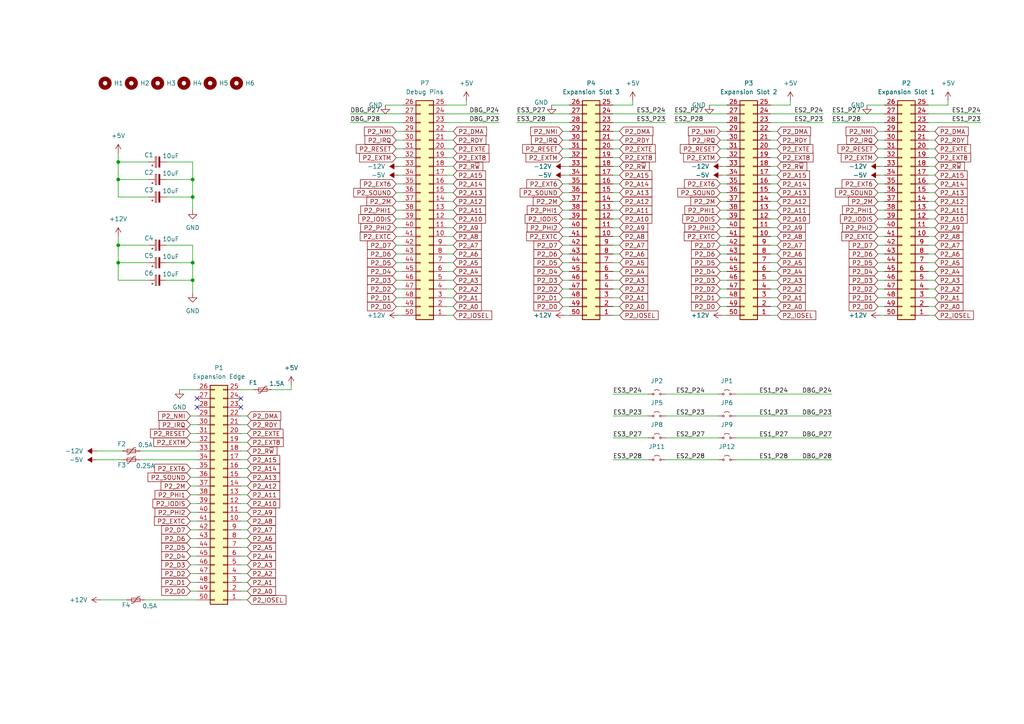
<source format=kicad_sch>
(kicad_sch
	(version 20250114)
	(generator "eeschema")
	(generator_version "9.0")
	(uuid "8a7607be-6ce7-41f6-acc8-478626295477")
	(paper "A4")
	
	(junction
		(at 55.88 81.28)
		(diameter 0)
		(color 0 0 0 0)
		(uuid "075704e1-5f92-4571-9126-505bb973d708")
	)
	(junction
		(at 34.29 46.99)
		(diameter 0)
		(color 0 0 0 0)
		(uuid "09260e3c-0c51-4f97-b286-235cba633f49")
	)
	(junction
		(at 55.88 57.15)
		(diameter 0)
		(color 0 0 0 0)
		(uuid "0d32483d-6abd-4ffe-8861-d175027d6c85")
	)
	(junction
		(at 55.88 52.07)
		(diameter 0)
		(color 0 0 0 0)
		(uuid "1924909a-a5bd-447b-a565-09d0b65ac55e")
	)
	(junction
		(at 34.29 71.12)
		(diameter 0)
		(color 0 0 0 0)
		(uuid "8995478e-48da-4d5b-803e-6bfc9500defd")
	)
	(junction
		(at 55.88 76.2)
		(diameter 0)
		(color 0 0 0 0)
		(uuid "90647050-2fdb-4e4e-af1c-6e2d4b724f72")
	)
	(junction
		(at 34.29 52.07)
		(diameter 0)
		(color 0 0 0 0)
		(uuid "ad3f8b5f-8458-4d30-8306-68ccf2ece795")
	)
	(junction
		(at 34.29 76.2)
		(diameter 0)
		(color 0 0 0 0)
		(uuid "fb9a080e-5983-48ba-9928-42e88fbdd015")
	)
	(no_connect
		(at 69.85 118.11)
		(uuid "1d195a4a-7d0b-4d8a-93b5-b95a34b85702")
	)
	(no_connect
		(at 69.85 115.57)
		(uuid "8c23f563-b9b0-4ca6-9bcd-ff2a630f398e")
	)
	(no_connect
		(at 57.15 115.57)
		(uuid "a103c952-7480-4f31-a473-92c443d5d5e8")
	)
	(no_connect
		(at 57.15 118.11)
		(uuid "ebc46dce-862c-43b0-85ec-231859c9c52c")
	)
	(wire
		(pts
			(xy 34.29 81.28) (xy 34.29 76.2)
		)
		(stroke
			(width 0)
			(type default)
		)
		(uuid "00759618-3e10-4879-bac1-e7f5c3fb2e5c")
	)
	(wire
		(pts
			(xy 254.635 83.82) (xy 256.54 83.82)
		)
		(stroke
			(width 0)
			(type default)
		)
		(uuid "01e67a04-16fe-4108-8561-a0e9393cb73c")
	)
	(wire
		(pts
			(xy 115.57 50.8) (xy 116.84 50.8)
		)
		(stroke
			(width 0)
			(type default)
		)
		(uuid "0226368b-7372-4bb8-872f-598e454d5b14")
	)
	(wire
		(pts
			(xy 254.635 71.12) (xy 256.54 71.12)
		)
		(stroke
			(width 0)
			(type default)
		)
		(uuid "02b9dc52-8b2b-4a5d-b81b-7c41a8c91cf4")
	)
	(wire
		(pts
			(xy 177.8 60.96) (xy 179.705 60.96)
		)
		(stroke
			(width 0)
			(type default)
		)
		(uuid "03131119-bbad-4802-83ee-47d60f4c6802")
	)
	(wire
		(pts
			(xy 34.29 76.2) (xy 43.18 76.2)
		)
		(stroke
			(width 0)
			(type default)
		)
		(uuid "032b92bb-907c-43a6-b0e4-12e17117ddeb")
	)
	(wire
		(pts
			(xy 163.195 45.72) (xy 165.1 45.72)
		)
		(stroke
			(width 0)
			(type default)
		)
		(uuid "03788050-5c10-45fd-a763-1c737fa87852")
	)
	(wire
		(pts
			(xy 114.935 60.96) (xy 116.84 60.96)
		)
		(stroke
			(width 0)
			(type default)
		)
		(uuid "03decbbe-0b87-492d-98f3-e23eec36419b")
	)
	(wire
		(pts
			(xy 274.955 29.21) (xy 274.955 30.48)
		)
		(stroke
			(width 0)
			(type default)
		)
		(uuid "04de8ff3-373a-46a3-ad12-61b580b9d3e5")
	)
	(wire
		(pts
			(xy 55.245 158.75) (xy 57.15 158.75)
		)
		(stroke
			(width 0)
			(type default)
		)
		(uuid "0501e336-d88e-4722-9bf4-228ed8a29fbd")
	)
	(wire
		(pts
			(xy 69.85 151.13) (xy 71.755 151.13)
		)
		(stroke
			(width 0)
			(type default)
		)
		(uuid "05a0f163-0f22-4afe-8d7e-4320717fcbe0")
	)
	(wire
		(pts
			(xy 84.455 111.76) (xy 84.455 113.03)
		)
		(stroke
			(width 0)
			(type default)
		)
		(uuid "063e8119-8959-4b3d-a9e3-b9358dec0af6")
	)
	(wire
		(pts
			(xy 114.935 40.64) (xy 116.84 40.64)
		)
		(stroke
			(width 0)
			(type default)
		)
		(uuid "065b583f-3098-4343-877c-fc952d58c2fc")
	)
	(wire
		(pts
			(xy 208.28 133.35) (xy 193.04 133.35)
		)
		(stroke
			(width 0)
			(type default)
		)
		(uuid "073adf35-1a19-4948-a093-fbdf3cea565e")
	)
	(wire
		(pts
			(xy 209.55 48.26) (xy 210.82 48.26)
		)
		(stroke
			(width 0)
			(type default)
		)
		(uuid "07dfbc18-25ca-44bb-ac8c-b2106bd74f19")
	)
	(wire
		(pts
			(xy 269.24 63.5) (xy 271.145 63.5)
		)
		(stroke
			(width 0)
			(type default)
		)
		(uuid "082e9721-fc7b-4a7a-9cba-947b4bc82693")
	)
	(wire
		(pts
			(xy 48.26 57.15) (xy 55.88 57.15)
		)
		(stroke
			(width 0)
			(type default)
		)
		(uuid "093ae400-ec1c-4637-9530-e10f1d5b4005")
	)
	(wire
		(pts
			(xy 27.94 130.81) (xy 35.56 130.81)
		)
		(stroke
			(width 0)
			(type default)
		)
		(uuid "0a132333-c5f3-414a-859d-3c557823adea")
	)
	(wire
		(pts
			(xy 223.52 30.48) (xy 229.235 30.48)
		)
		(stroke
			(width 0)
			(type default)
		)
		(uuid "0ae5b957-1ce4-40b3-ad8a-37a7291d53d9")
	)
	(wire
		(pts
			(xy 69.85 168.91) (xy 71.755 168.91)
		)
		(stroke
			(width 0)
			(type default)
		)
		(uuid "0cabc468-cb0c-4574-b5bc-6c2639a02dcd")
	)
	(wire
		(pts
			(xy 208.915 43.18) (xy 210.82 43.18)
		)
		(stroke
			(width 0)
			(type default)
		)
		(uuid "0e0944d0-55a0-4057-8be5-7052df308e03")
	)
	(wire
		(pts
			(xy 223.52 45.72) (xy 225.425 45.72)
		)
		(stroke
			(width 0)
			(type default)
		)
		(uuid "0e652a46-eb2f-41b3-a770-69a505220e84")
	)
	(wire
		(pts
			(xy 163.195 63.5) (xy 165.1 63.5)
		)
		(stroke
			(width 0)
			(type default)
		)
		(uuid "0e7bc76d-bee2-4496-b099-2967639df637")
	)
	(wire
		(pts
			(xy 269.24 38.1) (xy 271.145 38.1)
		)
		(stroke
			(width 0)
			(type default)
		)
		(uuid "0fa91dc3-3f8c-4704-bd0b-204c5a7714c0")
	)
	(wire
		(pts
			(xy 177.8 71.12) (xy 179.705 71.12)
		)
		(stroke
			(width 0)
			(type default)
		)
		(uuid "111e5114-f2dc-439f-adfe-4be145e81d6d")
	)
	(wire
		(pts
			(xy 208.915 78.74) (xy 210.82 78.74)
		)
		(stroke
			(width 0)
			(type default)
		)
		(uuid "11a71954-62c9-4932-8ec7-45eab53039ec")
	)
	(wire
		(pts
			(xy 177.8 48.26) (xy 179.705 48.26)
		)
		(stroke
			(width 0)
			(type default)
		)
		(uuid "12977a47-16b4-4b56-b927-479fd7b4827e")
	)
	(wire
		(pts
			(xy 48.26 46.99) (xy 55.88 46.99)
		)
		(stroke
			(width 0)
			(type default)
		)
		(uuid "130e6a25-5dc5-441b-acc9-6554da6ed4a9")
	)
	(wire
		(pts
			(xy 55.88 52.07) (xy 55.88 57.15)
		)
		(stroke
			(width 0)
			(type default)
		)
		(uuid "147bf42e-740a-438c-b4b3-37734426e47d")
	)
	(wire
		(pts
			(xy 114.935 45.72) (xy 116.84 45.72)
		)
		(stroke
			(width 0)
			(type default)
		)
		(uuid "17178f79-82f7-42b6-9793-1a486d516083")
	)
	(wire
		(pts
			(xy 69.85 146.05) (xy 71.755 146.05)
		)
		(stroke
			(width 0)
			(type default)
		)
		(uuid "191422f8-48c7-4d2c-af82-5583a1985a08")
	)
	(wire
		(pts
			(xy 135.255 29.21) (xy 135.255 30.48)
		)
		(stroke
			(width 0)
			(type default)
		)
		(uuid "19187bf4-0379-4947-a943-8626d5c0828e")
	)
	(wire
		(pts
			(xy 223.52 78.74) (xy 225.425 78.74)
		)
		(stroke
			(width 0)
			(type default)
		)
		(uuid "192a91e4-ebae-4f34-938d-f2fd4907ccda")
	)
	(wire
		(pts
			(xy 40.64 130.81) (xy 57.15 130.81)
		)
		(stroke
			(width 0)
			(type default)
		)
		(uuid "19bf7ea0-0717-46c4-8288-96d6c3287cfd")
	)
	(wire
		(pts
			(xy 55.245 148.59) (xy 57.15 148.59)
		)
		(stroke
			(width 0)
			(type default)
		)
		(uuid "1a797656-72f1-456d-a2a4-46255a316a11")
	)
	(wire
		(pts
			(xy 163.195 60.96) (xy 165.1 60.96)
		)
		(stroke
			(width 0)
			(type default)
		)
		(uuid "1a9ac0e0-cf28-47f7-ae01-16225ff60768")
	)
	(wire
		(pts
			(xy 69.85 123.19) (xy 71.755 123.19)
		)
		(stroke
			(width 0)
			(type default)
		)
		(uuid "1aa5a044-25c2-4928-b254-77782c71e63a")
	)
	(wire
		(pts
			(xy 223.52 68.58) (xy 225.425 68.58)
		)
		(stroke
			(width 0)
			(type default)
		)
		(uuid "1b09ecc6-dbfa-445b-bcba-310338ce99c2")
	)
	(wire
		(pts
			(xy 223.52 60.96) (xy 225.425 60.96)
		)
		(stroke
			(width 0)
			(type default)
		)
		(uuid "1b6e75fb-454a-4432-b3ba-998eec180886")
	)
	(wire
		(pts
			(xy 69.85 113.03) (xy 73.66 113.03)
		)
		(stroke
			(width 0)
			(type default)
		)
		(uuid "1b76a230-4dd3-4451-8007-01318f017fe1")
	)
	(wire
		(pts
			(xy 114.935 38.1) (xy 116.84 38.1)
		)
		(stroke
			(width 0)
			(type default)
		)
		(uuid "1be0f192-21c0-43dd-91d2-4e1fffe493fc")
	)
	(wire
		(pts
			(xy 269.24 60.96) (xy 271.145 60.96)
		)
		(stroke
			(width 0)
			(type default)
		)
		(uuid "1c6223ee-20c2-495c-b854-65f79fd006c5")
	)
	(wire
		(pts
			(xy 254.635 45.72) (xy 256.54 45.72)
		)
		(stroke
			(width 0)
			(type default)
		)
		(uuid "1e29a97c-9f51-45b0-9274-9bea8d06c279")
	)
	(wire
		(pts
			(xy 238.76 35.56) (xy 223.52 35.56)
		)
		(stroke
			(width 0)
			(type default)
		)
		(uuid "2067be1c-d1a7-4a20-8e65-377fd8c92988")
	)
	(wire
		(pts
			(xy 69.85 120.65) (xy 71.755 120.65)
		)
		(stroke
			(width 0)
			(type default)
		)
		(uuid "2189421c-aa8f-4a09-9d1e-2bb4d8f6b702")
	)
	(wire
		(pts
			(xy 114.935 73.66) (xy 116.84 73.66)
		)
		(stroke
			(width 0)
			(type default)
		)
		(uuid "224dae77-169b-455e-ab62-824c143a6458")
	)
	(wire
		(pts
			(xy 48.26 71.12) (xy 55.88 71.12)
		)
		(stroke
			(width 0)
			(type default)
		)
		(uuid "253c672c-6a44-46b0-bf2d-2583ed6a66bd")
	)
	(wire
		(pts
			(xy 69.85 173.99) (xy 71.755 173.99)
		)
		(stroke
			(width 0)
			(type default)
		)
		(uuid "2582bc9b-5514-4329-a3d6-7539ae9dea08")
	)
	(wire
		(pts
			(xy 269.24 45.72) (xy 271.145 45.72)
		)
		(stroke
			(width 0)
			(type default)
		)
		(uuid "25d2a501-2dea-4176-8fbf-452bb4ba1d92")
	)
	(wire
		(pts
			(xy 177.8 66.04) (xy 179.705 66.04)
		)
		(stroke
			(width 0)
			(type default)
		)
		(uuid "2831ed0b-1d4e-4e87-a7a8-fe59128ca58e")
	)
	(wire
		(pts
			(xy 129.54 88.9) (xy 131.445 88.9)
		)
		(stroke
			(width 0)
			(type default)
		)
		(uuid "29ca9be5-ba93-4f69-92ac-b4ec2ec8d3dd")
	)
	(wire
		(pts
			(xy 177.8 86.36) (xy 179.705 86.36)
		)
		(stroke
			(width 0)
			(type default)
		)
		(uuid "29d63b4e-2089-48e0-bf82-dd6d781f31df")
	)
	(wire
		(pts
			(xy 27.94 133.35) (xy 35.56 133.35)
		)
		(stroke
			(width 0)
			(type default)
		)
		(uuid "29faf098-1eb5-483c-8717-6abc0bdbc89d")
	)
	(wire
		(pts
			(xy 69.85 153.67) (xy 71.755 153.67)
		)
		(stroke
			(width 0)
			(type default)
		)
		(uuid "2b46bf3f-3fc8-4bec-9c27-343997639372")
	)
	(wire
		(pts
			(xy 195.58 33.02) (xy 210.82 33.02)
		)
		(stroke
			(width 0)
			(type default)
		)
		(uuid "2d0d2318-9fd7-4b40-8549-d4df6e93c68d")
	)
	(wire
		(pts
			(xy 177.8 127) (xy 187.96 127)
		)
		(stroke
			(width 0)
			(type default)
		)
		(uuid "2d9f3b4f-12a9-4008-814c-eea7bc22a7e8")
	)
	(wire
		(pts
			(xy 254.635 53.34) (xy 256.54 53.34)
		)
		(stroke
			(width 0)
			(type default)
		)
		(uuid "2e53342d-9ad3-49da-b58f-53b3898d4854")
	)
	(wire
		(pts
			(xy 254.635 63.5) (xy 256.54 63.5)
		)
		(stroke
			(width 0)
			(type default)
		)
		(uuid "30440e92-8e4e-4182-850f-3c20fcf9c4ee")
	)
	(wire
		(pts
			(xy 69.85 135.89) (xy 71.755 135.89)
		)
		(stroke
			(width 0)
			(type default)
		)
		(uuid "30578735-d6e4-473d-8c47-edd39df4b964")
	)
	(wire
		(pts
			(xy 177.8 30.48) (xy 183.515 30.48)
		)
		(stroke
			(width 0)
			(type default)
		)
		(uuid "30e634f8-b2b9-4310-afb5-706f0f8ad9cf")
	)
	(wire
		(pts
			(xy 48.26 81.28) (xy 55.88 81.28)
		)
		(stroke
			(width 0)
			(type default)
		)
		(uuid "338b3f10-28a5-4da9-a18d-5a87e445032a")
	)
	(wire
		(pts
			(xy 69.85 171.45) (xy 71.755 171.45)
		)
		(stroke
			(width 0)
			(type default)
		)
		(uuid "342db863-5498-4bbe-a32d-c5652a9b3181")
	)
	(wire
		(pts
			(xy 254.635 78.74) (xy 256.54 78.74)
		)
		(stroke
			(width 0)
			(type default)
		)
		(uuid "3947d046-ad1d-41e3-9d4c-33eeaa31b843")
	)
	(wire
		(pts
			(xy 269.24 43.18) (xy 271.145 43.18)
		)
		(stroke
			(width 0)
			(type default)
		)
		(uuid "3a962eef-1b6d-4a0a-ba8c-72af7968c9d3")
	)
	(wire
		(pts
			(xy 254.635 88.9) (xy 256.54 88.9)
		)
		(stroke
			(width 0)
			(type default)
		)
		(uuid "3b198bf2-c9d1-4c4d-8f64-0cc0c5d1c261")
	)
	(wire
		(pts
			(xy 55.245 171.45) (xy 57.15 171.45)
		)
		(stroke
			(width 0)
			(type default)
		)
		(uuid "3b5a61cc-6e1d-477e-829c-b294e567b304")
	)
	(wire
		(pts
			(xy 223.52 86.36) (xy 225.425 86.36)
		)
		(stroke
			(width 0)
			(type default)
		)
		(uuid "3c4d6b09-0dc9-4ea8-aa18-f14ae9ce3c74")
	)
	(wire
		(pts
			(xy 223.52 50.8) (xy 225.425 50.8)
		)
		(stroke
			(width 0)
			(type default)
		)
		(uuid "3e3f605a-9e8a-4a75-a5ee-31bb31b75fa4")
	)
	(wire
		(pts
			(xy 129.54 91.44) (xy 131.445 91.44)
		)
		(stroke
			(width 0)
			(type default)
		)
		(uuid "3e960cf6-0cb2-4f4a-b8e0-d47c7c36c222")
	)
	(wire
		(pts
			(xy 55.245 138.43) (xy 57.15 138.43)
		)
		(stroke
			(width 0)
			(type default)
		)
		(uuid "3f54c5a0-76d4-4c14-99f4-2e0355373dfb")
	)
	(wire
		(pts
			(xy 114.935 81.28) (xy 116.84 81.28)
		)
		(stroke
			(width 0)
			(type default)
		)
		(uuid "3f7fc4e2-5b94-4e22-8960-8658f4a93535")
	)
	(wire
		(pts
			(xy 254.635 81.28) (xy 256.54 81.28)
		)
		(stroke
			(width 0)
			(type default)
		)
		(uuid "42c4853d-9880-4aa1-848e-674fff51c2df")
	)
	(wire
		(pts
			(xy 177.8 78.74) (xy 179.705 78.74)
		)
		(stroke
			(width 0)
			(type default)
		)
		(uuid "43542f68-1ad4-45a9-8470-96516dd979e0")
	)
	(wire
		(pts
			(xy 254.635 60.96) (xy 256.54 60.96)
		)
		(stroke
			(width 0)
			(type default)
		)
		(uuid "43c46d27-e93b-4221-8ce7-ebae424f7478")
	)
	(wire
		(pts
			(xy 254.635 86.36) (xy 256.54 86.36)
		)
		(stroke
			(width 0)
			(type default)
		)
		(uuid "451e464d-8c12-4368-8e4c-ea3aeac608d3")
	)
	(wire
		(pts
			(xy 163.195 55.88) (xy 165.1 55.88)
		)
		(stroke
			(width 0)
			(type default)
		)
		(uuid "462bc6ea-702d-4159-817d-f1b250f53c25")
	)
	(wire
		(pts
			(xy 208.915 76.2) (xy 210.82 76.2)
		)
		(stroke
			(width 0)
			(type default)
		)
		(uuid "46537817-8f49-4918-9730-11dace5c1351")
	)
	(wire
		(pts
			(xy 223.52 55.88) (xy 225.425 55.88)
		)
		(stroke
			(width 0)
			(type default)
		)
		(uuid "468d6e1d-c398-4bb7-9030-a19aff74022a")
	)
	(wire
		(pts
			(xy 269.24 83.82) (xy 271.145 83.82)
		)
		(stroke
			(width 0)
			(type default)
		)
		(uuid "46aa2c04-98a2-49b7-80d0-5636ead3a44d")
	)
	(wire
		(pts
			(xy 129.54 81.28) (xy 131.445 81.28)
		)
		(stroke
			(width 0)
			(type default)
		)
		(uuid "4711ff79-3568-4cbe-a1c0-2ac262a821eb")
	)
	(wire
		(pts
			(xy 177.8 40.64) (xy 179.705 40.64)
		)
		(stroke
			(width 0)
			(type default)
		)
		(uuid "47437aa7-6f37-4eff-ac50-ab433969e623")
	)
	(wire
		(pts
			(xy 223.52 81.28) (xy 225.425 81.28)
		)
		(stroke
			(width 0)
			(type default)
		)
		(uuid "4866726d-d162-4e2c-8ded-e861f57980a4")
	)
	(wire
		(pts
			(xy 254.635 73.66) (xy 256.54 73.66)
		)
		(stroke
			(width 0)
			(type default)
		)
		(uuid "48b4d8d4-7eaf-4f59-8d64-98246747e5e8")
	)
	(wire
		(pts
			(xy 177.8 55.88) (xy 179.705 55.88)
		)
		(stroke
			(width 0)
			(type default)
		)
		(uuid "4a340109-5412-449b-af80-a43271cf12fd")
	)
	(wire
		(pts
			(xy 163.195 43.18) (xy 165.1 43.18)
		)
		(stroke
			(width 0)
			(type default)
		)
		(uuid "4a6e28a0-773a-4d08-b4de-fd15fc61e2b7")
	)
	(wire
		(pts
			(xy 55.245 161.29) (xy 57.15 161.29)
		)
		(stroke
			(width 0)
			(type default)
		)
		(uuid "4a7065be-64b3-4da8-9f47-6268dfacf949")
	)
	(wire
		(pts
			(xy 209.55 91.44) (xy 210.82 91.44)
		)
		(stroke
			(width 0)
			(type default)
		)
		(uuid "4aaf4195-11d5-4d7c-8bbe-77b148c0413c")
	)
	(wire
		(pts
			(xy 101.6 35.56) (xy 116.84 35.56)
		)
		(stroke
			(width 0)
			(type default)
		)
		(uuid "4b51f143-7061-48b2-9f68-9b385e9a5274")
	)
	(wire
		(pts
			(xy 163.195 81.28) (xy 165.1 81.28)
		)
		(stroke
			(width 0)
			(type default)
		)
		(uuid "4b7c211a-7fdf-45a4-92ee-4b2010750d4d")
	)
	(wire
		(pts
			(xy 208.915 71.12) (xy 210.82 71.12)
		)
		(stroke
			(width 0)
			(type default)
		)
		(uuid "4ccb02bb-f5ea-4caa-99f7-10dfa45aaf33")
	)
	(wire
		(pts
			(xy 208.28 127) (xy 193.04 127)
		)
		(stroke
			(width 0)
			(type default)
		)
		(uuid "4d7a8e3c-2c59-4034-846e-df727a4c53bb")
	)
	(wire
		(pts
			(xy 241.3 33.02) (xy 256.54 33.02)
		)
		(stroke
			(width 0)
			(type default)
		)
		(uuid "4e51ab3b-ef80-432f-a1d9-80444d32c3c9")
	)
	(wire
		(pts
			(xy 69.85 156.21) (xy 71.755 156.21)
		)
		(stroke
			(width 0)
			(type default)
		)
		(uuid "4ed7785d-c1fd-4131-a112-b8f3a6eb3691")
	)
	(wire
		(pts
			(xy 254.635 68.58) (xy 256.54 68.58)
		)
		(stroke
			(width 0)
			(type default)
		)
		(uuid "4f041b98-47a8-4c20-a378-343e6829de66")
	)
	(wire
		(pts
			(xy 223.52 53.34) (xy 225.425 53.34)
		)
		(stroke
			(width 0)
			(type default)
		)
		(uuid "4f92800c-913e-41a4-bb00-a5c6de3ace11")
	)
	(wire
		(pts
			(xy 114.935 71.12) (xy 116.84 71.12)
		)
		(stroke
			(width 0)
			(type default)
		)
		(uuid "50e22389-5307-4013-82b6-6114241ea35e")
	)
	(wire
		(pts
			(xy 55.245 168.91) (xy 57.15 168.91)
		)
		(stroke
			(width 0)
			(type default)
		)
		(uuid "52209582-cd04-47ec-a872-b225e9ee0f7d")
	)
	(wire
		(pts
			(xy 269.24 58.42) (xy 271.145 58.42)
		)
		(stroke
			(width 0)
			(type default)
		)
		(uuid "522b23e4-72c5-4cc7-be20-e83bb6948528")
	)
	(wire
		(pts
			(xy 241.3 35.56) (xy 256.54 35.56)
		)
		(stroke
			(width 0)
			(type default)
		)
		(uuid "527485ab-6715-4a91-afde-bc0e98980ce5")
	)
	(wire
		(pts
			(xy 163.195 53.34) (xy 165.1 53.34)
		)
		(stroke
			(width 0)
			(type default)
		)
		(uuid "53b11f58-f77d-4139-9feb-143249c7c775")
	)
	(wire
		(pts
			(xy 208.915 66.04) (xy 210.82 66.04)
		)
		(stroke
			(width 0)
			(type default)
		)
		(uuid "53c558e9-f405-4c94-8b1e-e7e9af761594")
	)
	(wire
		(pts
			(xy 55.245 140.97) (xy 57.15 140.97)
		)
		(stroke
			(width 0)
			(type default)
		)
		(uuid "54560071-5dcb-4000-bc9d-c91d86803f04")
	)
	(wire
		(pts
			(xy 177.8 81.28) (xy 179.705 81.28)
		)
		(stroke
			(width 0)
			(type default)
		)
		(uuid "54e28d32-ea2f-412b-9318-7db58a2e3b83")
	)
	(wire
		(pts
			(xy 269.24 88.9) (xy 271.145 88.9)
		)
		(stroke
			(width 0)
			(type default)
		)
		(uuid "568be068-df45-4890-9900-b0691fe889f0")
	)
	(wire
		(pts
			(xy 269.24 71.12) (xy 271.145 71.12)
		)
		(stroke
			(width 0)
			(type default)
		)
		(uuid "56b59cfa-b9df-4c69-b599-f4d701f961b1")
	)
	(wire
		(pts
			(xy 163.195 78.74) (xy 165.1 78.74)
		)
		(stroke
			(width 0)
			(type default)
		)
		(uuid "5849c320-5d94-43eb-842b-7ffa85695b61")
	)
	(wire
		(pts
			(xy 251.46 30.48) (xy 256.54 30.48)
		)
		(stroke
			(width 0)
			(type default)
		)
		(uuid "590fe505-f3b6-4b90-a9db-a676b541edc0")
	)
	(wire
		(pts
			(xy 163.195 83.82) (xy 165.1 83.82)
		)
		(stroke
			(width 0)
			(type default)
		)
		(uuid "597bd8db-a9bc-4f4d-a328-9b2632f1ce62")
	)
	(wire
		(pts
			(xy 163.195 58.42) (xy 165.1 58.42)
		)
		(stroke
			(width 0)
			(type default)
		)
		(uuid "5a81dd4a-f776-4bcc-9300-06165967e66f")
	)
	(wire
		(pts
			(xy 254.635 38.1) (xy 256.54 38.1)
		)
		(stroke
			(width 0)
			(type default)
		)
		(uuid "5b936712-5721-4709-9520-b98a213f78e5")
	)
	(wire
		(pts
			(xy 34.29 76.2) (xy 34.29 71.12)
		)
		(stroke
			(width 0)
			(type default)
		)
		(uuid "5dabb121-6188-49b1-8bc1-61698b0cbbbf")
	)
	(wire
		(pts
			(xy 269.24 30.48) (xy 274.955 30.48)
		)
		(stroke
			(width 0)
			(type default)
		)
		(uuid "5fac191c-8587-4935-b2e4-c2867dee4513")
	)
	(wire
		(pts
			(xy 177.8 63.5) (xy 179.705 63.5)
		)
		(stroke
			(width 0)
			(type default)
		)
		(uuid "60188fe0-9a41-489a-9a4d-85e37fc0e223")
	)
	(wire
		(pts
			(xy 129.54 76.2) (xy 131.445 76.2)
		)
		(stroke
			(width 0)
			(type default)
		)
		(uuid "602fdf2b-f878-4931-a906-462031c9d9ce")
	)
	(wire
		(pts
			(xy 269.24 68.58) (xy 271.145 68.58)
		)
		(stroke
			(width 0)
			(type default)
		)
		(uuid "60710de9-2e08-4656-ba58-e25f09fc03f4")
	)
	(wire
		(pts
			(xy 163.195 38.1) (xy 165.1 38.1)
		)
		(stroke
			(width 0)
			(type default)
		)
		(uuid "607dbe75-78b0-4c03-beae-5733188e5778")
	)
	(wire
		(pts
			(xy 255.27 48.26) (xy 256.54 48.26)
		)
		(stroke
			(width 0)
			(type default)
		)
		(uuid "61345bed-de29-4fe0-8eef-a43efe87ca06")
	)
	(wire
		(pts
			(xy 223.52 73.66) (xy 225.425 73.66)
		)
		(stroke
			(width 0)
			(type default)
		)
		(uuid "6270fcbe-15f4-48f0-938a-addb5a83374a")
	)
	(wire
		(pts
			(xy 129.54 71.12) (xy 131.445 71.12)
		)
		(stroke
			(width 0)
			(type default)
		)
		(uuid "62c08cac-15e1-48fd-a8fe-3c5ee9cfd859")
	)
	(wire
		(pts
			(xy 55.245 143.51) (xy 57.15 143.51)
		)
		(stroke
			(width 0)
			(type default)
		)
		(uuid "649e1370-7a80-4838-bc87-f39e4926bed1")
	)
	(wire
		(pts
			(xy 114.935 58.42) (xy 116.84 58.42)
		)
		(stroke
			(width 0)
			(type default)
		)
		(uuid "64e27a4a-3aa5-412e-8a0f-68b55de310f8")
	)
	(wire
		(pts
			(xy 78.74 113.03) (xy 84.455 113.03)
		)
		(stroke
			(width 0)
			(type default)
		)
		(uuid "64f2ccd2-9f78-417b-be33-c1fb7262a4da")
	)
	(wire
		(pts
			(xy 213.36 127) (xy 241.3 127)
		)
		(stroke
			(width 0)
			(type default)
		)
		(uuid "670f924d-270a-490d-9ca7-a18fa64ecec7")
	)
	(wire
		(pts
			(xy 208.915 60.96) (xy 210.82 60.96)
		)
		(stroke
			(width 0)
			(type default)
		)
		(uuid "68e38d09-b98e-4f8d-88cb-9728efd7b868")
	)
	(wire
		(pts
			(xy 129.54 30.48) (xy 135.255 30.48)
		)
		(stroke
			(width 0)
			(type default)
		)
		(uuid "6aa29984-e276-41f9-bd54-6c85710291f6")
	)
	(wire
		(pts
			(xy 69.85 140.97) (xy 71.755 140.97)
		)
		(stroke
			(width 0)
			(type default)
		)
		(uuid "6ae2c4c1-5e71-47d1-88f7-6233f1ad46d5")
	)
	(wire
		(pts
			(xy 34.29 52.07) (xy 34.29 46.99)
		)
		(stroke
			(width 0)
			(type default)
		)
		(uuid "6c995134-a1a7-40af-8f32-5136bac3de95")
	)
	(wire
		(pts
			(xy 114.935 66.04) (xy 116.84 66.04)
		)
		(stroke
			(width 0)
			(type default)
		)
		(uuid "6cebd32a-f9fa-4cac-b1ef-85dc9b16ea82")
	)
	(wire
		(pts
			(xy 129.54 58.42) (xy 131.445 58.42)
		)
		(stroke
			(width 0)
			(type default)
		)
		(uuid "6d2b6d14-49cc-4764-b904-c61089127ff5")
	)
	(wire
		(pts
			(xy 149.86 35.56) (xy 165.1 35.56)
		)
		(stroke
			(width 0)
			(type default)
		)
		(uuid "6db3a284-ca00-4380-b129-3c7765cbab74")
	)
	(wire
		(pts
			(xy 69.85 166.37) (xy 71.755 166.37)
		)
		(stroke
			(width 0)
			(type default)
		)
		(uuid "6db413d8-54ee-4544-b72b-e7fb4806ce94")
	)
	(wire
		(pts
			(xy 284.48 35.56) (xy 269.24 35.56)
		)
		(stroke
			(width 0)
			(type default)
		)
		(uuid "6e8a6cd9-aa51-4708-9baa-3968862e1420")
	)
	(wire
		(pts
			(xy 269.24 86.36) (xy 271.145 86.36)
		)
		(stroke
			(width 0)
			(type default)
		)
		(uuid "6ea5acad-3b53-4554-aae4-3495be42207e")
	)
	(wire
		(pts
			(xy 269.24 91.44) (xy 271.145 91.44)
		)
		(stroke
			(width 0)
			(type default)
		)
		(uuid "6ef7cfbf-f0e7-4bf0-aa7a-b8f22942ee77")
	)
	(wire
		(pts
			(xy 129.54 53.34) (xy 131.445 53.34)
		)
		(stroke
			(width 0)
			(type default)
		)
		(uuid "6f32cb9c-8aec-4de8-b7c3-1547e74fa343")
	)
	(wire
		(pts
			(xy 177.8 83.82) (xy 179.705 83.82)
		)
		(stroke
			(width 0)
			(type default)
		)
		(uuid "6fb7348c-a08f-4455-9cb1-6876716891d4")
	)
	(wire
		(pts
			(xy 223.52 63.5) (xy 225.425 63.5)
		)
		(stroke
			(width 0)
			(type default)
		)
		(uuid "7240678a-81bc-48b5-a4d5-7297fef3379d")
	)
	(wire
		(pts
			(xy 41.91 173.99) (xy 57.15 173.99)
		)
		(stroke
			(width 0)
			(type default)
		)
		(uuid "73e2a0dd-4fe0-4442-bb76-cfc445b7b9fa")
	)
	(wire
		(pts
			(xy 29.21 173.99) (xy 36.83 173.99)
		)
		(stroke
			(width 0)
			(type default)
		)
		(uuid "75e83094-0be9-46af-bc6f-c6519d3ab97a")
	)
	(wire
		(pts
			(xy 163.195 68.58) (xy 165.1 68.58)
		)
		(stroke
			(width 0)
			(type default)
		)
		(uuid "7692008d-7346-40df-93ed-911877a04947")
	)
	(wire
		(pts
			(xy 129.54 60.96) (xy 131.445 60.96)
		)
		(stroke
			(width 0)
			(type default)
		)
		(uuid "76aec612-37fd-4e80-86e9-48123bfcdd9d")
	)
	(wire
		(pts
			(xy 163.83 91.44) (xy 165.1 91.44)
		)
		(stroke
			(width 0)
			(type default)
		)
		(uuid "770f1391-4f86-4659-ab8d-70abb4431584")
	)
	(wire
		(pts
			(xy 223.52 91.44) (xy 225.425 91.44)
		)
		(stroke
			(width 0)
			(type default)
		)
		(uuid "77349b34-a7dc-4fe0-9ef9-a6c9d0141262")
	)
	(wire
		(pts
			(xy 160.02 30.48) (xy 165.1 30.48)
		)
		(stroke
			(width 0)
			(type default)
		)
		(uuid "77cc53cc-f1b5-435f-8d19-bd3c9a56aa19")
	)
	(wire
		(pts
			(xy 177.8 68.58) (xy 179.705 68.58)
		)
		(stroke
			(width 0)
			(type default)
		)
		(uuid "7a3e6244-a393-4346-a5bf-891d7a96277a")
	)
	(wire
		(pts
			(xy 223.52 40.64) (xy 225.425 40.64)
		)
		(stroke
			(width 0)
			(type default)
		)
		(uuid "7a6dddff-c247-4894-abbd-57307f8fe8a8")
	)
	(wire
		(pts
			(xy 69.85 148.59) (xy 71.755 148.59)
		)
		(stroke
			(width 0)
			(type default)
		)
		(uuid "7bdc24e5-d0d7-438c-b8ef-4ee7a80230b6")
	)
	(wire
		(pts
			(xy 269.24 48.26) (xy 271.145 48.26)
		)
		(stroke
			(width 0)
			(type default)
		)
		(uuid "7c49509a-daae-44e1-a80e-f3bfbe2c2b44")
	)
	(wire
		(pts
			(xy 55.88 81.28) (xy 55.88 85.09)
		)
		(stroke
			(width 0)
			(type default)
		)
		(uuid "7cc89440-cc40-427f-93f0-bdf1845639da")
	)
	(wire
		(pts
			(xy 223.52 48.26) (xy 225.425 48.26)
		)
		(stroke
			(width 0)
			(type default)
		)
		(uuid "7f2403ac-ddde-44a0-a9b0-31e0b4d89562")
	)
	(wire
		(pts
			(xy 69.85 163.83) (xy 71.755 163.83)
		)
		(stroke
			(width 0)
			(type default)
		)
		(uuid "7f48c339-e144-43b5-9ece-b2a752db2b3c")
	)
	(wire
		(pts
			(xy 269.24 81.28) (xy 271.145 81.28)
		)
		(stroke
			(width 0)
			(type default)
		)
		(uuid "80413ac7-e5c7-4235-a091-55f726f6418d")
	)
	(wire
		(pts
			(xy 223.52 58.42) (xy 225.425 58.42)
		)
		(stroke
			(width 0)
			(type default)
		)
		(uuid "809f8451-ab4a-4a92-b50d-89b368c217eb")
	)
	(wire
		(pts
			(xy 208.915 58.42) (xy 210.82 58.42)
		)
		(stroke
			(width 0)
			(type default)
		)
		(uuid "818b8c00-bdad-4b75-9b3b-fb49e0890101")
	)
	(wire
		(pts
			(xy 163.195 40.64) (xy 165.1 40.64)
		)
		(stroke
			(width 0)
			(type default)
		)
		(uuid "81b513d4-e1f0-4e1f-8186-0f7f47b648a7")
	)
	(wire
		(pts
			(xy 129.54 45.72) (xy 131.445 45.72)
		)
		(stroke
			(width 0)
			(type default)
		)
		(uuid "81fe6b3a-d67f-4d9f-bd6d-4e2ae65cc120")
	)
	(wire
		(pts
			(xy 223.52 76.2) (xy 225.425 76.2)
		)
		(stroke
			(width 0)
			(type default)
		)
		(uuid "82d49e7d-98d4-49fe-8e08-9994d3dbbb64")
	)
	(wire
		(pts
			(xy 48.26 52.07) (xy 55.88 52.07)
		)
		(stroke
			(width 0)
			(type default)
		)
		(uuid "82ed0540-4dfd-4f96-ad51-3a33f9c3e6bb")
	)
	(wire
		(pts
			(xy 114.935 88.9) (xy 116.84 88.9)
		)
		(stroke
			(width 0)
			(type default)
		)
		(uuid "8428b5e6-aaa0-4fce-9502-aae8e8df84fe")
	)
	(wire
		(pts
			(xy 269.24 78.74) (xy 271.145 78.74)
		)
		(stroke
			(width 0)
			(type default)
		)
		(uuid "84d831a9-9e1f-491a-9819-0c3c48881c33")
	)
	(wire
		(pts
			(xy 114.935 83.82) (xy 116.84 83.82)
		)
		(stroke
			(width 0)
			(type default)
		)
		(uuid "857c521e-7a56-4625-ae86-d16b176bee57")
	)
	(wire
		(pts
			(xy 205.74 30.48) (xy 210.82 30.48)
		)
		(stroke
			(width 0)
			(type default)
		)
		(uuid "869e448e-7e91-4c97-a262-d90492185937")
	)
	(wire
		(pts
			(xy 55.245 163.83) (xy 57.15 163.83)
		)
		(stroke
			(width 0)
			(type default)
		)
		(uuid "870273a6-d919-4283-963f-595cb2453f51")
	)
	(wire
		(pts
			(xy 114.935 68.58) (xy 116.84 68.58)
		)
		(stroke
			(width 0)
			(type default)
		)
		(uuid "87be5301-d31c-4834-8004-092a1de760e6")
	)
	(wire
		(pts
			(xy 69.85 138.43) (xy 71.755 138.43)
		)
		(stroke
			(width 0)
			(type default)
		)
		(uuid "891a7b16-a7cb-4eee-ad51-d7538e00e85a")
	)
	(wire
		(pts
			(xy 177.8 58.42) (xy 179.705 58.42)
		)
		(stroke
			(width 0)
			(type default)
		)
		(uuid "8b1d9cc4-0377-43c8-aa6a-3baf4a7c9d61")
	)
	(wire
		(pts
			(xy 55.245 123.19) (xy 57.15 123.19)
		)
		(stroke
			(width 0)
			(type default)
		)
		(uuid "8b80ea70-1dac-4b93-988c-e7f328f45f13")
	)
	(wire
		(pts
			(xy 129.54 63.5) (xy 131.445 63.5)
		)
		(stroke
			(width 0)
			(type default)
		)
		(uuid "8bc5735c-84d4-4eac-9f3a-d6c600c748c9")
	)
	(wire
		(pts
			(xy 208.915 83.82) (xy 210.82 83.82)
		)
		(stroke
			(width 0)
			(type default)
		)
		(uuid "8c131d53-3d21-46e0-9a3a-b202c1a63c0f")
	)
	(wire
		(pts
			(xy 208.915 68.58) (xy 210.82 68.58)
		)
		(stroke
			(width 0)
			(type default)
		)
		(uuid "8c54596e-9675-4f92-887f-e6d8c7e7c80b")
	)
	(wire
		(pts
			(xy 223.52 38.1) (xy 225.425 38.1)
		)
		(stroke
			(width 0)
			(type default)
		)
		(uuid "8da98d47-4b6e-4509-9eaf-8f708a8d33e3")
	)
	(wire
		(pts
			(xy 129.54 40.64) (xy 131.445 40.64)
		)
		(stroke
			(width 0)
			(type default)
		)
		(uuid "8f688395-d44d-4fb5-8b63-d92eb42526bf")
	)
	(wire
		(pts
			(xy 208.915 55.88) (xy 210.82 55.88)
		)
		(stroke
			(width 0)
			(type default)
		)
		(uuid "90bb8827-44ef-4aa8-9135-9f9a54bb4882")
	)
	(wire
		(pts
			(xy 149.86 33.02) (xy 165.1 33.02)
		)
		(stroke
			(width 0)
			(type default)
		)
		(uuid "90e02d3e-adca-4664-9df3-102777a0fcc7")
	)
	(wire
		(pts
			(xy 269.24 73.66) (xy 271.145 73.66)
		)
		(stroke
			(width 0)
			(type default)
		)
		(uuid "9167a675-2c7c-4d49-be9d-f009395dc628")
	)
	(wire
		(pts
			(xy 177.8 45.72) (xy 179.705 45.72)
		)
		(stroke
			(width 0)
			(type default)
		)
		(uuid "923cc490-a2fc-4d95-af06-71315efb76fd")
	)
	(wire
		(pts
			(xy 114.935 43.18) (xy 116.84 43.18)
		)
		(stroke
			(width 0)
			(type default)
		)
		(uuid "92460833-e8eb-4c68-99d6-0ebca626807a")
	)
	(wire
		(pts
			(xy 177.8 120.65) (xy 187.96 120.65)
		)
		(stroke
			(width 0)
			(type default)
		)
		(uuid "93a8cf29-da5d-43a0-9821-a83bca7ee078")
	)
	(wire
		(pts
			(xy 284.48 33.02) (xy 269.24 33.02)
		)
		(stroke
			(width 0)
			(type default)
		)
		(uuid "94de236e-4d97-438b-ac18-b04158255733")
	)
	(wire
		(pts
			(xy 254.635 40.64) (xy 256.54 40.64)
		)
		(stroke
			(width 0)
			(type default)
		)
		(uuid "959618e5-0b3f-4e92-a4c4-72f1bbb47661")
	)
	(wire
		(pts
			(xy 111.76 30.48) (xy 116.84 30.48)
		)
		(stroke
			(width 0)
			(type default)
		)
		(uuid "960738a8-889b-4e1d-a5e0-0193659ccb8a")
	)
	(wire
		(pts
			(xy 208.915 53.34) (xy 210.82 53.34)
		)
		(stroke
			(width 0)
			(type default)
		)
		(uuid "96bf3fa1-7096-4533-9d43-620d67594683")
	)
	(wire
		(pts
			(xy 34.29 57.15) (xy 34.29 52.07)
		)
		(stroke
			(width 0)
			(type default)
		)
		(uuid "97558eb3-ab15-43a1-8692-93b1cd7a141f")
	)
	(wire
		(pts
			(xy 255.27 91.44) (xy 256.54 91.44)
		)
		(stroke
			(width 0)
			(type default)
		)
		(uuid "9779a60d-ec13-42cb-8569-94f062926ce9")
	)
	(wire
		(pts
			(xy 177.8 53.34) (xy 179.705 53.34)
		)
		(stroke
			(width 0)
			(type default)
		)
		(uuid "97a852ed-a4bc-40d1-ba53-ab63fbdc319c")
	)
	(wire
		(pts
			(xy 208.915 73.66) (xy 210.82 73.66)
		)
		(stroke
			(width 0)
			(type default)
		)
		(uuid "9806595e-1a35-4ded-bcb8-e9f6035d7af9")
	)
	(wire
		(pts
			(xy 255.27 50.8) (xy 256.54 50.8)
		)
		(stroke
			(width 0)
			(type default)
		)
		(uuid "997c01f9-398e-483a-b33e-02f4a358fd9d")
	)
	(wire
		(pts
			(xy 69.85 130.81) (xy 71.755 130.81)
		)
		(stroke
			(width 0)
			(type default)
		)
		(uuid "9a734f79-a7f2-455b-a49d-e2eb2990fd0c")
	)
	(wire
		(pts
			(xy 163.195 66.04) (xy 165.1 66.04)
		)
		(stroke
			(width 0)
			(type default)
		)
		(uuid "9bde7ded-2b67-458c-878c-858a31ab0a7d")
	)
	(wire
		(pts
			(xy 177.8 73.66) (xy 179.705 73.66)
		)
		(stroke
			(width 0)
			(type default)
		)
		(uuid "9ca1d1c4-5ea9-4849-b7ac-7593a34995cd")
	)
	(wire
		(pts
			(xy 34.29 46.99) (xy 34.29 44.45)
		)
		(stroke
			(width 0)
			(type default)
		)
		(uuid "9ca44899-0dee-4b7d-9178-bc61d5420abe")
	)
	(wire
		(pts
			(xy 101.6 33.02) (xy 116.84 33.02)
		)
		(stroke
			(width 0)
			(type default)
		)
		(uuid "9f255a37-2937-4302-b2e1-9a78f3a858d0")
	)
	(wire
		(pts
			(xy 114.935 53.34) (xy 116.84 53.34)
		)
		(stroke
			(width 0)
			(type default)
		)
		(uuid "9f5fcdcd-de47-4772-a71b-a09b91f5fd6e")
	)
	(wire
		(pts
			(xy 223.52 66.04) (xy 225.425 66.04)
		)
		(stroke
			(width 0)
			(type default)
		)
		(uuid "9f97c0c0-3e42-4e98-a85d-aad35bbc34f3")
	)
	(wire
		(pts
			(xy 213.36 133.35) (xy 241.3 133.35)
		)
		(stroke
			(width 0)
			(type default)
		)
		(uuid "9fc8cce4-49df-49e2-89c4-8ac21dfbe5b6")
	)
	(wire
		(pts
			(xy 114.935 78.74) (xy 116.84 78.74)
		)
		(stroke
			(width 0)
			(type default)
		)
		(uuid "a0f11cb0-ae9c-40c8-8b1c-67a9d7ad5c12")
	)
	(wire
		(pts
			(xy 193.04 35.56) (xy 177.8 35.56)
		)
		(stroke
			(width 0)
			(type default)
		)
		(uuid "a1552250-2564-4f96-a44d-494f9ff553ee")
	)
	(wire
		(pts
			(xy 269.24 66.04) (xy 271.145 66.04)
		)
		(stroke
			(width 0)
			(type default)
		)
		(uuid "a283ad5e-ab17-4130-a1f3-dde5922feda4")
	)
	(wire
		(pts
			(xy 55.88 71.12) (xy 55.88 76.2)
		)
		(stroke
			(width 0)
			(type default)
		)
		(uuid "a2de62c8-5b71-4b9e-b835-3bfd2b93b82d")
	)
	(wire
		(pts
			(xy 213.36 120.65) (xy 241.3 120.65)
		)
		(stroke
			(width 0)
			(type default)
		)
		(uuid "a2f6a645-0837-4a21-b211-c8b4ff2e4d35")
	)
	(wire
		(pts
			(xy 144.78 33.02) (xy 129.54 33.02)
		)
		(stroke
			(width 0)
			(type default)
		)
		(uuid "a480dee8-7b71-4972-a654-24d6ce888c5e")
	)
	(wire
		(pts
			(xy 69.85 161.29) (xy 71.755 161.29)
		)
		(stroke
			(width 0)
			(type default)
		)
		(uuid "a51d46b8-6b65-4134-843b-dbf06c2f8a7c")
	)
	(wire
		(pts
			(xy 129.54 68.58) (xy 131.445 68.58)
		)
		(stroke
			(width 0)
			(type default)
		)
		(uuid "a650575d-a439-43fa-b984-163afc509a4a")
	)
	(wire
		(pts
			(xy 129.54 48.26) (xy 131.445 48.26)
		)
		(stroke
			(width 0)
			(type default)
		)
		(uuid "a7994e42-ea93-4068-9ac4-14895a4f243c")
	)
	(wire
		(pts
			(xy 269.24 53.34) (xy 271.145 53.34)
		)
		(stroke
			(width 0)
			(type default)
		)
		(uuid "a8bc3b08-fa04-436f-b8d6-bae3fcb003f7")
	)
	(wire
		(pts
			(xy 55.245 125.73) (xy 57.15 125.73)
		)
		(stroke
			(width 0)
			(type default)
		)
		(uuid "a9748ab5-c92e-4395-8abf-59fdedc5d223")
	)
	(wire
		(pts
			(xy 55.88 46.99) (xy 55.88 52.07)
		)
		(stroke
			(width 0)
			(type default)
		)
		(uuid "a976a396-6bc0-453d-bf97-33a5ea29747f")
	)
	(wire
		(pts
			(xy 163.195 73.66) (xy 165.1 73.66)
		)
		(stroke
			(width 0)
			(type default)
		)
		(uuid "aa62dc6f-8cca-44f1-84d3-6e9a47104b49")
	)
	(wire
		(pts
			(xy 208.915 38.1) (xy 210.82 38.1)
		)
		(stroke
			(width 0)
			(type default)
		)
		(uuid "aa6b7096-3371-41cb-b95e-0ac8ef53c37d")
	)
	(wire
		(pts
			(xy 223.52 83.82) (xy 225.425 83.82)
		)
		(stroke
			(width 0)
			(type default)
		)
		(uuid "aba6dcbd-46a2-4894-a5d5-9ad22341c3d0")
	)
	(wire
		(pts
			(xy 144.78 35.56) (xy 129.54 35.56)
		)
		(stroke
			(width 0)
			(type default)
		)
		(uuid "ad03ff1e-38c6-4edf-b2c2-4db26df9a48e")
	)
	(wire
		(pts
			(xy 55.245 156.21) (xy 57.15 156.21)
		)
		(stroke
			(width 0)
			(type default)
		)
		(uuid "aead6235-3fcd-4672-ae8c-65564645b82d")
	)
	(wire
		(pts
			(xy 208.915 81.28) (xy 210.82 81.28)
		)
		(stroke
			(width 0)
			(type default)
		)
		(uuid "aff8e1d6-eda1-4fdc-810a-6529eaf0feb4")
	)
	(wire
		(pts
			(xy 43.18 71.12) (xy 34.29 71.12)
		)
		(stroke
			(width 0)
			(type default)
		)
		(uuid "b1e40d81-2e68-4f37-bc3a-e1cc62ed267d")
	)
	(wire
		(pts
			(xy 223.52 88.9) (xy 225.425 88.9)
		)
		(stroke
			(width 0)
			(type default)
		)
		(uuid "b39e35eb-d50d-4add-96a8-941c58b2de87")
	)
	(wire
		(pts
			(xy 163.195 86.36) (xy 165.1 86.36)
		)
		(stroke
			(width 0)
			(type default)
		)
		(uuid "b46dae50-6470-4f66-929c-3af7b82f04b6")
	)
	(wire
		(pts
			(xy 163.195 71.12) (xy 165.1 71.12)
		)
		(stroke
			(width 0)
			(type default)
		)
		(uuid "b60b739c-bdac-4ae8-b664-4a752a0cdfde")
	)
	(wire
		(pts
			(xy 114.935 55.88) (xy 116.84 55.88)
		)
		(stroke
			(width 0)
			(type default)
		)
		(uuid "b748215a-01ed-4c11-bf13-0db2990501b4")
	)
	(wire
		(pts
			(xy 208.915 63.5) (xy 210.82 63.5)
		)
		(stroke
			(width 0)
			(type default)
		)
		(uuid "b779b2a4-36ca-491f-8eca-1a56e4fe2f86")
	)
	(wire
		(pts
			(xy 163.83 50.8) (xy 165.1 50.8)
		)
		(stroke
			(width 0)
			(type default)
		)
		(uuid "b8dd7fd7-9e5e-4f0d-9483-434b6cf32068")
	)
	(wire
		(pts
			(xy 55.245 128.27) (xy 57.15 128.27)
		)
		(stroke
			(width 0)
			(type default)
		)
		(uuid "b8e7d96f-8fa8-426b-8805-4a0e39cec0f8")
	)
	(wire
		(pts
			(xy 55.245 146.05) (xy 57.15 146.05)
		)
		(stroke
			(width 0)
			(type default)
		)
		(uuid "b95c319f-d590-4610-a8a5-aad438050758")
	)
	(wire
		(pts
			(xy 69.85 143.51) (xy 71.755 143.51)
		)
		(stroke
			(width 0)
			(type default)
		)
		(uuid "ba902cd0-78c2-4b7a-aed6-77b05f32cf02")
	)
	(wire
		(pts
			(xy 269.24 50.8) (xy 271.145 50.8)
		)
		(stroke
			(width 0)
			(type default)
		)
		(uuid "bbab41c3-3097-4f5c-a412-109528f72c05")
	)
	(wire
		(pts
			(xy 163.195 76.2) (xy 165.1 76.2)
		)
		(stroke
			(width 0)
			(type default)
		)
		(uuid "bcacd9db-2720-433c-b069-58b48a495069")
	)
	(wire
		(pts
			(xy 208.28 120.65) (xy 193.04 120.65)
		)
		(stroke
			(width 0)
			(type default)
		)
		(uuid "bf5b2fcc-4446-4e1b-8ed2-a942fcbd48c1")
	)
	(wire
		(pts
			(xy 254.635 55.88) (xy 256.54 55.88)
		)
		(stroke
			(width 0)
			(type default)
		)
		(uuid "bf9e786f-d640-4b18-975b-167343362c53")
	)
	(wire
		(pts
			(xy 129.54 78.74) (xy 131.445 78.74)
		)
		(stroke
			(width 0)
			(type default)
		)
		(uuid "c0126cf0-1933-433d-8422-0c1fcc43b352")
	)
	(wire
		(pts
			(xy 177.8 114.3) (xy 187.96 114.3)
		)
		(stroke
			(width 0)
			(type default)
		)
		(uuid "c051f92d-56a7-4b11-a55d-52ec8f9ab05a")
	)
	(wire
		(pts
			(xy 129.54 83.82) (xy 131.445 83.82)
		)
		(stroke
			(width 0)
			(type default)
		)
		(uuid "c1b7e864-59cc-4458-8efb-b3e2bd8a0b08")
	)
	(wire
		(pts
			(xy 163.83 48.26) (xy 165.1 48.26)
		)
		(stroke
			(width 0)
			(type default)
		)
		(uuid "c30fc3f6-e685-470f-88ee-4018bfd81b31")
	)
	(wire
		(pts
			(xy 223.52 71.12) (xy 225.425 71.12)
		)
		(stroke
			(width 0)
			(type default)
		)
		(uuid "c3ef9ef2-3dd7-4963-88f0-b8e4509463b8")
	)
	(wire
		(pts
			(xy 177.8 91.44) (xy 179.705 91.44)
		)
		(stroke
			(width 0)
			(type default)
		)
		(uuid "c538e1e9-6c92-4e95-a9b5-f791c146bee6")
	)
	(wire
		(pts
			(xy 238.76 33.02) (xy 223.52 33.02)
		)
		(stroke
			(width 0)
			(type default)
		)
		(uuid "c5e7f5fc-5a93-435c-af45-887bdbd4d2cd")
	)
	(wire
		(pts
			(xy 40.64 133.35) (xy 57.15 133.35)
		)
		(stroke
			(width 0)
			(type default)
		)
		(uuid "c737873b-eefd-48a7-8ca7-36e40cb57fab")
	)
	(wire
		(pts
			(xy 183.515 29.21) (xy 183.515 30.48)
		)
		(stroke
			(width 0)
			(type default)
		)
		(uuid "c744676a-e049-4756-9767-89a0395d3b41")
	)
	(wire
		(pts
			(xy 209.55 50.8) (xy 210.82 50.8)
		)
		(stroke
			(width 0)
			(type default)
		)
		(uuid "c789b1b4-41dd-42d1-aeba-2adc1ac05d53")
	)
	(wire
		(pts
			(xy 129.54 66.04) (xy 131.445 66.04)
		)
		(stroke
			(width 0)
			(type default)
		)
		(uuid "c9448ac8-9c3a-4187-90a0-0cdaec5a9aff")
	)
	(wire
		(pts
			(xy 208.28 114.3) (xy 193.04 114.3)
		)
		(stroke
			(width 0)
			(type default)
		)
		(uuid "c9863a85-fb31-4567-b8ac-e9bb069cf5c5")
	)
	(wire
		(pts
			(xy 254.635 58.42) (xy 256.54 58.42)
		)
		(stroke
			(width 0)
			(type default)
		)
		(uuid "ca409c6c-8e9d-455b-858c-3a73103a6426")
	)
	(wire
		(pts
			(xy 114.935 86.36) (xy 116.84 86.36)
		)
		(stroke
			(width 0)
			(type default)
		)
		(uuid "cc4b37c0-dd3c-4f67-b4a2-7b089d86f1a3")
	)
	(wire
		(pts
			(xy 129.54 43.18) (xy 131.445 43.18)
		)
		(stroke
			(width 0)
			(type default)
		)
		(uuid "cf5bf5a3-9823-4778-b6fb-5dd12e64bc54")
	)
	(wire
		(pts
			(xy 115.57 48.26) (xy 116.84 48.26)
		)
		(stroke
			(width 0)
			(type default)
		)
		(uuid "d277470a-c514-47e4-9c33-23cb5a905f46")
	)
	(wire
		(pts
			(xy 69.85 133.35) (xy 71.755 133.35)
		)
		(stroke
			(width 0)
			(type default)
		)
		(uuid "d3a29498-44fe-41f0-92be-9bb4d8a3e1cb")
	)
	(wire
		(pts
			(xy 208.915 45.72) (xy 210.82 45.72)
		)
		(stroke
			(width 0)
			(type default)
		)
		(uuid "d483f165-2132-402b-970c-024cb85d6d38")
	)
	(wire
		(pts
			(xy 208.915 86.36) (xy 210.82 86.36)
		)
		(stroke
			(width 0)
			(type default)
		)
		(uuid "d5273970-5748-4b93-b1b6-2fa4bcd56419")
	)
	(wire
		(pts
			(xy 34.29 52.07) (xy 43.18 52.07)
		)
		(stroke
			(width 0)
			(type default)
		)
		(uuid "d58a19c0-b8e2-45a3-808e-b4be8a1f51e9")
	)
	(wire
		(pts
			(xy 229.235 29.21) (xy 229.235 30.48)
		)
		(stroke
			(width 0)
			(type default)
		)
		(uuid "d924c2d9-db5c-4d1a-a773-8119e638285c")
	)
	(wire
		(pts
			(xy 115.57 91.44) (xy 116.84 91.44)
		)
		(stroke
			(width 0)
			(type default)
		)
		(uuid "da83d9c1-32f4-4497-a201-be93c17e60f4")
	)
	(wire
		(pts
			(xy 55.245 135.89) (xy 57.15 135.89)
		)
		(stroke
			(width 0)
			(type default)
		)
		(uuid "dbafdf10-26e6-48a5-8453-f92b68fdcf9c")
	)
	(wire
		(pts
			(xy 129.54 38.1) (xy 131.445 38.1)
		)
		(stroke
			(width 0)
			(type default)
		)
		(uuid "dc7e43da-23b4-4750-b355-f7994ec21184")
	)
	(wire
		(pts
			(xy 269.24 55.88) (xy 271.145 55.88)
		)
		(stroke
			(width 0)
			(type default)
		)
		(uuid "dd255425-e250-46f1-96fd-615b8d2a6a03")
	)
	(wire
		(pts
			(xy 177.8 38.1) (xy 179.705 38.1)
		)
		(stroke
			(width 0)
			(type default)
		)
		(uuid "de8a124c-e8c6-4469-bad5-1a431de649fb")
	)
	(wire
		(pts
			(xy 55.88 57.15) (xy 55.88 60.96)
		)
		(stroke
			(width 0)
			(type default)
		)
		(uuid "e3fefb9e-4017-40df-a16f-3277d0a63949")
	)
	(wire
		(pts
			(xy 269.24 40.64) (xy 271.145 40.64)
		)
		(stroke
			(width 0)
			(type default)
		)
		(uuid "e43df52d-3e5b-4644-9d0e-470ef8e56014")
	)
	(wire
		(pts
			(xy 129.54 55.88) (xy 131.445 55.88)
		)
		(stroke
			(width 0)
			(type default)
		)
		(uuid "e4bcb1e8-6c22-4096-a599-7f3f04c9381c")
	)
	(wire
		(pts
			(xy 52.07 113.03) (xy 57.15 113.03)
		)
		(stroke
			(width 0)
			(type default)
		)
		(uuid "e513ba82-7fcc-4219-b3f1-c47fdba6c866")
	)
	(wire
		(pts
			(xy 177.8 43.18) (xy 179.705 43.18)
		)
		(stroke
			(width 0)
			(type default)
		)
		(uuid "e5758031-6f28-4daf-92fb-8089be818460")
	)
	(wire
		(pts
			(xy 129.54 86.36) (xy 131.445 86.36)
		)
		(stroke
			(width 0)
			(type default)
		)
		(uuid "e57c7d6f-38d5-4861-ab63-9ae5597c4f1f")
	)
	(wire
		(pts
			(xy 129.54 73.66) (xy 131.445 73.66)
		)
		(stroke
			(width 0)
			(type default)
		)
		(uuid "e5d1ca72-5378-435c-9eb3-94b17ed4e26f")
	)
	(wire
		(pts
			(xy 208.915 40.64) (xy 210.82 40.64)
		)
		(stroke
			(width 0)
			(type default)
		)
		(uuid "e7b5ad9e-c8d4-49e8-9355-4f58804bc010")
	)
	(wire
		(pts
			(xy 254.635 66.04) (xy 256.54 66.04)
		)
		(stroke
			(width 0)
			(type default)
		)
		(uuid "e8dcaabb-a964-4e0d-bd65-6ba021f9989f")
	)
	(wire
		(pts
			(xy 163.195 88.9) (xy 165.1 88.9)
		)
		(stroke
			(width 0)
			(type default)
		)
		(uuid "eaad455c-02d3-4a06-94c3-e8a8d9578770")
	)
	(wire
		(pts
			(xy 55.245 151.13) (xy 57.15 151.13)
		)
		(stroke
			(width 0)
			(type default)
		)
		(uuid "eba310a1-e55f-421f-9c04-c64e94ebe98f")
	)
	(wire
		(pts
			(xy 195.58 35.56) (xy 210.82 35.56)
		)
		(stroke
			(width 0)
			(type default)
		)
		(uuid "ecf4082c-3a8c-4a19-b57e-47b88bd066a1")
	)
	(wire
		(pts
			(xy 55.245 166.37) (xy 57.15 166.37)
		)
		(stroke
			(width 0)
			(type default)
		)
		(uuid "ef387e8b-8475-484a-a278-616ca8b92b9e")
	)
	(wire
		(pts
			(xy 223.52 43.18) (xy 225.425 43.18)
		)
		(stroke
			(width 0)
			(type default)
		)
		(uuid "ef90da3a-f137-4532-a82e-9ff64a69f455")
	)
	(wire
		(pts
			(xy 43.18 57.15) (xy 34.29 57.15)
		)
		(stroke
			(width 0)
			(type default)
		)
		(uuid "f040af77-53a2-443d-b924-c8ae91244c13")
	)
	(wire
		(pts
			(xy 69.85 125.73) (xy 71.755 125.73)
		)
		(stroke
			(width 0)
			(type default)
		)
		(uuid "f0805dcd-3baf-4956-915b-506a420a23b8")
	)
	(wire
		(pts
			(xy 208.915 88.9) (xy 210.82 88.9)
		)
		(stroke
			(width 0)
			(type default)
		)
		(uuid "f0c61bf5-3d6b-438b-bd68-1a99994e89c0")
	)
	(wire
		(pts
			(xy 43.18 46.99) (xy 34.29 46.99)
		)
		(stroke
			(width 0)
			(type default)
		)
		(uuid "f1f696a8-952a-4929-b275-b3fce68c0e38")
	)
	(wire
		(pts
			(xy 43.18 81.28) (xy 34.29 81.28)
		)
		(stroke
			(width 0)
			(type default)
		)
		(uuid "f42b480d-0826-4813-8007-e6ea4570fd1b")
	)
	(wire
		(pts
			(xy 177.8 76.2) (xy 179.705 76.2)
		)
		(stroke
			(width 0)
			(type default)
		)
		(uuid "f4ad7b38-3e4f-4204-a4de-8ee8a57bd76a")
	)
	(wire
		(pts
			(xy 114.935 63.5) (xy 116.84 63.5)
		)
		(stroke
			(width 0)
			(type default)
		)
		(uuid "f4b55d65-e4de-42f6-b2c5-36ecd3558037")
	)
	(wire
		(pts
			(xy 48.26 76.2) (xy 55.88 76.2)
		)
		(stroke
			(width 0)
			(type default)
		)
		(uuid "f4d0ba01-81cd-4436-8500-fa4b9fced95d")
	)
	(wire
		(pts
			(xy 55.245 120.65) (xy 57.15 120.65)
		)
		(stroke
			(width 0)
			(type default)
		)
		(uuid "f4fb49d7-ca4f-47cc-8fc0-2a973bbbbb70")
	)
	(wire
		(pts
			(xy 177.8 133.35) (xy 187.96 133.35)
		)
		(stroke
			(width 0)
			(type default)
		)
		(uuid "f5444cf8-f3e9-4fc1-9419-162ed9c947ea")
	)
	(wire
		(pts
			(xy 69.85 128.27) (xy 71.755 128.27)
		)
		(stroke
			(width 0)
			(type default)
		)
		(uuid "f58ae755-f668-44d0-9b9b-9df3c75f20ca")
	)
	(wire
		(pts
			(xy 177.8 88.9) (xy 179.705 88.9)
		)
		(stroke
			(width 0)
			(type default)
		)
		(uuid "f69df4a3-cf6f-4466-b3cb-3ae24319d4d5")
	)
	(wire
		(pts
			(xy 34.29 71.12) (xy 34.29 68.58)
		)
		(stroke
			(width 0)
			(type default)
		)
		(uuid "f7c57da2-ac99-49f1-a789-251ef746320f")
	)
	(wire
		(pts
			(xy 213.36 114.3) (xy 241.3 114.3)
		)
		(stroke
			(width 0)
			(type default)
		)
		(uuid "f865e6ee-7b15-4db5-b7ee-249e34f2f2d7")
	)
	(wire
		(pts
			(xy 55.88 76.2) (xy 55.88 81.28)
		)
		(stroke
			(width 0)
			(type default)
		)
		(uuid "f89672bd-98b6-4764-bcb6-92ad9f066536")
	)
	(wire
		(pts
			(xy 129.54 50.8) (xy 131.445 50.8)
		)
		(stroke
			(width 0)
			(type default)
		)
		(uuid "f96c512c-9d50-4ec3-820a-bd3b5f0be661")
	)
	(wire
		(pts
			(xy 69.85 158.75) (xy 71.755 158.75)
		)
		(stroke
			(width 0)
			(type default)
		)
		(uuid "f9b88d02-9aae-4ea3-82aa-282a7c57adff")
	)
	(wire
		(pts
			(xy 55.245 153.67) (xy 57.15 153.67)
		)
		(stroke
			(width 0)
			(type default)
		)
		(uuid "fb155ba3-076d-4836-9fbb-95ff13ce90a5")
	)
	(wire
		(pts
			(xy 177.8 50.8) (xy 179.705 50.8)
		)
		(stroke
			(width 0)
			(type default)
		)
		(uuid "fb8e7f98-8f93-431d-a590-ca634aa80daa")
	)
	(wire
		(pts
			(xy 193.04 33.02) (xy 177.8 33.02)
		)
		(stroke
			(width 0)
			(type default)
		)
		(uuid "fbcd8186-6ba1-4ed9-bf81-f8bda959aff7")
	)
	(wire
		(pts
			(xy 114.935 76.2) (xy 116.84 76.2)
		)
		(stroke
			(width 0)
			(type default)
		)
		(uuid "fc4a063b-3ded-447d-83a7-016213668c5f")
	)
	(wire
		(pts
			(xy 254.635 43.18) (xy 256.54 43.18)
		)
		(stroke
			(width 0)
			(type default)
		)
		(uuid "fee9e01a-c319-41db-b02c-724843e7058f")
	)
	(wire
		(pts
			(xy 254.635 76.2) (xy 256.54 76.2)
		)
		(stroke
			(width 0)
			(type default)
		)
		(uuid "fefbbef5-78e9-41d9-ba95-890970ac38d7")
	)
	(wire
		(pts
			(xy 269.24 76.2) (xy 271.145 76.2)
		)
		(stroke
			(width 0)
			(type default)
		)
		(uuid "ffa74c52-e644-4d70-a821-a3398f4e70b4")
	)
	(label "ES2_P28"
		(at 195.58 35.56 0)
		(effects
			(font
				(size 1.27 1.27)
			)
			(justify left bottom)
		)
		(uuid "0b672f06-d338-4d8c-9cb2-43163d048909")
	)
	(label "ES2_P24"
		(at 238.76 33.02 180)
		(effects
			(font
				(size 1.27 1.27)
			)
			(justify right bottom)
		)
		(uuid "173bbf3b-e8a3-4242-bb07-f18eef4595a7")
	)
	(label "ES3_P27"
		(at 149.86 33.02 0)
		(effects
			(font
				(size 1.27 1.27)
			)
			(justify left bottom)
		)
		(uuid "1d27f0df-0e6c-4013-9b20-80e2eaf88e84")
	)
	(label "ES2_P23"
		(at 204.47 120.65 180)
		(effects
			(font
				(size 1.27 1.27)
			)
			(justify right bottom)
		)
		(uuid "1fbd56e7-bed4-458a-b03d-7b4b6df7016e")
	)
	(label "DBG_P24"
		(at 241.3 114.3 180)
		(effects
			(font
				(size 1.27 1.27)
			)
			(justify right bottom)
		)
		(uuid "39e8bb52-091a-416b-8f6e-4a220cd1887d")
	)
	(label "ES2_P24"
		(at 204.47 114.3 180)
		(effects
			(font
				(size 1.27 1.27)
			)
			(justify right bottom)
		)
		(uuid "3d607892-02c1-46ab-8cd8-4b6a56f3bd5d")
	)
	(label "ES2_P23"
		(at 238.76 35.56 180)
		(effects
			(font
				(size 1.27 1.27)
			)
			(justify right bottom)
		)
		(uuid "4be4ed5f-ab23-458d-947a-e23b7852b08c")
	)
	(label "ES3_P28"
		(at 177.8 133.35 0)
		(effects
			(font
				(size 1.27 1.27)
			)
			(justify left bottom)
		)
		(uuid "4cc2e4ca-1ac2-48fa-b97e-e6a71faafad2")
	)
	(label "ES3_P24"
		(at 177.8 114.3 0)
		(effects
			(font
				(size 1.27 1.27)
			)
			(justify left bottom)
		)
		(uuid "5032f6ea-e75f-4c58-9bda-fed93783a6c0")
	)
	(label "ES1_P23"
		(at 284.48 35.56 180)
		(effects
			(font
				(size 1.27 1.27)
			)
			(justify right bottom)
		)
		(uuid "5ae1e680-b708-46c2-b295-4790ec57f019")
	)
	(label "ES3_P27"
		(at 177.8 127 0)
		(effects
			(font
				(size 1.27 1.27)
			)
			(justify left bottom)
		)
		(uuid "5cccf8da-7ca5-4320-8f88-9b629f0c8b0a")
	)
	(label "ES2_P27"
		(at 195.58 33.02 0)
		(effects
			(font
				(size 1.27 1.27)
			)
			(justify left bottom)
		)
		(uuid "63e41107-56d0-4368-94d4-af11a03d8b18")
	)
	(label "ES1_P28"
		(at 228.6 133.35 180)
		(effects
			(font
				(size 1.27 1.27)
			)
			(justify right bottom)
		)
		(uuid "7ea6b343-8d4c-437b-ac5b-974a186d40ca")
	)
	(label "DBG_P23"
		(at 241.3 120.65 180)
		(effects
			(font
				(size 1.27 1.27)
			)
			(justify right bottom)
		)
		(uuid "7f091e46-9401-4649-8f3e-4a2de291a39a")
	)
	(label "DBG_P27"
		(at 241.3 127 180)
		(effects
			(font
				(size 1.27 1.27)
			)
			(justify right bottom)
		)
		(uuid "8d02365e-7807-4d93-8d2f-86ab726fc039")
	)
	(label "ES1_P24"
		(at 284.48 33.02 180)
		(effects
			(font
				(size 1.27 1.27)
			)
			(justify right bottom)
		)
		(uuid "b1403ff3-04b7-4708-a088-a78782f18e74")
	)
	(label "ES2_P28"
		(at 204.47 133.35 180)
		(effects
			(font
				(size 1.27 1.27)
			)
			(justify right bottom)
		)
		(uuid "b8d3e8e7-dfce-4d12-aab9-671a146eab7b")
	)
	(label "ES3_P24"
		(at 193.04 33.02 180)
		(effects
			(font
				(size 1.27 1.27)
			)
			(justify right bottom)
		)
		(uuid "beb6b50a-7eb6-4111-b1da-89f32102e50b")
	)
	(label "DBG_P27"
		(at 101.6 33.02 0)
		(effects
			(font
				(size 1.27 1.27)
			)
			(justify left bottom)
		)
		(uuid "c15e1544-ebba-4e54-a793-ee5b10a4d091")
	)
	(label "ES1_P27"
		(at 228.6 127 180)
		(effects
			(font
				(size 1.27 1.27)
			)
			(justify right bottom)
		)
		(uuid "c2d381f3-38dd-414c-a2cf-defbb3c7587e")
	)
	(label "ES1_P27"
		(at 241.3 33.02 0)
		(effects
			(font
				(size 1.27 1.27)
			)
			(justify left bottom)
		)
		(uuid "c2ef68b7-5a49-40a3-bbc5-cdf92b0aad8d")
	)
	(label "ES3_P23"
		(at 177.8 120.65 0)
		(effects
			(font
				(size 1.27 1.27)
			)
			(justify left bottom)
		)
		(uuid "c4f89012-b9bb-4ead-9eba-6f80c12d6f2e")
	)
	(label "DBG_P24"
		(at 144.78 33.02 180)
		(effects
			(font
				(size 1.27 1.27)
			)
			(justify right bottom)
		)
		(uuid "cc8b3de6-22db-4bdf-8934-cc9c150b869f")
	)
	(label "DBG_P28"
		(at 101.6 35.56 0)
		(effects
			(font
				(size 1.27 1.27)
			)
			(justify left bottom)
		)
		(uuid "d0fd1040-6f20-4af2-81f7-deff0934c146")
	)
	(label "ES1_P28"
		(at 241.3 35.56 0)
		(effects
			(font
				(size 1.27 1.27)
			)
			(justify left bottom)
		)
		(uuid "d136eee8-7d21-427a-81ba-bcaaf58171da")
	)
	(label "ES3_P28"
		(at 149.86 35.56 0)
		(effects
			(font
				(size 1.27 1.27)
			)
			(justify left bottom)
		)
		(uuid "d59e40d7-3d82-4007-b91b-8013800199e0")
	)
	(label "ES1_P23"
		(at 228.6 120.65 180)
		(effects
			(font
				(size 1.27 1.27)
			)
			(justify right bottom)
		)
		(uuid "dcfbb2e1-dc90-4fcb-8911-c5500083fe38")
	)
	(label "ES3_P23"
		(at 193.04 35.56 180)
		(effects
			(font
				(size 1.27 1.27)
			)
			(justify right bottom)
		)
		(uuid "e22d5391-535b-412a-9a24-1bb389b4e6b3")
	)
	(label "DBG_P28"
		(at 241.3 133.35 180)
		(effects
			(font
				(size 1.27 1.27)
			)
			(justify right bottom)
		)
		(uuid "ec0be3a8-e68a-44bd-90a7-3184f0c03eca")
	)
	(label "DBG_P23"
		(at 144.78 35.56 180)
		(effects
			(font
				(size 1.27 1.27)
			)
			(justify right bottom)
		)
		(uuid "f6e7575a-4b62-4281-9856-d54cf18f74df")
	)
	(label "ES2_P27"
		(at 204.47 127 180)
		(effects
			(font
				(size 1.27 1.27)
			)
			(justify right bottom)
		)
		(uuid "f74545d5-f455-48f1-b26e-57d086faa2ae")
	)
	(label "ES1_P24"
		(at 228.6 114.3 180)
		(effects
			(font
				(size 1.27 1.27)
			)
			(justify right bottom)
		)
		(uuid "ff3e1ab8-4a8c-45c0-907b-cc27d0f6c158")
	)
	(global_label "P2_A7"
		(shape input)
		(at 131.445 71.12 0)
		(fields_autoplaced yes)
		(effects
			(font
				(size 1.27 1.27)
			)
			(justify left)
		)
		(uuid "00318884-fb20-4718-b527-af676d9c2f62")
		(property "Intersheetrefs" "${INTERSHEET_REFS}"
			(at 139.6033 71.1994 0)
			(effects
				(font
					(size 1.27 1.27)
				)
				(justify left)
				(hide yes)
			)
		)
	)
	(global_label "P2_A11"
		(shape input)
		(at 271.145 60.96 0)
		(fields_autoplaced yes)
		(effects
			(font
				(size 1.27 1.27)
			)
			(justify left)
		)
		(uuid "003283c3-1131-412b-a9be-53f3e4ce8632")
		(property "Intersheetrefs" "${INTERSHEET_REFS}"
			(at 280.5129 61.0394 0)
			(effects
				(font
					(size 1.27 1.27)
				)
				(justify left)
				(hide yes)
			)
		)
	)
	(global_label "P2_A5"
		(shape input)
		(at 179.705 76.2 0)
		(fields_autoplaced yes)
		(effects
			(font
				(size 1.27 1.27)
			)
			(justify left)
		)
		(uuid "02ad0190-8fa4-49d5-bfd2-3462810a22d1")
		(property "Intersheetrefs" "${INTERSHEET_REFS}"
			(at 187.8633 76.2794 0)
			(effects
				(font
					(size 1.27 1.27)
				)
				(justify left)
				(hide yes)
			)
		)
	)
	(global_label "P2_IRQ"
		(shape input)
		(at 208.915 40.64 180)
		(fields_autoplaced yes)
		(effects
			(font
				(size 1.27 1.27)
			)
			(justify right)
		)
		(uuid "0750dfa0-fb6a-4b4d-b891-94452a32cfe7")
		(property "Intersheetrefs" "${INTERSHEET_REFS}"
			(at 199.8495 40.7194 0)
			(effects
				(font
					(size 1.27 1.27)
				)
				(justify right)
				(hide yes)
			)
		)
	)
	(global_label "P2_IRQ"
		(shape input)
		(at 55.245 123.19 180)
		(fields_autoplaced yes)
		(effects
			(font
				(size 1.27 1.27)
			)
			(justify right)
		)
		(uuid "079d4d37-c79b-4398-8b47-8b89a30cf8b5")
		(property "Intersheetrefs" "${INTERSHEET_REFS}"
			(at 45.6074 123.19 0)
			(effects
				(font
					(size 1.27 1.27)
				)
				(justify right)
				(hide yes)
			)
		)
	)
	(global_label "P2_A1"
		(shape input)
		(at 179.705 86.36 0)
		(fields_autoplaced yes)
		(effects
			(font
				(size 1.27 1.27)
			)
			(justify left)
		)
		(uuid "080b7ba9-cb47-417e-938d-19f0498fd8e1")
		(property "Intersheetrefs" "${INTERSHEET_REFS}"
			(at 187.8633 86.4394 0)
			(effects
				(font
					(size 1.27 1.27)
				)
				(justify left)
				(hide yes)
			)
		)
	)
	(global_label "P2_A4"
		(shape input)
		(at 179.705 78.74 0)
		(fields_autoplaced yes)
		(effects
			(font
				(size 1.27 1.27)
			)
			(justify left)
		)
		(uuid "0884d811-e910-4000-82bf-e8f5e7361b73")
		(property "Intersheetrefs" "${INTERSHEET_REFS}"
			(at 187.8633 78.8194 0)
			(effects
				(font
					(size 1.27 1.27)
				)
				(justify left)
				(hide yes)
			)
		)
	)
	(global_label "P2_EXT6"
		(shape input)
		(at 254.635 53.34 180)
		(fields_autoplaced yes)
		(effects
			(font
				(size 1.27 1.27)
			)
			(justify right)
		)
		(uuid "09b49c7b-bf2e-4761-9ccd-fa6d305f6cf1")
		(property "Intersheetrefs" "${INTERSHEET_REFS}"
			(at 244.239 53.4194 0)
			(effects
				(font
					(size 1.27 1.27)
				)
				(justify right)
				(hide yes)
			)
		)
	)
	(global_label "P2_A14"
		(shape input)
		(at 131.445 53.34 0)
		(fields_autoplaced yes)
		(effects
			(font
				(size 1.27 1.27)
			)
			(justify left)
		)
		(uuid "0aac5e95-4781-46ab-bfd9-16a7d1177219")
		(property "Intersheetrefs" "${INTERSHEET_REFS}"
			(at 140.8129 53.4194 0)
			(effects
				(font
					(size 1.27 1.27)
				)
				(justify left)
				(hide yes)
			)
		)
	)
	(global_label "P2_D3"
		(shape input)
		(at 254.635 81.28 180)
		(fields_autoplaced yes)
		(effects
			(font
				(size 1.27 1.27)
			)
			(justify right)
		)
		(uuid "0b74a836-eaaa-4715-b762-ea21f5a9731b")
		(property "Intersheetrefs" "${INTERSHEET_REFS}"
			(at 246.2952 81.3594 0)
			(effects
				(font
					(size 1.27 1.27)
				)
				(justify right)
				(hide yes)
			)
		)
	)
	(global_label "P2_A12"
		(shape input)
		(at 131.445 58.42 0)
		(fields_autoplaced yes)
		(effects
			(font
				(size 1.27 1.27)
			)
			(justify left)
		)
		(uuid "0badf58a-4e12-4541-b453-407d75e071c5")
		(property "Intersheetrefs" "${INTERSHEET_REFS}"
			(at 140.8129 58.4994 0)
			(effects
				(font
					(size 1.27 1.27)
				)
				(justify left)
				(hide yes)
			)
		)
	)
	(global_label "P2_EXTM"
		(shape input)
		(at 55.245 128.27 180)
		(fields_autoplaced yes)
		(effects
			(font
				(size 1.27 1.27)
			)
			(justify right)
		)
		(uuid "0c3ba1a2-a906-46b4-82b8-beefd40c9fd8")
		(property "Intersheetrefs" "${INTERSHEET_REFS}"
			(at 44.0352 128.27 0)
			(effects
				(font
					(size 1.27 1.27)
				)
				(justify right)
				(hide yes)
			)
		)
	)
	(global_label "P2_PHI1"
		(shape input)
		(at 55.245 143.51 180)
		(fields_autoplaced yes)
		(effects
			(font
				(size 1.27 1.27)
			)
			(justify right)
		)
		(uuid "0c7bea81-aa44-4d11-a11c-ea69341e21dc")
		(property "Intersheetrefs" "${INTERSHEET_REFS}"
			(at 44.3979 143.51 0)
			(effects
				(font
					(size 1.27 1.27)
				)
				(justify right)
				(hide yes)
			)
		)
	)
	(global_label "P2_EXTC"
		(shape input)
		(at 208.915 68.58 180)
		(fields_autoplaced yes)
		(effects
			(font
				(size 1.27 1.27)
			)
			(justify right)
		)
		(uuid "1098c4f4-0b7e-4c75-a7b1-67c9db8e97cd")
		(property "Intersheetrefs" "${INTERSHEET_REFS}"
			(at 198.4586 68.6594 0)
			(effects
				(font
					(size 1.27 1.27)
				)
				(justify right)
				(hide yes)
			)
		)
	)
	(global_label "P2_A15"
		(shape input)
		(at 179.705 50.8 0)
		(fields_autoplaced yes)
		(effects
			(font
				(size 1.27 1.27)
			)
			(justify left)
		)
		(uuid "11e694a5-9ae9-40be-8a82-b3575baef1c2")
		(property "Intersheetrefs" "${INTERSHEET_REFS}"
			(at 189.0729 50.8794 0)
			(effects
				(font
					(size 1.27 1.27)
				)
				(justify left)
				(hide yes)
			)
		)
	)
	(global_label "P2_A6"
		(shape input)
		(at 71.755 156.21 0)
		(fields_autoplaced yes)
		(effects
			(font
				(size 1.27 1.27)
			)
			(justify left)
		)
		(uuid "1301d298-31e8-4fc7-ae61-72f443af09df")
		(property "Intersheetrefs" "${INTERSHEET_REFS}"
			(at 80.4854 156.21 0)
			(effects
				(font
					(size 1.27 1.27)
				)
				(justify left)
				(hide yes)
			)
		)
	)
	(global_label "P2_RDY"
		(shape input)
		(at 271.145 40.64 0)
		(fields_autoplaced yes)
		(effects
			(font
				(size 1.27 1.27)
			)
			(justify left)
		)
		(uuid "1322dd0b-8068-4c7b-b2ea-910ef23f6214")
		(property "Intersheetrefs" "${INTERSHEET_REFS}"
			(at 280.6338 40.7194 0)
			(effects
				(font
					(size 1.27 1.27)
				)
				(justify left)
				(hide yes)
			)
		)
	)
	(global_label "P2_A4"
		(shape input)
		(at 131.445 78.74 0)
		(fields_autoplaced yes)
		(effects
			(font
				(size 1.27 1.27)
			)
			(justify left)
		)
		(uuid "134650ba-2b61-4613-bf93-9c65514d1341")
		(property "Intersheetrefs" "${INTERSHEET_REFS}"
			(at 139.6033 78.8194 0)
			(effects
				(font
					(size 1.27 1.27)
				)
				(justify left)
				(hide yes)
			)
		)
	)
	(global_label "P2_A15"
		(shape input)
		(at 131.445 50.8 0)
		(fields_autoplaced yes)
		(effects
			(font
				(size 1.27 1.27)
			)
			(justify left)
		)
		(uuid "14515ae1-da46-4b23-b620-5b85b0780593")
		(property "Intersheetrefs" "${INTERSHEET_REFS}"
			(at 140.8129 50.8794 0)
			(effects
				(font
					(size 1.27 1.27)
				)
				(justify left)
				(hide yes)
			)
		)
	)
	(global_label "P2_D6"
		(shape input)
		(at 208.915 73.66 180)
		(fields_autoplaced yes)
		(effects
			(font
				(size 1.27 1.27)
			)
			(justify right)
		)
		(uuid "169ad079-0aed-4781-8d57-29f1855ea10d")
		(property "Intersheetrefs" "${INTERSHEET_REFS}"
			(at 200.5752 73.7394 0)
			(effects
				(font
					(size 1.27 1.27)
				)
				(justify right)
				(hide yes)
			)
		)
	)
	(global_label "P2_EXT8"
		(shape input)
		(at 271.145 45.72 0)
		(fields_autoplaced yes)
		(effects
			(font
				(size 1.27 1.27)
			)
			(justify left)
		)
		(uuid "1821eb1f-8663-4136-9c6a-60f75398ce99")
		(property "Intersheetrefs" "${INTERSHEET_REFS}"
			(at 281.541 45.7994 0)
			(effects
				(font
					(size 1.27 1.27)
				)
				(justify left)
				(hide yes)
			)
		)
	)
	(global_label "P2_D2"
		(shape input)
		(at 208.915 83.82 180)
		(fields_autoplaced yes)
		(effects
			(font
				(size 1.27 1.27)
			)
			(justify right)
		)
		(uuid "19734b70-54bc-4b6b-a9ad-fd09aa64a998")
		(property "Intersheetrefs" "${INTERSHEET_REFS}"
			(at 200.5752 83.8994 0)
			(effects
				(font
					(size 1.27 1.27)
				)
				(justify right)
				(hide yes)
			)
		)
	)
	(global_label "P2_A4"
		(shape input)
		(at 225.425 78.74 0)
		(fields_autoplaced yes)
		(effects
			(font
				(size 1.27 1.27)
			)
			(justify left)
		)
		(uuid "19793899-000b-4630-85eb-414e780a393b")
		(property "Intersheetrefs" "${INTERSHEET_REFS}"
			(at 233.5833 78.8194 0)
			(effects
				(font
					(size 1.27 1.27)
				)
				(justify left)
				(hide yes)
			)
		)
	)
	(global_label "P2_D2"
		(shape input)
		(at 163.195 83.82 180)
		(fields_autoplaced yes)
		(effects
			(font
				(size 1.27 1.27)
			)
			(justify right)
		)
		(uuid "1cf9f1e8-718a-436f-b0fc-c1d14440e65c")
		(property "Intersheetrefs" "${INTERSHEET_REFS}"
			(at 154.8552 83.8994 0)
			(effects
				(font
					(size 1.27 1.27)
				)
				(justify right)
				(hide yes)
			)
		)
	)
	(global_label "P2_A10"
		(shape input)
		(at 225.425 63.5 0)
		(fields_autoplaced yes)
		(effects
			(font
				(size 1.27 1.27)
			)
			(justify left)
		)
		(uuid "1d3008c2-ed21-49f7-ae4c-ed7baf44c6df")
		(property "Intersheetrefs" "${INTERSHEET_REFS}"
			(at 234.7929 63.5794 0)
			(effects
				(font
					(size 1.27 1.27)
				)
				(justify left)
				(hide yes)
			)
		)
	)
	(global_label "P2_A10"
		(shape input)
		(at 271.145 63.5 0)
		(fields_autoplaced yes)
		(effects
			(font
				(size 1.27 1.27)
			)
			(justify left)
		)
		(uuid "1e7c7878-2189-4cf5-aa02-6c1987e22b50")
		(property "Intersheetrefs" "${INTERSHEET_REFS}"
			(at 280.5129 63.5794 0)
			(effects
				(font
					(size 1.27 1.27)
				)
				(justify left)
				(hide yes)
			)
		)
	)
	(global_label "P2_D0"
		(shape input)
		(at 254.635 88.9 180)
		(fields_autoplaced yes)
		(effects
			(font
				(size 1.27 1.27)
			)
			(justify right)
		)
		(uuid "1ef4cb92-0ad0-44a0-907a-312428338240")
		(property "Intersheetrefs" "${INTERSHEET_REFS}"
			(at 246.2952 88.9794 0)
			(effects
				(font
					(size 1.27 1.27)
				)
				(justify right)
				(hide yes)
			)
		)
	)
	(global_label "P2_A7"
		(shape input)
		(at 71.755 153.67 0)
		(fields_autoplaced yes)
		(effects
			(font
				(size 1.27 1.27)
			)
			(justify left)
		)
		(uuid "2196823b-cd2f-4145-b7e8-6165b590c57d")
		(property "Intersheetrefs" "${INTERSHEET_REFS}"
			(at 80.4854 153.67 0)
			(effects
				(font
					(size 1.27 1.27)
				)
				(justify left)
				(hide yes)
			)
		)
	)
	(global_label "P2_R~{W}"
		(shape input)
		(at 71.755 130.81 0)
		(fields_autoplaced yes)
		(effects
			(font
				(size 1.27 1.27)
			)
			(justify left)
		)
		(uuid "219b235b-8897-4d73-8f8d-3adee22b5839")
		(property "Intersheetrefs" "${INTERSHEET_REFS}"
			(at 80.9087 130.81 0)
			(effects
				(font
					(size 1.27 1.27)
				)
				(justify left)
				(hide yes)
			)
		)
	)
	(global_label "P2_DMA"
		(shape input)
		(at 179.705 38.1 0)
		(fields_autoplaced yes)
		(effects
			(font
				(size 1.27 1.27)
			)
			(justify left)
		)
		(uuid "246a3dc0-4346-4141-b038-0b0657608f43")
		(property "Intersheetrefs" "${INTERSHEET_REFS}"
			(at 189.3752 38.1794 0)
			(effects
				(font
					(size 1.27 1.27)
				)
				(justify left)
				(hide yes)
			)
		)
	)
	(global_label "P2_EXTC"
		(shape input)
		(at 163.195 68.58 180)
		(fields_autoplaced yes)
		(effects
			(font
				(size 1.27 1.27)
			)
			(justify right)
		)
		(uuid "2507d966-61e6-43f7-b199-362bc495e019")
		(property "Intersheetrefs" "${INTERSHEET_REFS}"
			(at 152.7386 68.6594 0)
			(effects
				(font
					(size 1.27 1.27)
				)
				(justify right)
				(hide yes)
			)
		)
	)
	(global_label "P2_EXT6"
		(shape input)
		(at 114.935 53.34 180)
		(fields_autoplaced yes)
		(effects
			(font
				(size 1.27 1.27)
			)
			(justify right)
		)
		(uuid "25877a6a-6e3a-460e-b127-461c7359b0fd")
		(property "Intersheetrefs" "${INTERSHEET_REFS}"
			(at 104.539 53.4194 0)
			(effects
				(font
					(size 1.27 1.27)
				)
				(justify right)
				(hide yes)
			)
		)
	)
	(global_label "P2_A0"
		(shape input)
		(at 71.755 171.45 0)
		(fields_autoplaced yes)
		(effects
			(font
				(size 1.27 1.27)
			)
			(justify left)
		)
		(uuid "25dbac73-dd00-4d94-a75b-4c5d4d5f3841")
		(property "Intersheetrefs" "${INTERSHEET_REFS}"
			(at 80.4854 171.45 0)
			(effects
				(font
					(size 1.27 1.27)
				)
				(justify left)
				(hide yes)
			)
		)
	)
	(global_label "P2_RDY"
		(shape input)
		(at 225.425 40.64 0)
		(fields_autoplaced yes)
		(effects
			(font
				(size 1.27 1.27)
			)
			(justify left)
		)
		(uuid "263d3016-199b-4233-a543-ca2a92172207")
		(property "Intersheetrefs" "${INTERSHEET_REFS}"
			(at 234.9138 40.7194 0)
			(effects
				(font
					(size 1.27 1.27)
				)
				(justify left)
				(hide yes)
			)
		)
	)
	(global_label "P2_IRQ"
		(shape input)
		(at 114.935 40.64 180)
		(fields_autoplaced yes)
		(effects
			(font
				(size 1.27 1.27)
			)
			(justify right)
		)
		(uuid "27178232-db67-4d8a-a0e9-29edf50b1170")
		(property "Intersheetrefs" "${INTERSHEET_REFS}"
			(at 105.8695 40.7194 0)
			(effects
				(font
					(size 1.27 1.27)
				)
				(justify right)
				(hide yes)
			)
		)
	)
	(global_label "P2_RESET"
		(shape input)
		(at 208.915 43.18 180)
		(fields_autoplaced yes)
		(effects
			(font
				(size 1.27 1.27)
			)
			(justify right)
		)
		(uuid "2a046573-37da-4b10-a9ce-10dfb3b78902")
		(property "Intersheetrefs" "${INTERSHEET_REFS}"
			(at 197.3095 43.2594 0)
			(effects
				(font
					(size 1.27 1.27)
				)
				(justify right)
				(hide yes)
			)
		)
	)
	(global_label "P2_2M"
		(shape input)
		(at 208.915 58.42 180)
		(fields_autoplaced yes)
		(effects
			(font
				(size 1.27 1.27)
			)
			(justify right)
		)
		(uuid "2a290576-2d4d-45af-8376-ba0fa49f8369")
		(property "Intersheetrefs" "${INTERSHEET_REFS}"
			(at 200.3938 58.4994 0)
			(effects
				(font
					(size 1.27 1.27)
				)
				(justify right)
				(hide yes)
			)
		)
	)
	(global_label "P2_IODIS"
		(shape input)
		(at 208.915 63.5 180)
		(fields_autoplaced yes)
		(effects
			(font
				(size 1.27 1.27)
			)
			(justify right)
		)
		(uuid "2bc3b78c-0cf0-4689-8cfa-3c642597e528")
		(property "Intersheetrefs" "${INTERSHEET_REFS}"
			(at 198.0352 63.5794 0)
			(effects
				(font
					(size 1.27 1.27)
				)
				(justify right)
				(hide yes)
			)
		)
	)
	(global_label "P2_NMI"
		(shape input)
		(at 163.195 38.1 180)
		(fields_autoplaced yes)
		(effects
			(font
				(size 1.27 1.27)
			)
			(justify right)
		)
		(uuid "2ccb3df8-c829-4838-9431-08e9d9189542")
		(property "Intersheetrefs" "${INTERSHEET_REFS}"
			(at 153.9481 38.1794 0)
			(effects
				(font
					(size 1.27 1.27)
				)
				(justify right)
				(hide yes)
			)
		)
	)
	(global_label "P2_D2"
		(shape input)
		(at 55.245 166.37 180)
		(fields_autoplaced yes)
		(effects
			(font
				(size 1.27 1.27)
			)
			(justify right)
		)
		(uuid "2d1233fc-4bce-42ca-aa0d-863c8e44d80b")
		(property "Intersheetrefs" "${INTERSHEET_REFS}"
			(at 46.3332 166.37 0)
			(effects
				(font
					(size 1.27 1.27)
				)
				(justify right)
				(hide yes)
			)
		)
	)
	(global_label "P2_D4"
		(shape input)
		(at 55.245 161.29 180)
		(fields_autoplaced yes)
		(effects
			(font
				(size 1.27 1.27)
			)
			(justify right)
		)
		(uuid "2d8df4be-4257-4095-824f-fc10fa35cf68")
		(property "Intersheetrefs" "${INTERSHEET_REFS}"
			(at 46.3332 161.29 0)
			(effects
				(font
					(size 1.27 1.27)
				)
				(justify right)
				(hide yes)
			)
		)
	)
	(global_label "P2_D4"
		(shape input)
		(at 163.195 78.74 180)
		(fields_autoplaced yes)
		(effects
			(font
				(size 1.27 1.27)
			)
			(justify right)
		)
		(uuid "2deeca3f-2c1b-409e-8202-50e0f70db0d8")
		(property "Intersheetrefs" "${INTERSHEET_REFS}"
			(at 154.8552 78.8194 0)
			(effects
				(font
					(size 1.27 1.27)
				)
				(justify right)
				(hide yes)
			)
		)
	)
	(global_label "P2_A9"
		(shape input)
		(at 71.755 148.59 0)
		(fields_autoplaced yes)
		(effects
			(font
				(size 1.27 1.27)
			)
			(justify left)
		)
		(uuid "32c6d5ac-1881-4467-a541-b1740b79adc1")
		(property "Intersheetrefs" "${INTERSHEET_REFS}"
			(at 80.4854 148.59 0)
			(effects
				(font
					(size 1.27 1.27)
				)
				(justify left)
				(hide yes)
			)
		)
	)
	(global_label "P2_EXTM"
		(shape input)
		(at 163.195 45.72 180)
		(fields_autoplaced yes)
		(effects
			(font
				(size 1.27 1.27)
			)
			(justify right)
		)
		(uuid "347ca2f8-d813-4803-8f2a-ef6db251cb27")
		(property "Intersheetrefs" "${INTERSHEET_REFS}"
			(at 152.5571 45.7994 0)
			(effects
				(font
					(size 1.27 1.27)
				)
				(justify right)
				(hide yes)
			)
		)
	)
	(global_label "P2_R~{W}"
		(shape input)
		(at 225.425 48.26 0)
		(fields_autoplaced yes)
		(effects
			(font
				(size 1.27 1.27)
			)
			(justify left)
		)
		(uuid "386dfdfd-43c6-427e-a1b1-071ae824d3f1")
		(property "Intersheetrefs" "${INTERSHEET_REFS}"
			(at 234.0067 48.3394 0)
			(effects
				(font
					(size 1.27 1.27)
				)
				(justify left)
				(hide yes)
			)
		)
	)
	(global_label "P2_PHI2"
		(shape input)
		(at 208.915 66.04 180)
		(fields_autoplaced yes)
		(effects
			(font
				(size 1.27 1.27)
			)
			(justify right)
		)
		(uuid "38744a9e-e409-4421-8593-a3e845950582")
		(property "Intersheetrefs" "${INTERSHEET_REFS}"
			(at 198.64 66.1194 0)
			(effects
				(font
					(size 1.27 1.27)
				)
				(justify right)
				(hide yes)
			)
		)
	)
	(global_label "P2_PHI1"
		(shape input)
		(at 114.935 60.96 180)
		(fields_autoplaced yes)
		(effects
			(font
				(size 1.27 1.27)
			)
			(justify right)
		)
		(uuid "38976ab4-8c32-4909-b73c-da5142c19c27")
		(property "Intersheetrefs" "${INTERSHEET_REFS}"
			(at 104.66 61.0394 0)
			(effects
				(font
					(size 1.27 1.27)
				)
				(justify right)
				(hide yes)
			)
		)
	)
	(global_label "P2_A8"
		(shape input)
		(at 225.425 68.58 0)
		(fields_autoplaced yes)
		(effects
			(font
				(size 1.27 1.27)
			)
			(justify left)
		)
		(uuid "399610aa-02d2-4bda-99cd-55e03bebbc5d")
		(property "Intersheetrefs" "${INTERSHEET_REFS}"
			(at 233.5833 68.6594 0)
			(effects
				(font
					(size 1.27 1.27)
				)
				(justify left)
				(hide yes)
			)
		)
	)
	(global_label "P2_NMI"
		(shape input)
		(at 114.935 38.1 180)
		(fields_autoplaced yes)
		(effects
			(font
				(size 1.27 1.27)
			)
			(justify right)
		)
		(uuid "399d757d-3a16-4f91-883d-3ce9d5d6bbdd")
		(property "Intersheetrefs" "${INTERSHEET_REFS}"
			(at 105.6881 38.1794 0)
			(effects
				(font
					(size 1.27 1.27)
				)
				(justify right)
				(hide yes)
			)
		)
	)
	(global_label "P2_D5"
		(shape input)
		(at 163.195 76.2 180)
		(fields_autoplaced yes)
		(effects
			(font
				(size 1.27 1.27)
			)
			(justify right)
		)
		(uuid "39d941b9-0489-46cf-874b-dc10435148f2")
		(property "Intersheetrefs" "${INTERSHEET_REFS}"
			(at 154.8552 76.2794 0)
			(effects
				(font
					(size 1.27 1.27)
				)
				(justify right)
				(hide yes)
			)
		)
	)
	(global_label "P2_EXTE"
		(shape input)
		(at 131.445 43.18 0)
		(fields_autoplaced yes)
		(effects
			(font
				(size 1.27 1.27)
			)
			(justify left)
		)
		(uuid "3aa0ce25-33b2-4cb4-bb91-7ed953e7f056")
		(property "Intersheetrefs" "${INTERSHEET_REFS}"
			(at 141.7805 43.2594 0)
			(effects
				(font
					(size 1.27 1.27)
				)
				(justify left)
				(hide yes)
			)
		)
	)
	(global_label "P2_EXTE"
		(shape input)
		(at 179.705 43.18 0)
		(fields_autoplaced yes)
		(effects
			(font
				(size 1.27 1.27)
			)
			(justify left)
		)
		(uuid "3c3f25d5-e144-473f-a755-379060ac2288")
		(property "Intersheetrefs" "${INTERSHEET_REFS}"
			(at 190.0405 43.2594 0)
			(effects
				(font
					(size 1.27 1.27)
				)
				(justify left)
				(hide yes)
			)
		)
	)
	(global_label "P2_EXT8"
		(shape input)
		(at 71.755 128.27 0)
		(fields_autoplaced yes)
		(effects
			(font
				(size 1.27 1.27)
			)
			(justify left)
		)
		(uuid "3db58af8-cbf1-4f19-8aa9-df589008da81")
		(property "Intersheetrefs" "${INTERSHEET_REFS}"
			(at 82.7229 128.27 0)
			(effects
				(font
					(size 1.27 1.27)
				)
				(justify left)
				(hide yes)
			)
		)
	)
	(global_label "P2_D5"
		(shape input)
		(at 254.635 76.2 180)
		(fields_autoplaced yes)
		(effects
			(font
				(size 1.27 1.27)
			)
			(justify right)
		)
		(uuid "3efcaa9f-707d-46df-94cc-0b2a451c1bf2")
		(property "Intersheetrefs" "${INTERSHEET_REFS}"
			(at 246.2952 76.2794 0)
			(effects
				(font
					(size 1.27 1.27)
				)
				(justify right)
				(hide yes)
			)
		)
	)
	(global_label "P2_A5"
		(shape input)
		(at 71.755 158.75 0)
		(fields_autoplaced yes)
		(effects
			(font
				(size 1.27 1.27)
			)
			(justify left)
		)
		(uuid "403ba850-b16d-4b19-bea3-cb238adf2bd1")
		(property "Intersheetrefs" "${INTERSHEET_REFS}"
			(at 80.4854 158.75 0)
			(effects
				(font
					(size 1.27 1.27)
				)
				(justify left)
				(hide yes)
			)
		)
	)
	(global_label "P2_A0"
		(shape input)
		(at 131.445 88.9 0)
		(fields_autoplaced yes)
		(effects
			(font
				(size 1.27 1.27)
			)
			(justify left)
		)
		(uuid "40fa10c5-dd05-4d18-858a-6d9eb36bd5d5")
		(property "Intersheetrefs" "${INTERSHEET_REFS}"
			(at 139.6033 88.9794 0)
			(effects
				(font
					(size 1.27 1.27)
				)
				(justify left)
				(hide yes)
			)
		)
	)
	(global_label "P2_R~{W}"
		(shape input)
		(at 131.445 48.26 0)
		(fields_autoplaced yes)
		(effects
			(font
				(size 1.27 1.27)
			)
			(justify left)
		)
		(uuid "46be3140-9b87-4066-af5c-3cbeacba6407")
		(property "Intersheetrefs" "${INTERSHEET_REFS}"
			(at 140.0267 48.3394 0)
			(effects
				(font
					(size 1.27 1.27)
				)
				(justify left)
				(hide yes)
			)
		)
	)
	(global_label "P2_A13"
		(shape input)
		(at 179.705 55.88 0)
		(fields_autoplaced yes)
		(effects
			(font
				(size 1.27 1.27)
			)
			(justify left)
		)
		(uuid "4714f59e-bda5-4c19-bf86-fd820e97d60a")
		(property "Intersheetrefs" "${INTERSHEET_REFS}"
			(at 189.0729 55.9594 0)
			(effects
				(font
					(size 1.27 1.27)
				)
				(justify left)
				(hide yes)
			)
		)
	)
	(global_label "P2_A15"
		(shape input)
		(at 271.145 50.8 0)
		(fields_autoplaced yes)
		(effects
			(font
				(size 1.27 1.27)
			)
			(justify left)
		)
		(uuid "47e32842-3f8e-464a-8a4e-c9b1f2cbdbe0")
		(property "Intersheetrefs" "${INTERSHEET_REFS}"
			(at 280.5129 50.8794 0)
			(effects
				(font
					(size 1.27 1.27)
				)
				(justify left)
				(hide yes)
			)
		)
	)
	(global_label "P2_A5"
		(shape input)
		(at 271.145 76.2 0)
		(fields_autoplaced yes)
		(effects
			(font
				(size 1.27 1.27)
			)
			(justify left)
		)
		(uuid "4a1773b0-5844-45fa-82f1-0bc6318ae571")
		(property "Intersheetrefs" "${INTERSHEET_REFS}"
			(at 279.3033 76.2794 0)
			(effects
				(font
					(size 1.27 1.27)
				)
				(justify left)
				(hide yes)
			)
		)
	)
	(global_label "P2_SOUND"
		(shape input)
		(at 208.915 55.88 180)
		(fields_autoplaced yes)
		(effects
			(font
				(size 1.27 1.27)
			)
			(justify right)
		)
		(uuid "4a5e18f2-d63c-4402-8d91-ce9e9cdb8dba")
		(property "Intersheetrefs" "${INTERSHEET_REFS}"
			(at 196.5838 55.9594 0)
			(effects
				(font
					(size 1.27 1.27)
				)
				(justify right)
				(hide yes)
			)
		)
	)
	(global_label "P2_A10"
		(shape input)
		(at 71.755 146.05 0)
		(fields_autoplaced yes)
		(effects
			(font
				(size 1.27 1.27)
			)
			(justify left)
		)
		(uuid "4d4628ff-02b0-4b20-a181-30511a654521")
		(property "Intersheetrefs" "${INTERSHEET_REFS}"
			(at 81.6949 146.05 0)
			(effects
				(font
					(size 1.27 1.27)
				)
				(justify left)
				(hide yes)
			)
		)
	)
	(global_label "P2_NMI"
		(shape input)
		(at 55.245 120.65 180)
		(fields_autoplaced yes)
		(effects
			(font
				(size 1.27 1.27)
			)
			(justify right)
		)
		(uuid "4defcb15-2fac-43f8-8336-7fa3250ecec4")
		(property "Intersheetrefs" "${INTERSHEET_REFS}"
			(at 45.426 120.65 0)
			(effects
				(font
					(size 1.27 1.27)
				)
				(justify right)
				(hide yes)
			)
		)
	)
	(global_label "P2_A13"
		(shape input)
		(at 271.145 55.88 0)
		(fields_autoplaced yes)
		(effects
			(font
				(size 1.27 1.27)
			)
			(justify left)
		)
		(uuid "51a15c8b-0af5-4e25-a195-31ba636242cb")
		(property "Intersheetrefs" "${INTERSHEET_REFS}"
			(at 280.5129 55.9594 0)
			(effects
				(font
					(size 1.27 1.27)
				)
				(justify left)
				(hide yes)
			)
		)
	)
	(global_label "P2_RDY"
		(shape input)
		(at 71.755 123.19 0)
		(fields_autoplaced yes)
		(effects
			(font
				(size 1.27 1.27)
			)
			(justify left)
		)
		(uuid "523332ba-52bf-475e-9fd0-cc0b26dcbf8e")
		(property "Intersheetrefs" "${INTERSHEET_REFS}"
			(at 81.8159 123.19 0)
			(effects
				(font
					(size 1.27 1.27)
				)
				(justify left)
				(hide yes)
			)
		)
	)
	(global_label "P2_A6"
		(shape input)
		(at 131.445 73.66 0)
		(fields_autoplaced yes)
		(effects
			(font
				(size 1.27 1.27)
			)
			(justify left)
		)
		(uuid "564e021c-2a19-4c42-9834-ef564857a079")
		(property "Intersheetrefs" "${INTERSHEET_REFS}"
			(at 139.6033 73.7394 0)
			(effects
				(font
					(size 1.27 1.27)
				)
				(justify left)
				(hide yes)
			)
		)
	)
	(global_label "P2_IOSEL"
		(shape input)
		(at 225.425 91.44 0)
		(fields_autoplaced yes)
		(effects
			(font
				(size 1.27 1.27)
			)
			(justify left)
		)
		(uuid "5672d1d9-3cbe-4133-bef1-b78006350de5")
		(property "Intersheetrefs" "${INTERSHEET_REFS}"
			(at 236.6071 91.5194 0)
			(effects
				(font
					(size 1.27 1.27)
				)
				(justify left)
				(hide yes)
			)
		)
	)
	(global_label "P2_D5"
		(shape input)
		(at 208.915 76.2 180)
		(fields_autoplaced yes)
		(effects
			(font
				(size 1.27 1.27)
			)
			(justify right)
		)
		(uuid "569908f2-821a-4dcc-907c-87361b0b2d95")
		(property "Intersheetrefs" "${INTERSHEET_REFS}"
			(at 200.5752 76.2794 0)
			(effects
				(font
					(size 1.27 1.27)
				)
				(justify right)
				(hide yes)
			)
		)
	)
	(global_label "P2_EXT6"
		(shape input)
		(at 163.195 53.34 180)
		(fields_autoplaced yes)
		(effects
			(font
				(size 1.27 1.27)
			)
			(justify right)
		)
		(uuid "58351aa7-6616-42b9-85d8-17960020e3e2")
		(property "Intersheetrefs" "${INTERSHEET_REFS}"
			(at 152.799 53.4194 0)
			(effects
				(font
					(size 1.27 1.27)
				)
				(justify right)
				(hide yes)
			)
		)
	)
	(global_label "P2_A3"
		(shape input)
		(at 71.755 163.83 0)
		(fields_autoplaced yes)
		(effects
			(font
				(size 1.27 1.27)
			)
			(justify left)
		)
		(uuid "5db43dc7-4563-4078-9e08-ac8c90224b15")
		(property "Intersheetrefs" "${INTERSHEET_REFS}"
			(at 80.4854 163.83 0)
			(effects
				(font
					(size 1.27 1.27)
				)
				(justify left)
				(hide yes)
			)
		)
	)
	(global_label "P2_EXTM"
		(shape input)
		(at 114.935 45.72 180)
		(fields_autoplaced yes)
		(effects
			(font
				(size 1.27 1.27)
			)
			(justify right)
		)
		(uuid "60c48bb0-a1be-49b7-a667-38e6d30d38e0")
		(property "Intersheetrefs" "${INTERSHEET_REFS}"
			(at 104.2971 45.7994 0)
			(effects
				(font
					(size 1.27 1.27)
				)
				(justify right)
				(hide yes)
			)
		)
	)
	(global_label "P2_A4"
		(shape input)
		(at 271.145 78.74 0)
		(fields_autoplaced yes)
		(effects
			(font
				(size 1.27 1.27)
			)
			(justify left)
		)
		(uuid "6109be2c-5174-4b11-8adb-e28956410fcb")
		(property "Intersheetrefs" "${INTERSHEET_REFS}"
			(at 279.3033 78.8194 0)
			(effects
				(font
					(size 1.27 1.27)
				)
				(justify left)
				(hide yes)
			)
		)
	)
	(global_label "P2_A11"
		(shape input)
		(at 131.445 60.96 0)
		(fields_autoplaced yes)
		(effects
			(font
				(size 1.27 1.27)
			)
			(justify left)
		)
		(uuid "61178d68-6fb4-4cfe-8c6a-f919542fec34")
		(property "Intersheetrefs" "${INTERSHEET_REFS}"
			(at 140.8129 61.0394 0)
			(effects
				(font
					(size 1.27 1.27)
				)
				(justify left)
				(hide yes)
			)
		)
	)
	(global_label "P2_A11"
		(shape input)
		(at 179.705 60.96 0)
		(fields_autoplaced yes)
		(effects
			(font
				(size 1.27 1.27)
			)
			(justify left)
		)
		(uuid "618d30e1-bd32-4820-8d26-e0f9f9ec9d6b")
		(property "Intersheetrefs" "${INTERSHEET_REFS}"
			(at 189.0729 61.0394 0)
			(effects
				(font
					(size 1.27 1.27)
				)
				(justify left)
				(hide yes)
			)
		)
	)
	(global_label "P2_IRQ"
		(shape input)
		(at 254.635 40.64 180)
		(fields_autoplaced yes)
		(effects
			(font
				(size 1.27 1.27)
			)
			(justify right)
		)
		(uuid "65994515-33c9-4cca-9227-d9e509f5b4dd")
		(property "Intersheetrefs" "${INTERSHEET_REFS}"
			(at 245.5695 40.7194 0)
			(effects
				(font
					(size 1.27 1.27)
				)
				(justify right)
				(hide yes)
			)
		)
	)
	(global_label "P2_EXT6"
		(shape input)
		(at 55.245 135.89 180)
		(fields_autoplaced yes)
		(effects
			(font
				(size 1.27 1.27)
			)
			(justify right)
		)
		(uuid "66cd427a-3cf6-4148-8d8d-cd38f5ccb66a")
		(property "Intersheetrefs" "${INTERSHEET_REFS}"
			(at 44.2771 135.89 0)
			(effects
				(font
					(size 1.27 1.27)
				)
				(justify right)
				(hide yes)
			)
		)
	)
	(global_label "P2_A1"
		(shape input)
		(at 131.445 86.36 0)
		(fields_autoplaced yes)
		(effects
			(font
				(size 1.27 1.27)
			)
			(justify left)
		)
		(uuid "671c3a33-a69b-491a-8bf9-7f36f9593fc6")
		(property "Intersheetrefs" "${INTERSHEET_REFS}"
			(at 139.6033 86.4394 0)
			(effects
				(font
					(size 1.27 1.27)
				)
				(justify left)
				(hide yes)
			)
		)
	)
	(global_label "P2_EXT8"
		(shape input)
		(at 179.705 45.72 0)
		(fields_autoplaced yes)
		(effects
			(font
				(size 1.27 1.27)
			)
			(justify left)
		)
		(uuid "6805b4b7-4b95-49b7-ba3a-aafdfea460d4")
		(property "Intersheetrefs" "${INTERSHEET_REFS}"
			(at 190.101 45.7994 0)
			(effects
				(font
					(size 1.27 1.27)
				)
				(justify left)
				(hide yes)
			)
		)
	)
	(global_label "P2_SOUND"
		(shape input)
		(at 55.245 138.43 180)
		(fields_autoplaced yes)
		(effects
			(font
				(size 1.27 1.27)
			)
			(justify right)
		)
		(uuid "6b01409e-d692-416d-a718-f32df6ed0918")
		(property "Intersheetrefs" "${INTERSHEET_REFS}"
			(at 42.3417 138.43 0)
			(effects
				(font
					(size 1.27 1.27)
				)
				(justify right)
				(hide yes)
			)
		)
	)
	(global_label "P2_D1"
		(shape input)
		(at 55.245 168.91 180)
		(fields_autoplaced yes)
		(effects
			(font
				(size 1.27 1.27)
			)
			(justify right)
		)
		(uuid "6b0fef34-04c6-4d72-a88a-03c89119998d")
		(property "Intersheetrefs" "${INTERSHEET_REFS}"
			(at 46.3332 168.91 0)
			(effects
				(font
					(size 1.27 1.27)
				)
				(justify right)
				(hide yes)
			)
		)
	)
	(global_label "P2_EXTM"
		(shape input)
		(at 254.635 45.72 180)
		(fields_autoplaced yes)
		(effects
			(font
				(size 1.27 1.27)
			)
			(justify right)
		)
		(uuid "6b8f5b6e-c654-460a-8100-7935ca83703b")
		(property "Intersheetrefs" "${INTERSHEET_REFS}"
			(at 243.9971 45.7994 0)
			(effects
				(font
					(size 1.27 1.27)
				)
				(justify right)
				(hide yes)
			)
		)
	)
	(global_label "P2_SOUND"
		(shape input)
		(at 163.195 55.88 180)
		(fields_autoplaced yes)
		(effects
			(font
				(size 1.27 1.27)
			)
			(justify right)
		)
		(uuid "6bf2a18a-b879-4674-9b72-c64b1a0b94fd")
		(property "Intersheetrefs" "${INTERSHEET_REFS}"
			(at 150.8638 55.9594 0)
			(effects
				(font
					(size 1.27 1.27)
				)
				(justify right)
				(hide yes)
			)
		)
	)
	(global_label "P2_A0"
		(shape input)
		(at 271.145 88.9 0)
		(fields_autoplaced yes)
		(effects
			(font
				(size 1.27 1.27)
			)
			(justify left)
		)
		(uuid "6bf5c6b4-7b75-4cb9-bfa1-92ab24314cc2")
		(property "Intersheetrefs" "${INTERSHEET_REFS}"
			(at 279.3033 88.9794 0)
			(effects
				(font
					(size 1.27 1.27)
				)
				(justify left)
				(hide yes)
			)
		)
	)
	(global_label "P2_R~{W}"
		(shape input)
		(at 179.705 48.26 0)
		(fields_autoplaced yes)
		(effects
			(font
				(size 1.27 1.27)
			)
			(justify left)
		)
		(uuid "6c637a75-b8de-4a53-b6e0-8b1c8e1d22d1")
		(property "Intersheetrefs" "${INTERSHEET_REFS}"
			(at 188.2867 48.3394 0)
			(effects
				(font
					(size 1.27 1.27)
				)
				(justify left)
				(hide yes)
			)
		)
	)
	(global_label "P2_D6"
		(shape input)
		(at 163.195 73.66 180)
		(fields_autoplaced yes)
		(effects
			(font
				(size 1.27 1.27)
			)
			(justify right)
		)
		(uuid "6f5865c8-9a61-463a-9327-79d6328005a5")
		(property "Intersheetrefs" "${INTERSHEET_REFS}"
			(at 154.8552 73.7394 0)
			(effects
				(font
					(size 1.27 1.27)
				)
				(justify right)
				(hide yes)
			)
		)
	)
	(global_label "P2_A15"
		(shape input)
		(at 225.425 50.8 0)
		(fields_autoplaced yes)
		(effects
			(font
				(size 1.27 1.27)
			)
			(justify left)
		)
		(uuid "71fc43b0-32c1-4a94-a4aa-6671033b5e02")
		(property "Intersheetrefs" "${INTERSHEET_REFS}"
			(at 234.7929 50.8794 0)
			(effects
				(font
					(size 1.27 1.27)
				)
				(justify left)
				(hide yes)
			)
		)
	)
	(global_label "P2_RESET"
		(shape input)
		(at 163.195 43.18 180)
		(fields_autoplaced yes)
		(effects
			(font
				(size 1.27 1.27)
			)
			(justify right)
		)
		(uuid "72a0540b-469b-4bba-9397-1190103a855d")
		(property "Intersheetrefs" "${INTERSHEET_REFS}"
			(at 151.5895 43.2594 0)
			(effects
				(font
					(size 1.27 1.27)
				)
				(justify right)
				(hide yes)
			)
		)
	)
	(global_label "P2_EXTC"
		(shape input)
		(at 254.635 68.58 180)
		(fields_autoplaced yes)
		(effects
			(font
				(size 1.27 1.27)
			)
			(justify right)
		)
		(uuid "7349dafe-9611-4abb-a35f-6aca724386ca")
		(property "Intersheetrefs" "${INTERSHEET_REFS}"
			(at 244.1786 68.6594 0)
			(effects
				(font
					(size 1.27 1.27)
				)
				(justify right)
				(hide yes)
			)
		)
	)
	(global_label "P2_RDY"
		(shape input)
		(at 131.445 40.64 0)
		(fields_autoplaced yes)
		(effects
			(font
				(size 1.27 1.27)
			)
			(justify left)
		)
		(uuid "73cce762-7d82-4d5a-9b7e-13570bb6ed3d")
		(property "Intersheetrefs" "${INTERSHEET_REFS}"
			(at 140.9338 40.7194 0)
			(effects
				(font
					(size 1.27 1.27)
				)
				(justify left)
				(hide yes)
			)
		)
	)
	(global_label "P2_A9"
		(shape input)
		(at 131.445 66.04 0)
		(fields_autoplaced yes)
		(effects
			(font
				(size 1.27 1.27)
			)
			(justify left)
		)
		(uuid "7424f5ed-ab1d-4b4c-bd92-51ea4f66afd0")
		(property "Intersheetrefs" "${INTERSHEET_REFS}"
			(at 139.6033 66.1194 0)
			(effects
				(font
					(size 1.27 1.27)
				)
				(justify left)
				(hide yes)
			)
		)
	)
	(global_label "P2_A5"
		(shape input)
		(at 225.425 76.2 0)
		(fields_autoplaced yes)
		(effects
			(font
				(size 1.27 1.27)
			)
			(justify left)
		)
		(uuid "76f5a75a-dfbc-41f5-841c-637307433375")
		(property "Intersheetrefs" "${INTERSHEET_REFS}"
			(at 233.5833 76.2794 0)
			(effects
				(font
					(size 1.27 1.27)
				)
				(justify left)
				(hide yes)
			)
		)
	)
	(global_label "P2_A10"
		(shape input)
		(at 131.445 63.5 0)
		(fields_autoplaced yes)
		(effects
			(font
				(size 1.27 1.27)
			)
			(justify left)
		)
		(uuid "7715e103-732e-4b8d-9ef9-c4f33db2b8ae")
		(property "Intersheetrefs" "${INTERSHEET_REFS}"
			(at 140.8129 63.5794 0)
			(effects
				(font
					(size 1.27 1.27)
				)
				(justify left)
				(hide yes)
			)
		)
	)
	(global_label "P2_A15"
		(shape input)
		(at 71.755 133.35 0)
		(fields_autoplaced yes)
		(effects
			(font
				(size 1.27 1.27)
			)
			(justify left)
		)
		(uuid "7787c0e8-2255-440b-9473-5d806034254f")
		(property "Intersheetrefs" "${INTERSHEET_REFS}"
			(at 81.6949 133.35 0)
			(effects
				(font
					(size 1.27 1.27)
				)
				(justify left)
				(hide yes)
			)
		)
	)
	(global_label "P2_D7"
		(shape input)
		(at 254.635 71.12 180)
		(fields_autoplaced yes)
		(effects
			(font
				(size 1.27 1.27)
			)
			(justify right)
		)
		(uuid "78334a31-1d3f-4916-b07c-dd26cf7aed07")
		(property "Intersheetrefs" "${INTERSHEET_REFS}"
			(at 246.2952 71.1994 0)
			(effects
				(font
					(size 1.27 1.27)
				)
				(justify right)
				(hide yes)
			)
		)
	)
	(global_label "P2_EXT6"
		(shape input)
		(at 208.915 53.34 180)
		(fields_autoplaced yes)
		(effects
			(font
				(size 1.27 1.27)
			)
			(justify right)
		)
		(uuid "790e9f8e-1b7b-4ba3-832e-0fb9f6435383")
		(property "Intersheetrefs" "${INTERSHEET_REFS}"
			(at 198.519 53.4194 0)
			(effects
				(font
					(size 1.27 1.27)
				)
				(justify right)
				(hide yes)
			)
		)
	)
	(global_label "P2_RESET"
		(shape input)
		(at 55.245 125.73 180)
		(fields_autoplaced yes)
		(effects
			(font
				(size 1.27 1.27)
			)
			(justify right)
		)
		(uuid "799e8580-5cff-43cd-aaea-26fc21adedbd")
		(property "Intersheetrefs" "${INTERSHEET_REFS}"
			(at 43.0676 125.73 0)
			(effects
				(font
					(size 1.27 1.27)
				)
				(justify right)
				(hide yes)
			)
		)
	)
	(global_label "P2_A13"
		(shape input)
		(at 225.425 55.88 0)
		(fields_autoplaced yes)
		(effects
			(font
				(size 1.27 1.27)
			)
			(justify left)
		)
		(uuid "79fe9936-841f-4ca9-919e-c5ffac801d49")
		(property "Intersheetrefs" "${INTERSHEET_REFS}"
			(at 234.7929 55.9594 0)
			(effects
				(font
					(size 1.27 1.27)
				)
				(justify left)
				(hide yes)
			)
		)
	)
	(global_label "P2_PHI1"
		(shape input)
		(at 163.195 60.96 180)
		(fields_autoplaced yes)
		(effects
			(font
				(size 1.27 1.27)
			)
			(justify right)
		)
		(uuid "7a3280b2-560e-446f-9d15-e831062131ed")
		(property "Intersheetrefs" "${INTERSHEET_REFS}"
			(at 152.92 61.0394 0)
			(effects
				(font
					(size 1.27 1.27)
				)
				(justify right)
				(hide yes)
			)
		)
	)
	(global_label "P2_2M"
		(shape input)
		(at 114.935 58.42 180)
		(fields_autoplaced yes)
		(effects
			(font
				(size 1.27 1.27)
			)
			(justify right)
		)
		(uuid "7a6c1e44-0599-4376-9ccf-30b9fd243a70")
		(property "Intersheetrefs" "${INTERSHEET_REFS}"
			(at 106.4138 58.4994 0)
			(effects
				(font
					(size 1.27 1.27)
				)
				(justify right)
				(hide yes)
			)
		)
	)
	(global_label "P2_NMI"
		(shape input)
		(at 208.915 38.1 180)
		(fields_autoplaced yes)
		(effects
			(font
				(size 1.27 1.27)
			)
			(justify right)
		)
		(uuid "7af2d536-409f-45f0-939a-a4dc4516eccb")
		(property "Intersheetrefs" "${INTERSHEET_REFS}"
			(at 199.6681 38.1794 0)
			(effects
				(font
					(size 1.27 1.27)
				)
				(justify right)
				(hide yes)
			)
		)
	)
	(global_label "P2_A0"
		(shape input)
		(at 179.705 88.9 0)
		(fields_autoplaced yes)
		(effects
			(font
				(size 1.27 1.27)
			)
			(justify left)
		)
		(uuid "7b16e0f2-d17c-4171-91ec-33245d25eb43")
		(property "Intersheetrefs" "${INTERSHEET_REFS}"
			(at 187.8633 88.9794 0)
			(effects
				(font
					(size 1.27 1.27)
				)
				(justify left)
				(hide yes)
			)
		)
	)
	(global_label "P2_2M"
		(shape input)
		(at 254.635 58.42 180)
		(fields_autoplaced yes)
		(effects
			(font
				(size 1.27 1.27)
			)
			(justify right)
		)
		(uuid "7b416f83-48e7-4479-bb8d-3711e3dd8460")
		(property "Intersheetrefs" "${INTERSHEET_REFS}"
			(at 246.1138 58.4994 0)
			(effects
				(font
					(size 1.27 1.27)
				)
				(justify right)
				(hide yes)
			)
		)
	)
	(global_label "P2_D2"
		(shape input)
		(at 254.635 83.82 180)
		(fields_autoplaced yes)
		(effects
			(font
				(size 1.27 1.27)
			)
			(justify right)
		)
		(uuid "7c5f80bc-344f-4c4b-ab88-9d8adcfaec5e")
		(property "Intersheetrefs" "${INTERSHEET_REFS}"
			(at 246.2952 83.8994 0)
			(effects
				(font
					(size 1.27 1.27)
				)
				(justify right)
				(hide yes)
			)
		)
	)
	(global_label "P2_A13"
		(shape input)
		(at 131.445 55.88 0)
		(fields_autoplaced yes)
		(effects
			(font
				(size 1.27 1.27)
			)
			(justify left)
		)
		(uuid "7d2a60a3-35b9-4c73-95da-298fe4df119b")
		(property "Intersheetrefs" "${INTERSHEET_REFS}"
			(at 140.8129 55.9594 0)
			(effects
				(font
					(size 1.27 1.27)
				)
				(justify left)
				(hide yes)
			)
		)
	)
	(global_label "P2_A3"
		(shape input)
		(at 179.705 81.28 0)
		(fields_autoplaced yes)
		(effects
			(font
				(size 1.27 1.27)
			)
			(justify left)
		)
		(uuid "7d72fbe1-f0b7-4b41-83be-f41417d6e823")
		(property "Intersheetrefs" "${INTERSHEET_REFS}"
			(at 187.8633 81.3594 0)
			(effects
				(font
					(size 1.27 1.27)
				)
				(justify left)
				(hide yes)
			)
		)
	)
	(global_label "P2_A14"
		(shape input)
		(at 271.145 53.34 0)
		(fields_autoplaced yes)
		(effects
			(font
				(size 1.27 1.27)
			)
			(justify left)
		)
		(uuid "804db9d0-5730-4ed3-9254-ea102767552b")
		(property "Intersheetrefs" "${INTERSHEET_REFS}"
			(at 280.5129 53.4194 0)
			(effects
				(font
					(size 1.27 1.27)
				)
				(justify left)
				(hide yes)
			)
		)
	)
	(global_label "P2_RESET"
		(shape input)
		(at 254.635 43.18 180)
		(fields_autoplaced yes)
		(effects
			(font
				(size 1.27 1.27)
			)
			(justify right)
		)
		(uuid "80f5a30c-1906-4d18-a177-46687f13ae00")
		(property "Intersheetrefs" "${INTERSHEET_REFS}"
			(at 243.0295 43.2594 0)
			(effects
				(font
					(size 1.27 1.27)
				)
				(justify right)
				(hide yes)
			)
		)
	)
	(global_label "P2_A9"
		(shape input)
		(at 225.425 66.04 0)
		(fields_autoplaced yes)
		(effects
			(font
				(size 1.27 1.27)
			)
			(justify left)
		)
		(uuid "83fc4690-55cf-4379-b568-0e15f3e20e41")
		(property "Intersheetrefs" "${INTERSHEET_REFS}"
			(at 233.5833 66.1194 0)
			(effects
				(font
					(size 1.27 1.27)
				)
				(justify left)
				(hide yes)
			)
		)
	)
	(global_label "P2_D3"
		(shape input)
		(at 163.195 81.28 180)
		(fields_autoplaced yes)
		(effects
			(font
				(size 1.27 1.27)
			)
			(justify right)
		)
		(uuid "83fff391-adfa-49f3-8e6c-3cfd4109c277")
		(property "Intersheetrefs" "${INTERSHEET_REFS}"
			(at 154.8552 81.3594 0)
			(effects
				(font
					(size 1.27 1.27)
				)
				(justify right)
				(hide yes)
			)
		)
	)
	(global_label "P2_A8"
		(shape input)
		(at 71.755 151.13 0)
		(fields_autoplaced yes)
		(effects
			(font
				(size 1.27 1.27)
			)
			(justify left)
		)
		(uuid "847b55b4-b667-4597-80e3-b3deb4eb9d0f")
		(property "Intersheetrefs" "${INTERSHEET_REFS}"
			(at 80.4854 151.13 0)
			(effects
				(font
					(size 1.27 1.27)
				)
				(justify left)
				(hide yes)
			)
		)
	)
	(global_label "P2_A3"
		(shape input)
		(at 225.425 81.28 0)
		(fields_autoplaced yes)
		(effects
			(font
				(size 1.27 1.27)
			)
			(justify left)
		)
		(uuid "853dc91d-23f6-4ad9-b26e-dd314ecc8229")
		(property "Intersheetrefs" "${INTERSHEET_REFS}"
			(at 233.5833 81.3594 0)
			(effects
				(font
					(size 1.27 1.27)
				)
				(justify left)
				(hide yes)
			)
		)
	)
	(global_label "P2_R~{W}"
		(shape input)
		(at 271.145 48.26 0)
		(fields_autoplaced yes)
		(effects
			(font
				(size 1.27 1.27)
			)
			(justify left)
		)
		(uuid "86436dd7-ffca-490f-a8ef-97aa8bab0343")
		(property "Intersheetrefs" "${INTERSHEET_REFS}"
			(at 279.7267 48.3394 0)
			(effects
				(font
					(size 1.27 1.27)
				)
				(justify left)
				(hide yes)
			)
		)
	)
	(global_label "P2_D0"
		(shape input)
		(at 163.195 88.9 180)
		(fields_autoplaced yes)
		(effects
			(font
				(size 1.27 1.27)
			)
			(justify right)
		)
		(uuid "86cad2f0-f4e0-476c-8b5e-5fe9f9158746")
		(property "Intersheetrefs" "${INTERSHEET_REFS}"
			(at 154.8552 88.9794 0)
			(effects
				(font
					(size 1.27 1.27)
				)
				(justify right)
				(hide yes)
			)
		)
	)
	(global_label "P2_IRQ"
		(shape input)
		(at 163.195 40.64 180)
		(fields_autoplaced yes)
		(effects
			(font
				(size 1.27 1.27)
			)
			(justify right)
		)
		(uuid "8862ea44-0b1c-4ab9-8499-58979d1ce857")
		(property "Intersheetrefs" "${INTERSHEET_REFS}"
			(at 154.1295 40.7194 0)
			(effects
				(font
					(size 1.27 1.27)
				)
				(justify right)
				(hide yes)
			)
		)
	)
	(global_label "P2_D7"
		(shape input)
		(at 208.915 71.12 180)
		(fields_autoplaced yes)
		(effects
			(font
				(size 1.27 1.27)
			)
			(justify right)
		)
		(uuid "8aa553ee-625b-4a91-b423-d4be923c81e1")
		(property "Intersheetrefs" "${INTERSHEET_REFS}"
			(at 200.5752 71.1994 0)
			(effects
				(font
					(size 1.27 1.27)
				)
				(justify right)
				(hide yes)
			)
		)
	)
	(global_label "P2_D4"
		(shape input)
		(at 254.635 78.74 180)
		(fields_autoplaced yes)
		(effects
			(font
				(size 1.27 1.27)
			)
			(justify right)
		)
		(uuid "8d34feab-f721-409b-8883-74aab8a6fb5e")
		(property "Intersheetrefs" "${INTERSHEET_REFS}"
			(at 246.2952 78.8194 0)
			(effects
				(font
					(size 1.27 1.27)
				)
				(justify right)
				(hide yes)
			)
		)
	)
	(global_label "P2_D3"
		(shape input)
		(at 208.915 81.28 180)
		(fields_autoplaced yes)
		(effects
			(font
				(size 1.27 1.27)
			)
			(justify right)
		)
		(uuid "8db7609d-a34f-454f-baac-b60c0324f51d")
		(property "Intersheetrefs" "${INTERSHEET_REFS}"
			(at 200.5752 81.3594 0)
			(effects
				(font
					(size 1.27 1.27)
				)
				(justify right)
				(hide yes)
			)
		)
	)
	(global_label "P2_A6"
		(shape input)
		(at 179.705 73.66 0)
		(fields_autoplaced yes)
		(effects
			(font
				(size 1.27 1.27)
			)
			(justify left)
		)
		(uuid "90be94cb-320e-4b8b-b9c0-2101f1787270")
		(property "Intersheetrefs" "${INTERSHEET_REFS}"
			(at 187.8633 73.7394 0)
			(effects
				(font
					(size 1.27 1.27)
				)
				(justify left)
				(hide yes)
			)
		)
	)
	(global_label "P2_A0"
		(shape input)
		(at 225.425 88.9 0)
		(fields_autoplaced yes)
		(effects
			(font
				(size 1.27 1.27)
			)
			(justify left)
		)
		(uuid "9132a75c-079f-4d7b-b5e5-bfc5b26bc6e0")
		(property "Intersheetrefs" "${INTERSHEET_REFS}"
			(at 233.5833 88.9794 0)
			(effects
				(font
					(size 1.27 1.27)
				)
				(justify left)
				(hide yes)
			)
		)
	)
	(global_label "P2_D1"
		(shape input)
		(at 163.195 86.36 180)
		(fields_autoplaced yes)
		(effects
			(font
				(size 1.27 1.27)
			)
			(justify right)
		)
		(uuid "917fd930-ce8b-4f1a-a0a1-e62e83e2f6eb")
		(property "Intersheetrefs" "${INTERSHEET_REFS}"
			(at 154.8552 86.4394 0)
			(effects
				(font
					(size 1.27 1.27)
				)
				(justify right)
				(hide yes)
			)
		)
	)
	(global_label "P2_IODIS"
		(shape input)
		(at 254.635 63.5 180)
		(fields_autoplaced yes)
		(effects
			(font
				(size 1.27 1.27)
			)
			(justify right)
		)
		(uuid "91e11634-04fc-42cb-a96a-751fa75a5ebf")
		(property "Intersheetrefs" "${INTERSHEET_REFS}"
			(at 243.7552 63.5794 0)
			(effects
				(font
					(size 1.27 1.27)
				)
				(justify right)
				(hide yes)
			)
		)
	)
	(global_label "P2_2M"
		(shape input)
		(at 163.195 58.42 180)
		(fields_autoplaced yes)
		(effects
			(font
				(size 1.27 1.27)
			)
			(justify right)
		)
		(uuid "92656ea2-ee21-42ef-ae4e-96a4931db778")
		(property "Intersheetrefs" "${INTERSHEET_REFS}"
			(at 154.6738 58.4994 0)
			(effects
				(font
					(size 1.27 1.27)
				)
				(justify right)
				(hide yes)
			)
		)
	)
	(global_label "P2_A2"
		(shape input)
		(at 71.755 166.37 0)
		(fields_autoplaced yes)
		(effects
			(font
				(size 1.27 1.27)
			)
			(justify left)
		)
		(uuid "943ef0aa-4ad0-451a-a24d-477f24ba332f")
		(property "Intersheetrefs" "${INTERSHEET_REFS}"
			(at 80.4854 166.37 0)
			(effects
				(font
					(size 1.27 1.27)
				)
				(justify left)
				(hide yes)
			)
		)
	)
	(global_label "P2_DMA"
		(shape input)
		(at 131.445 38.1 0)
		(fields_autoplaced yes)
		(effects
			(font
				(size 1.27 1.27)
			)
			(justify left)
		)
		(uuid "94a3c3a4-bf55-4eff-82b0-2e1ac530a787")
		(property "Intersheetrefs" "${INTERSHEET_REFS}"
			(at 141.1152 38.1794 0)
			(effects
				(font
					(size 1.27 1.27)
				)
				(justify left)
				(hide yes)
			)
		)
	)
	(global_label "P2_D3"
		(shape input)
		(at 55.245 163.83 180)
		(fields_autoplaced yes)
		(effects
			(font
				(size 1.27 1.27)
			)
			(justify right)
		)
		(uuid "94abbc5b-8fed-47e9-9f0d-417cdc198b46")
		(property "Intersheetrefs" "${INTERSHEET_REFS}"
			(at 46.3332 163.83 0)
			(effects
				(font
					(size 1.27 1.27)
				)
				(justify right)
				(hide yes)
			)
		)
	)
	(global_label "P2_IODIS"
		(shape input)
		(at 114.935 63.5 180)
		(fields_autoplaced yes)
		(effects
			(font
				(size 1.27 1.27)
			)
			(justify right)
		)
		(uuid "979611e3-1184-428f-880f-92309f87fedc")
		(property "Intersheetrefs" "${INTERSHEET_REFS}"
			(at 104.0552 63.5794 0)
			(effects
				(font
					(size 1.27 1.27)
				)
				(justify right)
				(hide yes)
			)
		)
	)
	(global_label "P2_PHI2"
		(shape input)
		(at 114.935 66.04 180)
		(fields_autoplaced yes)
		(effects
			(font
				(size 1.27 1.27)
			)
			(justify right)
		)
		(uuid "98f6f080-47e2-4482-9613-4c70d5f10145")
		(property "Intersheetrefs" "${INTERSHEET_REFS}"
			(at 104.66 66.1194 0)
			(effects
				(font
					(size 1.27 1.27)
				)
				(justify right)
				(hide yes)
			)
		)
	)
	(global_label "P2_D6"
		(shape input)
		(at 114.935 73.66 180)
		(fields_autoplaced yes)
		(effects
			(font
				(size 1.27 1.27)
			)
			(justify right)
		)
		(uuid "9a99ac80-1755-45a7-9613-d834daee7f7b")
		(property "Intersheetrefs" "${INTERSHEET_REFS}"
			(at 106.5952 73.7394 0)
			(effects
				(font
					(size 1.27 1.27)
				)
				(justify right)
				(hide yes)
			)
		)
	)
	(global_label "P2_EXTE"
		(shape input)
		(at 271.145 43.18 0)
		(fields_autoplaced yes)
		(effects
			(font
				(size 1.27 1.27)
			)
			(justify left)
		)
		(uuid "9cdb0da5-87df-478c-99bd-d40c83ab7e0b")
		(property "Intersheetrefs" "${INTERSHEET_REFS}"
			(at 281.4805 43.2594 0)
			(effects
				(font
					(size 1.27 1.27)
				)
				(justify left)
				(hide yes)
			)
		)
	)
	(global_label "P2_A9"
		(shape input)
		(at 271.145 66.04 0)
		(fields_autoplaced yes)
		(effects
			(font
				(size 1.27 1.27)
			)
			(justify left)
		)
		(uuid "9e9b881f-98c4-4f48-9c4b-b20f7aa88c92")
		(property "Intersheetrefs" "${INTERSHEET_REFS}"
			(at 279.3033 66.1194 0)
			(effects
				(font
					(size 1.27 1.27)
				)
				(justify left)
				(hide yes)
			)
		)
	)
	(global_label "P2_A11"
		(shape input)
		(at 225.425 60.96 0)
		(fields_autoplaced yes)
		(effects
			(font
				(size 1.27 1.27)
			)
			(justify left)
		)
		(uuid "9fb6ffd6-b50a-4a98-a1a6-5a3dc9a55d36")
		(property "Intersheetrefs" "${INTERSHEET_REFS}"
			(at 234.7929 61.0394 0)
			(effects
				(font
					(size 1.27 1.27)
				)
				(justify left)
				(hide yes)
			)
		)
	)
	(global_label "P2_A8"
		(shape input)
		(at 271.145 68.58 0)
		(fields_autoplaced yes)
		(effects
			(font
				(size 1.27 1.27)
			)
			(justify left)
		)
		(uuid "a03424b0-a92d-4af6-b12d-f2c35c5cd764")
		(property "Intersheetrefs" "${INTERSHEET_REFS}"
			(at 279.3033 68.6594 0)
			(effects
				(font
					(size 1.27 1.27)
				)
				(justify left)
				(hide yes)
			)
		)
	)
	(global_label "P2_A7"
		(shape input)
		(at 225.425 71.12 0)
		(fields_autoplaced yes)
		(effects
			(font
				(size 1.27 1.27)
			)
			(justify left)
		)
		(uuid "a0cad578-1a00-4286-b113-fcfb6c4a39cd")
		(property "Intersheetrefs" "${INTERSHEET_REFS}"
			(at 233.5833 71.1994 0)
			(effects
				(font
					(size 1.27 1.27)
				)
				(justify left)
				(hide yes)
			)
		)
	)
	(global_label "P2_EXT8"
		(shape input)
		(at 131.445 45.72 0)
		(fields_autoplaced yes)
		(effects
			(font
				(size 1.27 1.27)
			)
			(justify left)
		)
		(uuid "a1386e11-779a-4493-9377-70e6a6a251a9")
		(property "Intersheetrefs" "${INTERSHEET_REFS}"
			(at 141.841 45.7994 0)
			(effects
				(font
					(size 1.27 1.27)
				)
				(justify left)
				(hide yes)
			)
		)
	)
	(global_label "P2_PHI2"
		(shape input)
		(at 55.245 148.59 180)
		(fields_autoplaced yes)
		(effects
			(font
				(size 1.27 1.27)
			)
			(justify right)
		)
		(uuid "a25a2947-b964-4d91-a112-d37163950337")
		(property "Intersheetrefs" "${INTERSHEET_REFS}"
			(at 44.3979 148.59 0)
			(effects
				(font
					(size 1.27 1.27)
				)
				(justify right)
				(hide yes)
			)
		)
	)
	(global_label "P2_IOSEL"
		(shape input)
		(at 179.705 91.44 0)
		(fields_autoplaced yes)
		(effects
			(font
				(size 1.27 1.27)
			)
			(justify left)
		)
		(uuid "a33a82a4-f17b-4f8d-ac8e-1b5d780144a5")
		(property "Intersheetrefs" "${INTERSHEET_REFS}"
			(at 190.8871 91.5194 0)
			(effects
				(font
					(size 1.27 1.27)
				)
				(justify left)
				(hide yes)
			)
		)
	)
	(global_label "P2_A7"
		(shape input)
		(at 271.145 71.12 0)
		(fields_autoplaced yes)
		(effects
			(font
				(size 1.27 1.27)
			)
			(justify left)
		)
		(uuid "a460cfb9-836f-4f44-aec7-932bb46d2d83")
		(property "Intersheetrefs" "${INTERSHEET_REFS}"
			(at 279.3033 71.1994 0)
			(effects
				(font
					(size 1.27 1.27)
				)
				(justify left)
				(hide yes)
			)
		)
	)
	(global_label "P2_A2"
		(shape input)
		(at 271.145 83.82 0)
		(fields_autoplaced yes)
		(effects
			(font
				(size 1.27 1.27)
			)
			(justify left)
		)
		(uuid "a6a97ded-bc63-4f7e-b609-9764ac51b53d")
		(property "Intersheetrefs" "${INTERSHEET_REFS}"
			(at 279.3033 83.8994 0)
			(effects
				(font
					(size 1.27 1.27)
				)
				(justify left)
				(hide yes)
			)
		)
	)
	(global_label "P2_A14"
		(shape input)
		(at 179.705 53.34 0)
		(fields_autoplaced yes)
		(effects
			(font
				(size 1.27 1.27)
			)
			(justify left)
		)
		(uuid "a78bcb62-bb61-4a78-94c5-8ca7b9a5baec")
		(property "Intersheetrefs" "${INTERSHEET_REFS}"
			(at 189.0729 53.4194 0)
			(effects
				(font
					(size 1.27 1.27)
				)
				(justify left)
				(hide yes)
			)
		)
	)
	(global_label "P2_NMI"
		(shape input)
		(at 254.635 38.1 180)
		(fields_autoplaced yes)
		(effects
			(font
				(size 1.27 1.27)
			)
			(justify right)
		)
		(uuid "a7d78837-ecdc-48ea-a5ec-618ec2904356")
		(property "Intersheetrefs" "${INTERSHEET_REFS}"
			(at 245.3881 38.1794 0)
			(effects
				(font
					(size 1.27 1.27)
				)
				(justify right)
				(hide yes)
			)
		)
	)
	(global_label "P2_DMA"
		(shape input)
		(at 225.425 38.1 0)
		(fields_autoplaced yes)
		(effects
			(font
				(size 1.27 1.27)
			)
			(justify left)
		)
		(uuid "a7eb2b45-deaa-44c7-88ca-a20d1dee7ab7")
		(property "Intersheetrefs" "${INTERSHEET_REFS}"
			(at 235.0952 38.1794 0)
			(effects
				(font
					(size 1.27 1.27)
				)
				(justify left)
				(hide yes)
			)
		)
	)
	(global_label "P2_A4"
		(shape input)
		(at 71.755 161.29 0)
		(fields_autoplaced yes)
		(effects
			(font
				(size 1.27 1.27)
			)
			(justify left)
		)
		(uuid "a8133e0c-67cb-4acb-9fe7-8906842977cc")
		(property "Intersheetrefs" "${INTERSHEET_REFS}"
			(at 80.4854 161.29 0)
			(effects
				(font
					(size 1.27 1.27)
				)
				(justify left)
				(hide yes)
			)
		)
	)
	(global_label "P2_IOSEL"
		(shape input)
		(at 271.145 91.44 0)
		(fields_autoplaced yes)
		(effects
			(font
				(size 1.27 1.27)
			)
			(justify left)
		)
		(uuid "a820fc96-c836-467f-bfe2-a2fa9a3b02a7")
		(property "Intersheetrefs" "${INTERSHEET_REFS}"
			(at 282.3271 91.5194 0)
			(effects
				(font
					(size 1.27 1.27)
				)
				(justify left)
				(hide yes)
			)
		)
	)
	(global_label "P2_EXTM"
		(shape input)
		(at 208.915 45.72 180)
		(fields_autoplaced yes)
		(effects
			(font
				(size 1.27 1.27)
			)
			(justify right)
		)
		(uuid "ac3235c0-a47e-423d-b17b-2b2adb37b341")
		(property "Intersheetrefs" "${INTERSHEET_REFS}"
			(at 198.2771 45.7994 0)
			(effects
				(font
					(size 1.27 1.27)
				)
				(justify right)
				(hide yes)
			)
		)
	)
	(global_label "P2_D4"
		(shape input)
		(at 114.935 78.74 180)
		(fields_autoplaced yes)
		(effects
			(font
				(size 1.27 1.27)
			)
			(justify right)
		)
		(uuid "ad25aaec-38a6-446c-8727-9e051bdccfc9")
		(property "Intersheetrefs" "${INTERSHEET_REFS}"
			(at 106.5952 78.8194 0)
			(effects
				(font
					(size 1.27 1.27)
				)
				(justify right)
				(hide yes)
			)
		)
	)
	(global_label "P2_A12"
		(shape input)
		(at 71.755 140.97 0)
		(fields_autoplaced yes)
		(effects
			(font
				(size 1.27 1.27)
			)
			(justify left)
		)
		(uuid "ae510f93-3246-473a-9803-827ab14ddce7")
		(property "Intersheetrefs" "${INTERSHEET_REFS}"
			(at 81.6949 140.97 0)
			(effects
				(font
					(size 1.27 1.27)
				)
				(justify left)
				(hide yes)
			)
		)
	)
	(global_label "P2_A10"
		(shape input)
		(at 179.705 63.5 0)
		(fields_autoplaced yes)
		(effects
			(font
				(size 1.27 1.27)
			)
			(justify left)
		)
		(uuid "ae6cca21-90ca-490f-8f55-734c74a52450")
		(property "Intersheetrefs" "${INTERSHEET_REFS}"
			(at 189.0729 63.5794 0)
			(effects
				(font
					(size 1.27 1.27)
				)
				(justify left)
				(hide yes)
			)
		)
	)
	(global_label "P2_EXT8"
		(shape input)
		(at 225.425 45.72 0)
		(fields_autoplaced yes)
		(effects
			(font
				(size 1.27 1.27)
			)
			(justify left)
		)
		(uuid "b14ff0e8-9c8d-4b77-aa3d-41ee0c668dfb")
		(property "Intersheetrefs" "${INTERSHEET_REFS}"
			(at 235.821 45.7994 0)
			(effects
				(font
					(size 1.27 1.27)
				)
				(justify left)
				(hide yes)
			)
		)
	)
	(global_label "P2_SOUND"
		(shape input)
		(at 114.935 55.88 180)
		(fields_autoplaced yes)
		(effects
			(font
				(size 1.27 1.27)
			)
			(justify right)
		)
		(uuid "b1b678a5-51b8-4fad-b3a7-169725fc2eee")
		(property "Intersheetrefs" "${INTERSHEET_REFS}"
			(at 102.6038 55.9594 0)
			(effects
				(font
					(size 1.27 1.27)
				)
				(justify right)
				(hide yes)
			)
		)
	)
	(global_label "P2_A12"
		(shape input)
		(at 179.705 58.42 0)
		(fields_autoplaced yes)
		(effects
			(font
				(size 1.27 1.27)
			)
			(justify left)
		)
		(uuid "b343d0cc-be33-4b13-98f9-ff1a292d5d9e")
		(property "Intersheetrefs" "${INTERSHEET_REFS}"
			(at 189.0729 58.4994 0)
			(effects
				(font
					(size 1.27 1.27)
				)
				(justify left)
				(hide yes)
			)
		)
	)
	(global_label "P2_D5"
		(shape input)
		(at 114.935 76.2 180)
		(fields_autoplaced yes)
		(effects
			(font
				(size 1.27 1.27)
			)
			(justify right)
		)
		(uuid "b42797f9-ed27-415e-af92-3614eb5c4f81")
		(property "Intersheetrefs" "${INTERSHEET_REFS}"
			(at 106.5952 76.2794 0)
			(effects
				(font
					(size 1.27 1.27)
				)
				(justify right)
				(hide yes)
			)
		)
	)
	(global_label "P2_D7"
		(shape input)
		(at 114.935 71.12 180)
		(fields_autoplaced yes)
		(effects
			(font
				(size 1.27 1.27)
			)
			(justify right)
		)
		(uuid "b4504193-b9bb-47d1-b84f-cf4145a2ce43")
		(property "Intersheetrefs" "${INTERSHEET_REFS}"
			(at 106.5952 71.1994 0)
			(effects
				(font
					(size 1.27 1.27)
				)
				(justify right)
				(hide yes)
			)
		)
	)
	(global_label "P2_A14"
		(shape input)
		(at 71.755 135.89 0)
		(fields_autoplaced yes)
		(effects
			(font
				(size 1.27 1.27)
			)
			(justify left)
		)
		(uuid "b728faa6-e88d-4a2d-94d2-d78271af1358")
		(property "Intersheetrefs" "${INTERSHEET_REFS}"
			(at 81.6949 135.89 0)
			(effects
				(font
					(size 1.27 1.27)
				)
				(justify left)
				(hide yes)
			)
		)
	)
	(global_label "P2_EXTC"
		(shape input)
		(at 114.935 68.58 180)
		(fields_autoplaced yes)
		(effects
			(font
				(size 1.27 1.27)
			)
			(justify right)
		)
		(uuid "b93e1dc5-c04c-44e4-8347-3ddb3c494f2a")
		(property "Intersheetrefs" "${INTERSHEET_REFS}"
			(at 104.4786 68.6594 0)
			(effects
				(font
					(size 1.27 1.27)
				)
				(justify right)
				(hide yes)
			)
		)
	)
	(global_label "P2_EXTE"
		(shape input)
		(at 225.425 43.18 0)
		(fields_autoplaced yes)
		(effects
			(font
				(size 1.27 1.27)
			)
			(justify left)
		)
		(uuid "b95541d8-3d89-493e-b178-4bc26727f82d")
		(property "Intersheetrefs" "${INTERSHEET_REFS}"
			(at 235.7605 43.2594 0)
			(effects
				(font
					(size 1.27 1.27)
				)
				(justify left)
				(hide yes)
			)
		)
	)
	(global_label "P2_PHI1"
		(shape input)
		(at 254.635 60.96 180)
		(fields_autoplaced yes)
		(effects
			(font
				(size 1.27 1.27)
			)
			(justify right)
		)
		(uuid "b9de6226-0f81-4046-8067-187e0dc6f379")
		(property "Intersheetrefs" "${INTERSHEET_REFS}"
			(at 244.36 61.0394 0)
			(effects
				(font
					(size 1.27 1.27)
				)
				(justify right)
				(hide yes)
			)
		)
	)
	(global_label "P2_D1"
		(shape input)
		(at 114.935 86.36 180)
		(fields_autoplaced yes)
		(effects
			(font
				(size 1.27 1.27)
			)
			(justify right)
		)
		(uuid "bb389cc8-f945-4352-af78-b889b740b1fa")
		(property "Intersheetrefs" "${INTERSHEET_REFS}"
			(at 106.5952 86.4394 0)
			(effects
				(font
					(size 1.27 1.27)
				)
				(justify right)
				(hide yes)
			)
		)
	)
	(global_label "P2_A6"
		(shape input)
		(at 271.145 73.66 0)
		(fields_autoplaced yes)
		(effects
			(font
				(size 1.27 1.27)
			)
			(justify left)
		)
		(uuid "bb6f403a-5169-4b29-8ef3-900b2f2e10a4")
		(property "Intersheetrefs" "${INTERSHEET_REFS}"
			(at 279.3033 73.7394 0)
			(effects
				(font
					(size 1.27 1.27)
				)
				(justify left)
				(hide yes)
			)
		)
	)
	(global_label "P2_A2"
		(shape input)
		(at 225.425 83.82 0)
		(fields_autoplaced yes)
		(effects
			(font
				(size 1.27 1.27)
			)
			(justify left)
		)
		(uuid "bd6f61f2-cb69-48d5-bc91-145450352e12")
		(property "Intersheetrefs" "${INTERSHEET_REFS}"
			(at 233.5833 83.8994 0)
			(effects
				(font
					(size 1.27 1.27)
				)
				(justify left)
				(hide yes)
			)
		)
	)
	(global_label "P2_A12"
		(shape input)
		(at 271.145 58.42 0)
		(fields_autoplaced yes)
		(effects
			(font
				(size 1.27 1.27)
			)
			(justify left)
		)
		(uuid "bebe3510-fee9-40ad-9f62-c40078f3623d")
		(property "Intersheetrefs" "${INTERSHEET_REFS}"
			(at 280.5129 58.4994 0)
			(effects
				(font
					(size 1.27 1.27)
				)
				(justify left)
				(hide yes)
			)
		)
	)
	(global_label "P2_D5"
		(shape input)
		(at 55.245 158.75 180)
		(fields_autoplaced yes)
		(effects
			(font
				(size 1.27 1.27)
			)
			(justify right)
		)
		(uuid "bfc9bb90-cd6d-43b1-8003-2680ff39ac4f")
		(property "Intersheetrefs" "${INTERSHEET_REFS}"
			(at 46.3332 158.75 0)
			(effects
				(font
					(size 1.27 1.27)
				)
				(justify right)
				(hide yes)
			)
		)
	)
	(global_label "P2_2M"
		(shape input)
		(at 55.245 140.97 180)
		(fields_autoplaced yes)
		(effects
			(font
				(size 1.27 1.27)
			)
			(justify right)
		)
		(uuid "c0448aeb-9136-49b6-845d-c6cbbf0e7002")
		(property "Intersheetrefs" "${INTERSHEET_REFS}"
			(at 46.1518 140.97 0)
			(effects
				(font
					(size 1.27 1.27)
				)
				(justify right)
				(hide yes)
			)
		)
	)
	(global_label "P2_A2"
		(shape input)
		(at 179.705 83.82 0)
		(fields_autoplaced yes)
		(effects
			(font
				(size 1.27 1.27)
			)
			(justify left)
		)
		(uuid "c16eb832-f0c2-4cf5-adba-17a23060c55d")
		(property "Intersheetrefs" "${INTERSHEET_REFS}"
			(at 187.8633 83.8994 0)
			(effects
				(font
					(size 1.27 1.27)
				)
				(justify left)
				(hide yes)
			)
		)
	)
	(global_label "P2_A9"
		(shape input)
		(at 179.705 66.04 0)
		(fields_autoplaced yes)
		(effects
			(font
				(size 1.27 1.27)
			)
			(justify left)
		)
		(uuid "c1cb778e-8e2f-41c5-bf33-d10cf29d04bf")
		(property "Intersheetrefs" "${INTERSHEET_REFS}"
			(at 187.8633 66.1194 0)
			(effects
				(font
					(size 1.27 1.27)
				)
				(justify left)
				(hide yes)
			)
		)
	)
	(global_label "P2_A14"
		(shape input)
		(at 225.425 53.34 0)
		(fields_autoplaced yes)
		(effects
			(font
				(size 1.27 1.27)
			)
			(justify left)
		)
		(uuid "c204c287-692f-4faa-80b3-44d4d953416e")
		(property "Intersheetrefs" "${INTERSHEET_REFS}"
			(at 234.7929 53.4194 0)
			(effects
				(font
					(size 1.27 1.27)
				)
				(justify left)
				(hide yes)
			)
		)
	)
	(global_label "P2_A8"
		(shape input)
		(at 131.445 68.58 0)
		(fields_autoplaced yes)
		(effects
			(font
				(size 1.27 1.27)
			)
			(justify left)
		)
		(uuid "c50e40c8-6db7-45b6-8f42-fb3a1ddfca19")
		(property "Intersheetrefs" "${INTERSHEET_REFS}"
			(at 139.6033 68.6594 0)
			(effects
				(font
					(size 1.27 1.27)
				)
				(justify left)
				(hide yes)
			)
		)
	)
	(global_label "P2_EXTE"
		(shape input)
		(at 71.755 125.73 0)
		(fields_autoplaced yes)
		(effects
			(font
				(size 1.27 1.27)
			)
			(justify left)
		)
		(uuid "c546ea8b-a4b4-4f3f-bb1f-129ef9eb31d4")
		(property "Intersheetrefs" "${INTERSHEET_REFS}"
			(at 82.6624 125.73 0)
			(effects
				(font
					(size 1.27 1.27)
				)
				(justify left)
				(hide yes)
			)
		)
	)
	(global_label "P2_IODIS"
		(shape input)
		(at 163.195 63.5 180)
		(fields_autoplaced yes)
		(effects
			(font
				(size 1.27 1.27)
			)
			(justify right)
		)
		(uuid "c672e041-3b8b-4e81-9720-d8fc375f72a1")
		(property "Intersheetrefs" "${INTERSHEET_REFS}"
			(at 152.3152 63.5794 0)
			(effects
				(font
					(size 1.27 1.27)
				)
				(justify right)
				(hide yes)
			)
		)
	)
	(global_label "P2_D0"
		(shape input)
		(at 114.935 88.9 180)
		(fields_autoplaced yes)
		(effects
			(font
				(size 1.27 1.27)
			)
			(justify right)
		)
		(uuid "c88517d5-b38a-4867-8fa6-90f29511e053")
		(property "Intersheetrefs" "${INTERSHEET_REFS}"
			(at 106.5952 88.9794 0)
			(effects
				(font
					(size 1.27 1.27)
				)
				(justify right)
				(hide yes)
			)
		)
	)
	(global_label "P2_A8"
		(shape input)
		(at 179.705 68.58 0)
		(fields_autoplaced yes)
		(effects
			(font
				(size 1.27 1.27)
			)
			(justify left)
		)
		(uuid "c9cafd12-96a9-404c-ab49-d6939ddc106a")
		(property "Intersheetrefs" "${INTERSHEET_REFS}"
			(at 187.8633 68.6594 0)
			(effects
				(font
					(size 1.27 1.27)
				)
				(justify left)
				(hide yes)
			)
		)
	)
	(global_label "P2_D1"
		(shape input)
		(at 208.915 86.36 180)
		(fields_autoplaced yes)
		(effects
			(font
				(size 1.27 1.27)
			)
			(justify right)
		)
		(uuid "ca4c7071-5166-40b9-a638-739495046665")
		(property "Intersheetrefs" "${INTERSHEET_REFS}"
			(at 200.5752 86.4394 0)
			(effects
				(font
					(size 1.27 1.27)
				)
				(justify right)
				(hide yes)
			)
		)
	)
	(global_label "P2_A3"
		(shape input)
		(at 131.445 81.28 0)
		(fields_autoplaced yes)
		(effects
			(font
				(size 1.27 1.27)
			)
			(justify left)
		)
		(uuid "ce0cfd1e-85e7-4236-ba87-d0a6cf3fdb09")
		(property "Intersheetrefs" "${INTERSHEET_REFS}"
			(at 139.6033 81.3594 0)
			(effects
				(font
					(size 1.27 1.27)
				)
				(justify left)
				(hide yes)
			)
		)
	)
	(global_label "P2_RDY"
		(shape input)
		(at 179.705 40.64 0)
		(fields_autoplaced yes)
		(effects
			(font
				(size 1.27 1.27)
			)
			(justify left)
		)
		(uuid "d03b7c95-d707-42c4-aec7-e0d261e23f87")
		(property "Intersheetrefs" "${INTERSHEET_REFS}"
			(at 189.1938 40.7194 0)
			(effects
				(font
					(size 1.27 1.27)
				)
				(justify left)
				(hide yes)
			)
		)
	)
	(global_label "P2_A2"
		(shape input)
		(at 131.445 83.82 0)
		(fields_autoplaced yes)
		(effects
			(font
				(size 1.27 1.27)
			)
			(justify left)
		)
		(uuid "d09cde1c-bd37-4667-b414-90d9168afb2e")
		(property "Intersheetrefs" "${INTERSHEET_REFS}"
			(at 139.6033 83.8994 0)
			(effects
				(font
					(size 1.27 1.27)
				)
				(justify left)
				(hide yes)
			)
		)
	)
	(global_label "P2_D3"
		(shape input)
		(at 114.935 81.28 180)
		(fields_autoplaced yes)
		(effects
			(font
				(size 1.27 1.27)
			)
			(justify right)
		)
		(uuid "d1463cea-9eeb-484c-8d48-850c89e13f15")
		(property "Intersheetrefs" "${INTERSHEET_REFS}"
			(at 106.5952 81.3594 0)
			(effects
				(font
					(size 1.27 1.27)
				)
				(justify right)
				(hide yes)
			)
		)
	)
	(global_label "P2_A11"
		(shape input)
		(at 71.755 143.51 0)
		(fields_autoplaced yes)
		(effects
			(font
				(size 1.27 1.27)
			)
			(justify left)
		)
		(uuid "d264e772-5c06-4e7b-9e12-6841d72013c0")
		(property "Intersheetrefs" "${INTERSHEET_REFS}"
			(at 81.6949 143.51 0)
			(effects
				(font
					(size 1.27 1.27)
				)
				(justify left)
				(hide yes)
			)
		)
	)
	(global_label "P2_DMA"
		(shape input)
		(at 71.755 120.65 0)
		(fields_autoplaced yes)
		(effects
			(font
				(size 1.27 1.27)
			)
			(justify left)
		)
		(uuid "d2e205b8-3086-448c-a22d-c589f185f454")
		(property "Intersheetrefs" "${INTERSHEET_REFS}"
			(at 81.9973 120.65 0)
			(effects
				(font
					(size 1.27 1.27)
				)
				(justify left)
				(hide yes)
			)
		)
	)
	(global_label "P2_A5"
		(shape input)
		(at 131.445 76.2 0)
		(fields_autoplaced yes)
		(effects
			(font
				(size 1.27 1.27)
			)
			(justify left)
		)
		(uuid "d30f6666-f7c8-4623-98f7-c6ffda423200")
		(property "Intersheetrefs" "${INTERSHEET_REFS}"
			(at 139.6033 76.2794 0)
			(effects
				(font
					(size 1.27 1.27)
				)
				(justify left)
				(hide yes)
			)
		)
	)
	(global_label "P2_D0"
		(shape input)
		(at 208.915 88.9 180)
		(fields_autoplaced yes)
		(effects
			(font
				(size 1.27 1.27)
			)
			(justify right)
		)
		(uuid "d3bbffe9-c6bf-4160-9322-08a6076e1245")
		(property "Intersheetrefs" "${INTERSHEET_REFS}"
			(at 200.5752 88.9794 0)
			(effects
				(font
					(size 1.27 1.27)
				)
				(justify right)
				(hide yes)
			)
		)
	)
	(global_label "P2_A1"
		(shape input)
		(at 71.755 168.91 0)
		(fields_autoplaced yes)
		(effects
			(font
				(size 1.27 1.27)
			)
			(justify left)
		)
		(uuid "d83a7a74-aafe-4a66-b477-f11f5cfd3ad7")
		(property "Intersheetrefs" "${INTERSHEET_REFS}"
			(at 80.4854 168.91 0)
			(effects
				(font
					(size 1.27 1.27)
				)
				(justify left)
				(hide yes)
			)
		)
	)
	(global_label "P2_D6"
		(shape input)
		(at 55.245 156.21 180)
		(fields_autoplaced yes)
		(effects
			(font
				(size 1.27 1.27)
			)
			(justify right)
		)
		(uuid "d9c69c52-38b2-4286-969a-4cf9ae387d6b")
		(property "Intersheetrefs" "${INTERSHEET_REFS}"
			(at 46.3332 156.21 0)
			(effects
				(font
					(size 1.27 1.27)
				)
				(justify right)
				(hide yes)
			)
		)
	)
	(global_label "P2_A13"
		(shape input)
		(at 71.755 138.43 0)
		(fields_autoplaced yes)
		(effects
			(font
				(size 1.27 1.27)
			)
			(justify left)
		)
		(uuid "de968f0e-4f86-4a22-878a-5b660751dc9b")
		(property "Intersheetrefs" "${INTERSHEET_REFS}"
			(at 81.6949 138.43 0)
			(effects
				(font
					(size 1.27 1.27)
				)
				(justify left)
				(hide yes)
			)
		)
	)
	(global_label "P2_A12"
		(shape input)
		(at 225.425 58.42 0)
		(fields_autoplaced yes)
		(effects
			(font
				(size 1.27 1.27)
			)
			(justify left)
		)
		(uuid "e2bd99c9-f34d-468c-82d8-67224a38f240")
		(property "Intersheetrefs" "${INTERSHEET_REFS}"
			(at 234.7929 58.4994 0)
			(effects
				(font
					(size 1.27 1.27)
				)
				(justify left)
				(hide yes)
			)
		)
	)
	(global_label "P2_PHI2"
		(shape input)
		(at 254.635 66.04 180)
		(fields_autoplaced yes)
		(effects
			(font
				(size 1.27 1.27)
			)
			(justify right)
		)
		(uuid "e45f3828-96a1-48b5-991b-af2806116e78")
		(property "Intersheetrefs" "${INTERSHEET_REFS}"
			(at 244.36 66.1194 0)
			(effects
				(font
					(size 1.27 1.27)
				)
				(justify right)
				(hide yes)
			)
		)
	)
	(global_label "P2_D2"
		(shape input)
		(at 114.935 83.82 180)
		(fields_autoplaced yes)
		(effects
			(font
				(size 1.27 1.27)
			)
			(justify right)
		)
		(uuid "e556026c-f4bd-4379-b42f-820dc90fd52b")
		(property "Intersheetrefs" "${INTERSHEET_REFS}"
			(at 106.5952 83.8994 0)
			(effects
				(font
					(size 1.27 1.27)
				)
				(justify right)
				(hide yes)
			)
		)
	)
	(global_label "P2_D7"
		(shape input)
		(at 55.245 153.67 180)
		(fields_autoplaced yes)
		(effects
			(font
				(size 1.27 1.27)
			)
			(justify right)
		)
		(uuid "e756926a-4bb7-4aac-888f-4e2b66fcc502")
		(property "Intersheetrefs" "${INTERSHEET_REFS}"
			(at 46.3332 153.67 0)
			(effects
				(font
					(size 1.27 1.27)
				)
				(justify right)
				(hide yes)
			)
		)
	)
	(global_label "P2_IODIS"
		(shape input)
		(at 55.245 146.05 180)
		(fields_autoplaced yes)
		(effects
			(font
				(size 1.27 1.27)
			)
			(justify right)
		)
		(uuid "e75e73fb-b964-4852-885b-bdf8a9426a22")
		(property "Intersheetrefs" "${INTERSHEET_REFS}"
			(at 43.7931 146.05 0)
			(effects
				(font
					(size 1.27 1.27)
				)
				(justify right)
				(hide yes)
			)
		)
	)
	(global_label "P2_PHI2"
		(shape input)
		(at 163.195 66.04 180)
		(fields_autoplaced yes)
		(effects
			(font
				(size 1.27 1.27)
			)
			(justify right)
		)
		(uuid "e79da67c-8c33-4507-8789-c4666440ce2b")
		(property "Intersheetrefs" "${INTERSHEET_REFS}"
			(at 152.92 66.1194 0)
			(effects
				(font
					(size 1.27 1.27)
				)
				(justify right)
				(hide yes)
			)
		)
	)
	(global_label "P2_D1"
		(shape input)
		(at 254.635 86.36 180)
		(fields_autoplaced yes)
		(effects
			(font
				(size 1.27 1.27)
			)
			(justify right)
		)
		(uuid "e95f3dfa-e837-4288-a460-16683ac8d504")
		(property "Intersheetrefs" "${INTERSHEET_REFS}"
			(at 246.2952 86.4394 0)
			(effects
				(font
					(size 1.27 1.27)
				)
				(justify right)
				(hide yes)
			)
		)
	)
	(global_label "P2_D7"
		(shape input)
		(at 163.195 71.12 180)
		(fields_autoplaced yes)
		(effects
			(font
				(size 1.27 1.27)
			)
			(justify right)
		)
		(uuid "e9abb48d-b409-40fc-9c1f-2752102bb51b")
		(property "Intersheetrefs" "${INTERSHEET_REFS}"
			(at 154.8552 71.1994 0)
			(effects
				(font
					(size 1.27 1.27)
				)
				(justify right)
				(hide yes)
			)
		)
	)
	(global_label "P2_D4"
		(shape input)
		(at 208.915 78.74 180)
		(fields_autoplaced yes)
		(effects
			(font
				(size 1.27 1.27)
			)
			(justify right)
		)
		(uuid "e9b83ff0-a767-4336-a332-3caa926288f5")
		(property "Intersheetrefs" "${INTERSHEET_REFS}"
			(at 200.5752 78.8194 0)
			(effects
				(font
					(size 1.27 1.27)
				)
				(justify right)
				(hide yes)
			)
		)
	)
	(global_label "P2_PHI1"
		(shape input)
		(at 208.915 60.96 180)
		(fields_autoplaced yes)
		(effects
			(font
				(size 1.27 1.27)
			)
			(justify right)
		)
		(uuid "ea6316d5-32c9-4d0e-ab62-c32546e960d0")
		(property "Intersheetrefs" "${INTERSHEET_REFS}"
			(at 198.64 61.0394 0)
			(effects
				(font
					(size 1.27 1.27)
				)
				(justify right)
				(hide yes)
			)
		)
	)
	(global_label "P2_D6"
		(shape input)
		(at 254.635 73.66 180)
		(fields_autoplaced yes)
		(effects
			(font
				(size 1.27 1.27)
			)
			(justify right)
		)
		(uuid "ef47466a-54f9-43dd-8424-90f9edc56cd4")
		(property "Intersheetrefs" "${INTERSHEET_REFS}"
			(at 246.2952 73.7394 0)
			(effects
				(font
					(size 1.27 1.27)
				)
				(justify right)
				(hide yes)
			)
		)
	)
	(global_label "P2_IOSEL"
		(shape input)
		(at 71.755 173.99 0)
		(fields_autoplaced yes)
		(effects
			(font
				(size 1.27 1.27)
			)
			(justify left)
		)
		(uuid "f016bc28-f7e2-41ba-87ba-76dde78fa0ba")
		(property "Intersheetrefs" "${INTERSHEET_REFS}"
			(at 83.5092 173.99 0)
			(effects
				(font
					(size 1.27 1.27)
				)
				(justify left)
				(hide yes)
			)
		)
	)
	(global_label "P2_A6"
		(shape input)
		(at 225.425 73.66 0)
		(fields_autoplaced yes)
		(effects
			(font
				(size 1.27 1.27)
			)
			(justify left)
		)
		(uuid "f17a60a6-b0c1-41ce-bc7b-80ed6932b4ba")
		(property "Intersheetrefs" "${INTERSHEET_REFS}"
			(at 233.5833 73.7394 0)
			(effects
				(font
					(size 1.27 1.27)
				)
				(justify left)
				(hide yes)
			)
		)
	)
	(global_label "P2_A1"
		(shape input)
		(at 225.425 86.36 0)
		(fields_autoplaced yes)
		(effects
			(font
				(size 1.27 1.27)
			)
			(justify left)
		)
		(uuid "f187659a-2e22-4c79-9217-3dca1ea2e632")
		(property "Intersheetrefs" "${INTERSHEET_REFS}"
			(at 233.5833 86.4394 0)
			(effects
				(font
					(size 1.27 1.27)
				)
				(justify left)
				(hide yes)
			)
		)
	)
	(global_label "P2_RESET"
		(shape input)
		(at 114.935 43.18 180)
		(fields_autoplaced yes)
		(effects
			(font
				(size 1.27 1.27)
			)
			(justify right)
		)
		(uuid "f271be9f-4c5c-4770-8b5d-e383dbb72b43")
		(property "Intersheetrefs" "${INTERSHEET_REFS}"
			(at 103.3295 43.2594 0)
			(effects
				(font
					(size 1.27 1.27)
				)
				(justify right)
				(hide yes)
			)
		)
	)
	(global_label "P2_A3"
		(shape input)
		(at 271.145 81.28 0)
		(fields_autoplaced yes)
		(effects
			(font
				(size 1.27 1.27)
			)
			(justify left)
		)
		(uuid "f32dbba3-4415-4765-a2ca-eebc5fe46680")
		(property "Intersheetrefs" "${INTERSHEET_REFS}"
			(at 279.3033 81.3594 0)
			(effects
				(font
					(size 1.27 1.27)
				)
				(justify left)
				(hide yes)
			)
		)
	)
	(global_label "P2_IOSEL"
		(shape input)
		(at 131.445 91.44 0)
		(fields_autoplaced yes)
		(effects
			(font
				(size 1.27 1.27)
			)
			(justify left)
		)
		(uuid "f482e9ff-8a77-4df1-a290-20435738603f")
		(property "Intersheetrefs" "${INTERSHEET_REFS}"
			(at 142.6271 91.5194 0)
			(effects
				(font
					(size 1.27 1.27)
				)
				(justify left)
				(hide yes)
			)
		)
	)
	(global_label "P2_A7"
		(shape input)
		(at 179.705 71.12 0)
		(fields_autoplaced yes)
		(effects
			(font
				(size 1.27 1.27)
			)
			(justify left)
		)
		(uuid "f5640abd-e492-473c-b652-890bbda4a81d")
		(property "Intersheetrefs" "${INTERSHEET_REFS}"
			(at 187.8633 71.1994 0)
			(effects
				(font
					(size 1.27 1.27)
				)
				(justify left)
				(hide yes)
			)
		)
	)
	(global_label "P2_D0"
		(shape input)
		(at 55.245 171.45 180)
		(fields_autoplaced yes)
		(effects
			(font
				(size 1.27 1.27)
			)
			(justify right)
		)
		(uuid "f98d44c5-76d8-4244-b710-f3580fcf6199")
		(property "Intersheetrefs" "${INTERSHEET_REFS}"
			(at 46.3332 171.45 0)
			(effects
				(font
					(size 1.27 1.27)
				)
				(justify right)
				(hide yes)
			)
		)
	)
	(global_label "P2_A1"
		(shape input)
		(at 271.145 86.36 0)
		(fields_autoplaced yes)
		(effects
			(font
				(size 1.27 1.27)
			)
			(justify left)
		)
		(uuid "fa91d307-ecba-4426-9be2-7a16fe840520")
		(property "Intersheetrefs" "${INTERSHEET_REFS}"
			(at 279.3033 86.4394 0)
			(effects
				(font
					(size 1.27 1.27)
				)
				(justify left)
				(hide yes)
			)
		)
	)
	(global_label "P2_SOUND"
		(shape input)
		(at 254.635 55.88 180)
		(fields_autoplaced yes)
		(effects
			(font
				(size 1.27 1.27)
			)
			(justify right)
		)
		(uuid "fc53fcd8-719e-4c00-aa47-50f175163fc5")
		(property "Intersheetrefs" "${INTERSHEET_REFS}"
			(at 242.3038 55.9594 0)
			(effects
				(font
					(size 1.27 1.27)
				)
				(justify right)
				(hide yes)
			)
		)
	)
	(global_label "P2_DMA"
		(shape input)
		(at 271.145 38.1 0)
		(fields_autoplaced yes)
		(effects
			(font
				(size 1.27 1.27)
			)
			(justify left)
		)
		(uuid "fc783229-0085-49f9-803a-e7d7c2b9bade")
		(property "Intersheetrefs" "${INTERSHEET_REFS}"
			(at 280.8152 38.1794 0)
			(effects
				(font
					(size 1.27 1.27)
				)
				(justify left)
				(hide yes)
			)
		)
	)
	(global_label "P2_EXTC"
		(shape input)
		(at 55.245 151.13 180)
		(fields_autoplaced yes)
		(effects
			(font
				(size 1.27 1.27)
			)
			(justify right)
		)
		(uuid "fe74af76-5a9c-4696-9049-6e5df482b3e4")
		(property "Intersheetrefs" "${INTERSHEET_REFS}"
			(at 44.2166 151.13 0)
			(effects
				(font
					(size 1.27 1.27)
				)
				(justify right)
				(hide yes)
			)
		)
	)
	(symbol
		(lib_id "Jumper:Jumper_2_Small_Open")
		(at 210.82 120.65 0)
		(unit 1)
		(exclude_from_sim no)
		(in_bom yes)
		(on_board yes)
		(dnp no)
		(fields_autoplaced yes)
		(uuid "00fb2eff-7202-4226-ade2-50ca715a1c5b")
		(property "Reference" "JP6"
			(at 210.82 116.84 0)
			(effects
				(font
					(size 1.27 1.27)
				)
			)
		)
		(property "Value" "Jumper_2_Small_Open"
			(at 210.82 116.84 0)
			(effects
				(font
					(size 1.27 1.27)
				)
				(hide yes)
			)
		)
		(property "Footprint" "Jumper:SolderJumper-2_P1.3mm_Open_RoundedPad1.0x1.5mm"
			(at 210.82 120.65 0)
			(effects
				(font
					(size 1.27 1.27)
				)
				(hide yes)
			)
		)
		(property "Datasheet" "~"
			(at 210.82 120.65 0)
			(effects
				(font
					(size 1.27 1.27)
				)
				(hide yes)
			)
		)
		(property "Description" "Jumper, 2-pole, small symbol, open"
			(at 210.82 120.65 0)
			(effects
				(font
					(size 1.27 1.27)
				)
				(hide yes)
			)
		)
		(pin "1"
			(uuid "8fee649c-ab77-450d-bd17-7ebb642940d6")
		)
		(pin "2"
			(uuid "2c46f85c-31aa-4991-af85-ccb01d294cf3")
		)
		(instances
			(project "TK2K_EXTENDER"
				(path "/8a7607be-6ce7-41f6-acc8-478626295477"
					(reference "JP6")
					(unit 1)
				)
			)
		)
	)
	(symbol
		(lib_id "Jumper:Jumper_2_Small_Open")
		(at 210.82 127 0)
		(unit 1)
		(exclude_from_sim no)
		(in_bom yes)
		(on_board yes)
		(dnp no)
		(fields_autoplaced yes)
		(uuid "015accea-63d0-42c1-bb5d-f5a2d8178fd6")
		(property "Reference" "JP9"
			(at 210.82 123.19 0)
			(effects
				(font
					(size 1.27 1.27)
				)
			)
		)
		(property "Value" "Jumper_2_Small_Open"
			(at 210.82 123.19 0)
			(effects
				(font
					(size 1.27 1.27)
				)
				(hide yes)
			)
		)
		(property "Footprint" "Jumper:SolderJumper-2_P1.3mm_Open_RoundedPad1.0x1.5mm"
			(at 210.82 127 0)
			(effects
				(font
					(size 1.27 1.27)
				)
				(hide yes)
			)
		)
		(property "Datasheet" "~"
			(at 210.82 127 0)
			(effects
				(font
					(size 1.27 1.27)
				)
				(hide yes)
			)
		)
		(property "Description" "Jumper, 2-pole, small symbol, open"
			(at 210.82 127 0)
			(effects
				(font
					(size 1.27 1.27)
				)
				(hide yes)
			)
		)
		(pin "1"
			(uuid "ec4eac88-c98a-4ae6-956d-1cee76904ec6")
		)
		(pin "2"
			(uuid "233f6e3f-cc96-4211-a4ec-3d90a6274823")
		)
		(instances
			(project "TK2K_EXTENDER"
				(path "/8a7607be-6ce7-41f6-acc8-478626295477"
					(reference "JP9")
					(unit 1)
				)
			)
		)
	)
	(symbol
		(lib_id "power:-12V")
		(at 27.94 130.81 90)
		(unit 1)
		(exclude_from_sim no)
		(in_bom yes)
		(on_board yes)
		(dnp no)
		(fields_autoplaced yes)
		(uuid "033ec30f-d7c1-4912-bce2-35c4a431042b")
		(property "Reference" "#PWR0182"
			(at 25.4 130.81 0)
			(effects
				(font
					(size 1.27 1.27)
				)
				(hide yes)
			)
		)
		(property "Value" "-12V"
			(at 24.13 130.8099 90)
			(effects
				(font
					(size 1.27 1.27)
				)
				(justify left)
			)
		)
		(property "Footprint" ""
			(at 27.94 130.81 0)
			(effects
				(font
					(size 1.27 1.27)
				)
				(hide yes)
			)
		)
		(property "Datasheet" ""
			(at 27.94 130.81 0)
			(effects
				(font
					(size 1.27 1.27)
				)
				(hide yes)
			)
		)
		(property "Description" ""
			(at 27.94 130.81 0)
			(effects
				(font
					(size 1.27 1.27)
				)
			)
		)
		(pin "1"
			(uuid "b725c32f-31a0-4aff-93d1-fe0e309e800c")
		)
		(instances
			(project "TK2K_EXTENDER"
				(path "/8a7607be-6ce7-41f6-acc8-478626295477"
					(reference "#PWR0182")
					(unit 1)
				)
			)
		)
	)
	(symbol
		(lib_id "Connector_Generic:Conn_02x25_Counter_Clockwise")
		(at 64.77 143.51 180)
		(unit 1)
		(exclude_from_sim no)
		(in_bom yes)
		(on_board yes)
		(dnp no)
		(fields_autoplaced yes)
		(uuid "0627d632-812a-4fb3-a041-acec334220f7")
		(property "Reference" "P1"
			(at 63.5 106.68 0)
			(effects
				(font
					(size 1.27 1.27)
				)
			)
		)
		(property "Value" "Expansion Edge"
			(at 63.5 109.22 0)
			(effects
				(font
					(size 1.27 1.27)
				)
			)
		)
		(property "Footprint" "TK2000:Conector Edge"
			(at 64.77 143.51 0)
			(effects
				(font
					(size 1.27 1.27)
				)
				(hide yes)
			)
		)
		(property "Datasheet" "~"
			(at 64.77 143.51 0)
			(effects
				(font
					(size 1.27 1.27)
				)
				(hide yes)
			)
		)
		(property "Description" "Generic connector, double row, 02x25, counter clockwise pin numbering scheme (similar to DIP package numbering), script generated (kicad-library-utils/schlib/autogen/connector/)"
			(at 64.77 143.51 0)
			(effects
				(font
					(size 1.27 1.27)
				)
				(hide yes)
			)
		)
		(pin "1"
			(uuid "fcd1e22f-987d-49dc-b1a3-65e2cd63b746")
		)
		(pin "10"
			(uuid "6f7fc0a7-4f09-4f7a-9aa6-1128be6e881d")
		)
		(pin "11"
			(uuid "a1d1e455-7cec-427e-80e9-28cad1d15353")
		)
		(pin "12"
			(uuid "fcf44149-3370-47a3-9995-b313ef595ef5")
		)
		(pin "13"
			(uuid "8a9d21d8-3bb9-44bd-b7dc-cb61416991f4")
		)
		(pin "14"
			(uuid "c5ee94c0-18ea-4ccb-9c9a-e0c4d6e813e9")
		)
		(pin "15"
			(uuid "2a9f40cd-af71-4815-bbf8-df4eac6a345a")
		)
		(pin "16"
			(uuid "6ce9a9d2-7900-4820-8817-f3f2d8aa82d8")
		)
		(pin "17"
			(uuid "ae6aa5ca-befd-437d-82c8-116e5b29c8cc")
		)
		(pin "18"
			(uuid "e46992c0-d44f-43dd-a6ce-2e46ec60d602")
		)
		(pin "19"
			(uuid "b7c56890-8e6a-495c-8231-781f175d5f29")
		)
		(pin "2"
			(uuid "b3bfb12e-5b9d-4fd6-924f-65e27cec0f20")
		)
		(pin "20"
			(uuid "6e9cd44b-9096-4eaa-b1ae-f958f22bfffd")
		)
		(pin "21"
			(uuid "fa53b8a7-3535-4b8f-aa0a-fbe727f440e9")
		)
		(pin "22"
			(uuid "18686817-6842-482e-a028-e2a2c03c2ac3")
		)
		(pin "23"
			(uuid "175542ee-011f-4531-b66f-24e7eb279c15")
		)
		(pin "24"
			(uuid "ef7b5fc2-49bd-4626-832b-7dcc536d8c4e")
		)
		(pin "25"
			(uuid "59c74f6d-a6bc-48a1-87ae-1a853311d17f")
		)
		(pin "26"
			(uuid "5e2066e9-870a-4adb-9c22-8d489c62a159")
		)
		(pin "27"
			(uuid "9b02c5f9-f8f8-4eec-89e4-1d474630a535")
		)
		(pin "28"
			(uuid "61e7446f-8f7c-433c-8ee6-e0deb4069098")
		)
		(pin "29"
			(uuid "8628ff1c-4d7c-45ac-bf50-a0c93ddef375")
		)
		(pin "3"
			(uuid "af131f10-9f70-403d-8e32-f01bbe2f6d83")
		)
		(pin "30"
			(uuid "244d22de-f405-4225-976c-0c963be75488")
		)
		(pin "31"
			(uuid "f4a4b5d7-dc02-4fee-bdc8-be5341b8ebba")
		)
		(pin "32"
			(uuid "f8bb620a-c583-4fd4-94fb-704ac070e5b9")
		)
		(pin "33"
			(uuid "6aa42ded-ad2e-4a31-a7a8-d3b8723f322c")
		)
		(pin "34"
			(uuid "713ebbdf-1967-4dab-8c8c-6a00f852a2f0")
		)
		(pin "35"
			(uuid "b27c5cdb-f7ba-43ff-9085-06c6290c7088")
		)
		(pin "36"
			(uuid "d3883b4e-6318-476a-bca7-cba84de37fee")
		)
		(pin "37"
			(uuid "e603255f-b070-4162-af68-79c01dc00997")
		)
		(pin "38"
			(uuid "66220a4d-3233-46bd-a67e-12b20cefaa55")
		)
		(pin "39"
			(uuid "f15bfbad-443e-49f2-928d-24f8fbd7aba1")
		)
		(pin "4"
			(uuid "0246499f-86ac-4b23-9d1b-c95b89599cb8")
		)
		(pin "40"
			(uuid "d2d974bb-5e8a-4abe-b66c-30ba0c4e0394")
		)
		(pin "41"
			(uuid "3d4f2b66-8eb2-45f2-9294-7669f6bfb4be")
		)
		(pin "42"
			(uuid "bfa04b36-dedb-4535-b4f8-34499e61b837")
		)
		(pin "43"
			(uuid "a90c0cf6-6ae9-493d-a7a2-5fe5e057b6b7")
		)
		(pin "44"
			(uuid "93fbc7ef-44f9-4c01-a252-5ffdbdc9455c")
		)
		(pin "45"
			(uuid "943748b2-cb2f-4af3-8618-c8b214b3fba4")
		)
		(pin "46"
			(uuid "6e2a80fc-1996-402c-aaac-9b56dee6f64f")
		)
		(pin "47"
			(uuid "9e7cf6cc-93ff-4945-8a43-9bb8c94c36f8")
		)
		(pin "48"
			(uuid "9295fd0b-e21c-40e1-ba65-6b4cecf99520")
		)
		(pin "49"
			(uuid "792f2042-7ad2-4f60-8520-ad5f5ae116e6")
		)
		(pin "5"
			(uuid "57c0215c-e9ba-42c6-89bc-c75d9aa64712")
		)
		(pin "50"
			(uuid "986dd4ae-d280-4fb2-bef9-ba5dc28c9d2f")
		)
		(pin "6"
			(uuid "46c88e4a-11ac-4c2a-8bc2-dafe6781d60b")
		)
		(pin "7"
			(uuid "10b3ce0f-e2d0-45ff-85da-44f746485a47")
		)
		(pin "8"
			(uuid "8380678f-5666-4772-8ed4-a25f7de337ce")
		)
		(pin "9"
			(uuid "d6c823ee-7fa8-47a5-9cf8-73a4c3b0f718")
		)
		(instances
			(project "TK2K_EXTENDER"
				(path "/8a7607be-6ce7-41f6-acc8-478626295477"
					(reference "P1")
					(unit 1)
				)
			)
		)
	)
	(symbol
		(lib_id "Device:Polyfuse_Small")
		(at 38.1 133.35 270)
		(unit 1)
		(exclude_from_sim no)
		(in_bom yes)
		(on_board yes)
		(dnp no)
		(uuid "09de630c-4ed0-40f4-9fb1-f1f53e25ef6b")
		(property "Reference" "F3"
			(at 35.306 134.874 90)
			(effects
				(font
					(size 1.27 1.27)
				)
			)
		)
		(property "Value" "0.25A"
			(at 42.164 135.128 90)
			(effects
				(font
					(size 1.27 1.27)
				)
			)
		)
		(property "Footprint" "Fuse:Fuse_1206_3216Metric_Pad1.42x1.75mm_HandSolder"
			(at 33.02 134.62 0)
			(effects
				(font
					(size 1.27 1.27)
				)
				(justify left)
				(hide yes)
			)
		)
		(property "Datasheet" "~"
			(at 38.1 133.35 0)
			(effects
				(font
					(size 1.27 1.27)
				)
				(hide yes)
			)
		)
		(property "Description" "Resettable fuse, polymeric positive temperature coefficient, small symbol"
			(at 38.1 133.35 0)
			(effects
				(font
					(size 1.27 1.27)
				)
				(hide yes)
			)
		)
		(property "P/N" "PTSA120616V025 "
			(at 38.1 133.35 90)
			(effects
				(font
					(size 1.27 1.27)
				)
				(hide yes)
			)
		)
		(pin "1"
			(uuid "b4db40af-b3c2-4683-9622-0343ca4819d2")
		)
		(pin "2"
			(uuid "ce19bb3d-587d-4e5b-8482-0fbb3d89d740")
		)
		(instances
			(project "TK2K_EXTENDER"
				(path "/8a7607be-6ce7-41f6-acc8-478626295477"
					(reference "F3")
					(unit 1)
				)
			)
		)
	)
	(symbol
		(lib_id "Device:C_Polarized_Small")
		(at 45.72 52.07 90)
		(unit 1)
		(exclude_from_sim no)
		(in_bom yes)
		(on_board yes)
		(dnp no)
		(uuid "0bd75479-7264-4ad2-9c07-96deb19933d2")
		(property "Reference" "C2"
			(at 43.18 50.038 90)
			(effects
				(font
					(size 1.27 1.27)
				)
			)
		)
		(property "Value" "10uF"
			(at 49.53 50.292 90)
			(effects
				(font
					(size 1.27 1.27)
				)
			)
		)
		(property "Footprint" "Capacitor_THT:CP_Radial_D5.0mm_P2.50mm"
			(at 45.72 52.07 0)
			(effects
				(font
					(size 1.27 1.27)
				)
				(hide yes)
			)
		)
		(property "Datasheet" "~"
			(at 45.72 52.07 0)
			(effects
				(font
					(size 1.27 1.27)
				)
				(hide yes)
			)
		)
		(property "Description" "Polarized capacitor, small symbol"
			(at 45.72 52.07 0)
			(effects
				(font
					(size 1.27 1.27)
				)
				(hide yes)
			)
		)
		(pin "2"
			(uuid "b5bde306-c7e9-4e20-b74f-8d8484a89b9d")
		)
		(pin "1"
			(uuid "ca4f3dfa-fd61-427d-8d0a-1ce7d4f5e25b")
		)
		(instances
			(project "TK2K_EXTENDER"
				(path "/8a7607be-6ce7-41f6-acc8-478626295477"
					(reference "C2")
					(unit 1)
				)
			)
		)
	)
	(symbol
		(lib_id "power:GND")
		(at 52.07 113.03 0)
		(unit 1)
		(exclude_from_sim no)
		(in_bom yes)
		(on_board yes)
		(dnp no)
		(fields_autoplaced yes)
		(uuid "0de9795d-a7e8-4fe1-9fa4-6e5712ce3da8")
		(property "Reference" "#PWR0136"
			(at 52.07 119.38 0)
			(effects
				(font
					(size 1.27 1.27)
				)
				(hide yes)
			)
		)
		(property "Value" "GND"
			(at 52.07 118.11 0)
			(effects
				(font
					(size 1.27 1.27)
				)
			)
		)
		(property "Footprint" ""
			(at 52.07 113.03 0)
			(effects
				(font
					(size 1.27 1.27)
				)
				(hide yes)
			)
		)
		(property "Datasheet" ""
			(at 52.07 113.03 0)
			(effects
				(font
					(size 1.27 1.27)
				)
				(hide yes)
			)
		)
		(property "Description" ""
			(at 52.07 113.03 0)
			(effects
				(font
					(size 1.27 1.27)
				)
			)
		)
		(pin "1"
			(uuid "4dbc6561-38a1-447c-aa2a-56bd157e254f")
		)
		(instances
			(project "TK2K_EXTENDER"
				(path "/8a7607be-6ce7-41f6-acc8-478626295477"
					(reference "#PWR0136")
					(unit 1)
				)
			)
		)
	)
	(symbol
		(lib_id "power:-5V")
		(at 163.83 50.8 90)
		(unit 1)
		(exclude_from_sim no)
		(in_bom yes)
		(on_board yes)
		(dnp no)
		(fields_autoplaced yes)
		(uuid "12c1b111-8834-457e-a866-e3311a5823a9")
		(property "Reference" "#PWR013"
			(at 161.29 50.8 0)
			(effects
				(font
					(size 1.27 1.27)
				)
				(hide yes)
			)
		)
		(property "Value" "-5V"
			(at 160.02 50.7999 90)
			(effects
				(font
					(size 1.27 1.27)
				)
				(justify left)
			)
		)
		(property "Footprint" ""
			(at 163.83 50.8 0)
			(effects
				(font
					(size 1.27 1.27)
				)
				(hide yes)
			)
		)
		(property "Datasheet" ""
			(at 163.83 50.8 0)
			(effects
				(font
					(size 1.27 1.27)
				)
				(hide yes)
			)
		)
		(property "Description" ""
			(at 163.83 50.8 0)
			(effects
				(font
					(size 1.27 1.27)
				)
			)
		)
		(pin "1"
			(uuid "de5e1b73-29c2-48c2-9ba8-294fdb3dbb4e")
		)
		(instances
			(project "TK2K_EXTENDER"
				(path "/8a7607be-6ce7-41f6-acc8-478626295477"
					(reference "#PWR013")
					(unit 1)
				)
			)
		)
	)
	(symbol
		(lib_id "power:+12V")
		(at 209.55 91.44 90)
		(unit 1)
		(exclude_from_sim no)
		(in_bom yes)
		(on_board yes)
		(dnp no)
		(fields_autoplaced yes)
		(uuid "1379a3fa-d8cb-41e3-a101-6765b04b12bb")
		(property "Reference" "#PWR09"
			(at 213.36 91.44 0)
			(effects
				(font
					(size 1.27 1.27)
				)
				(hide yes)
			)
		)
		(property "Value" "+12V"
			(at 205.74 91.4399 90)
			(effects
				(font
					(size 1.27 1.27)
				)
				(justify left)
			)
		)
		(property "Footprint" ""
			(at 209.55 91.44 0)
			(effects
				(font
					(size 1.27 1.27)
				)
				(hide yes)
			)
		)
		(property "Datasheet" ""
			(at 209.55 91.44 0)
			(effects
				(font
					(size 1.27 1.27)
				)
				(hide yes)
			)
		)
		(property "Description" ""
			(at 209.55 91.44 0)
			(effects
				(font
					(size 1.27 1.27)
				)
			)
		)
		(pin "1"
			(uuid "68734b58-8638-416d-8a66-37c92f10748a")
		)
		(instances
			(project "TK2K_EXTENDER"
				(path "/8a7607be-6ce7-41f6-acc8-478626295477"
					(reference "#PWR09")
					(unit 1)
				)
			)
		)
	)
	(symbol
		(lib_id "Jumper:Jumper_2_Small_Open")
		(at 210.82 133.35 0)
		(unit 1)
		(exclude_from_sim no)
		(in_bom yes)
		(on_board yes)
		(dnp no)
		(fields_autoplaced yes)
		(uuid "1aaaf1eb-7ec8-494d-8443-3fa031f689ee")
		(property "Reference" "JP12"
			(at 210.82 129.54 0)
			(effects
				(font
					(size 1.27 1.27)
				)
			)
		)
		(property "Value" "Jumper_2_Small_Open"
			(at 210.82 129.54 0)
			(effects
				(font
					(size 1.27 1.27)
				)
				(hide yes)
			)
		)
		(property "Footprint" "Jumper:SolderJumper-2_P1.3mm_Open_RoundedPad1.0x1.5mm"
			(at 210.82 133.35 0)
			(effects
				(font
					(size 1.27 1.27)
				)
				(hide yes)
			)
		)
		(property "Datasheet" "~"
			(at 210.82 133.35 0)
			(effects
				(font
					(size 1.27 1.27)
				)
				(hide yes)
			)
		)
		(property "Description" "Jumper, 2-pole, small symbol, open"
			(at 210.82 133.35 0)
			(effects
				(font
					(size 1.27 1.27)
				)
				(hide yes)
			)
		)
		(pin "1"
			(uuid "11f6bcad-2c2c-4db8-a298-9c3bfc4d1049")
		)
		(pin "2"
			(uuid "00bee03c-94b2-4c2e-8d7a-98bd5b71f425")
		)
		(instances
			(project "TK2K_EXTENDER"
				(path "/8a7607be-6ce7-41f6-acc8-478626295477"
					(reference "JP12")
					(unit 1)
				)
			)
		)
	)
	(symbol
		(lib_id "power:+12V")
		(at 115.57 91.44 90)
		(unit 1)
		(exclude_from_sim no)
		(in_bom yes)
		(on_board yes)
		(dnp no)
		(fields_autoplaced yes)
		(uuid "1f8af25a-1a81-46db-aa78-888da923730a")
		(property "Reference" "#PWR029"
			(at 119.38 91.44 0)
			(effects
				(font
					(size 1.27 1.27)
				)
				(hide yes)
			)
		)
		(property "Value" "+12V"
			(at 111.76 91.4399 90)
			(effects
				(font
					(size 1.27 1.27)
				)
				(justify left)
			)
		)
		(property "Footprint" ""
			(at 115.57 91.44 0)
			(effects
				(font
					(size 1.27 1.27)
				)
				(hide yes)
			)
		)
		(property "Datasheet" ""
			(at 115.57 91.44 0)
			(effects
				(font
					(size 1.27 1.27)
				)
				(hide yes)
			)
		)
		(property "Description" ""
			(at 115.57 91.44 0)
			(effects
				(font
					(size 1.27 1.27)
				)
			)
		)
		(pin "1"
			(uuid "b8c8c555-3600-4228-a7f5-5f80b638dc5a")
		)
		(instances
			(project "TK2K_EXTENDER"
				(path "/8a7607be-6ce7-41f6-acc8-478626295477"
					(reference "#PWR029")
					(unit 1)
				)
			)
		)
	)
	(symbol
		(lib_id "Mechanical:MountingHole")
		(at 38.1 24.13 0)
		(unit 1)
		(exclude_from_sim no)
		(in_bom no)
		(on_board yes)
		(dnp no)
		(fields_autoplaced yes)
		(uuid "25bf7f06-8425-4686-bd48-4328cb491dac")
		(property "Reference" "H2"
			(at 40.64 24.1299 0)
			(effects
				(font
					(size 1.27 1.27)
				)
				(justify left)
			)
		)
		(property "Value" "MountingHole_Pad"
			(at 40.64 24.1299 0)
			(effects
				(font
					(size 1.27 1.27)
				)
				(justify left)
				(hide yes)
			)
		)
		(property "Footprint" "MountingHole:MountingHole_3.2mm_M3_ISO7380"
			(at 38.1 24.13 0)
			(effects
				(font
					(size 1.27 1.27)
				)
				(hide yes)
			)
		)
		(property "Datasheet" "~"
			(at 38.1 24.13 0)
			(effects
				(font
					(size 1.27 1.27)
				)
				(hide yes)
			)
		)
		(property "Description" "Mounting Hole without connection"
			(at 38.1 24.13 0)
			(effects
				(font
					(size 1.27 1.27)
				)
				(hide yes)
			)
		)
		(instances
			(project "TK2K_EXTENDER"
				(path "/8a7607be-6ce7-41f6-acc8-478626295477"
					(reference "H2")
					(unit 1)
				)
			)
		)
	)
	(symbol
		(lib_id "power:+5V")
		(at 229.235 29.21 0)
		(unit 1)
		(exclude_from_sim no)
		(in_bom yes)
		(on_board yes)
		(dnp no)
		(fields_autoplaced yes)
		(uuid "361547a1-ce1e-4b73-bac2-9b4c11af7540")
		(property "Reference" "#PWR010"
			(at 229.235 33.02 0)
			(effects
				(font
					(size 1.27 1.27)
				)
				(hide yes)
			)
		)
		(property "Value" "+5V"
			(at 229.235 24.13 0)
			(effects
				(font
					(size 1.27 1.27)
				)
			)
		)
		(property "Footprint" ""
			(at 229.235 29.21 0)
			(effects
				(font
					(size 1.27 1.27)
				)
				(hide yes)
			)
		)
		(property "Datasheet" ""
			(at 229.235 29.21 0)
			(effects
				(font
					(size 1.27 1.27)
				)
				(hide yes)
			)
		)
		(property "Description" ""
			(at 229.235 29.21 0)
			(effects
				(font
					(size 1.27 1.27)
				)
			)
		)
		(pin "1"
			(uuid "1bd7740a-5844-4ba3-aa45-c8f2ef7ff068")
		)
		(instances
			(project "TK2K_EXTENDER"
				(path "/8a7607be-6ce7-41f6-acc8-478626295477"
					(reference "#PWR010")
					(unit 1)
				)
			)
		)
	)
	(symbol
		(lib_id "power:+12V")
		(at 163.83 91.44 90)
		(unit 1)
		(exclude_from_sim no)
		(in_bom yes)
		(on_board yes)
		(dnp no)
		(fields_autoplaced yes)
		(uuid "3c366217-ea86-4c9c-b03e-05ddbb8b4d8c")
		(property "Reference" "#PWR014"
			(at 167.64 91.44 0)
			(effects
				(font
					(size 1.27 1.27)
				)
				(hide yes)
			)
		)
		(property "Value" "+12V"
			(at 160.02 91.4399 90)
			(effects
				(font
					(size 1.27 1.27)
				)
				(justify left)
			)
		)
		(property "Footprint" ""
			(at 163.83 91.44 0)
			(effects
				(font
					(size 1.27 1.27)
				)
				(hide yes)
			)
		)
		(property "Datasheet" ""
			(at 163.83 91.44 0)
			(effects
				(font
					(size 1.27 1.27)
				)
				(hide yes)
			)
		)
		(property "Description" ""
			(at 163.83 91.44 0)
			(effects
				(font
					(size 1.27 1.27)
				)
			)
		)
		(pin "1"
			(uuid "f98a4e26-1be2-4271-a04b-39925363944d")
		)
		(instances
			(project "TK2K_EXTENDER"
				(path "/8a7607be-6ce7-41f6-acc8-478626295477"
					(reference "#PWR014")
					(unit 1)
				)
			)
		)
	)
	(symbol
		(lib_id "Mechanical:MountingHole")
		(at 45.72 24.13 0)
		(unit 1)
		(exclude_from_sim no)
		(in_bom no)
		(on_board yes)
		(dnp no)
		(fields_autoplaced yes)
		(uuid "45201bb0-edea-465a-92ba-611452c5d738")
		(property "Reference" "H3"
			(at 48.26 24.1299 0)
			(effects
				(font
					(size 1.27 1.27)
				)
				(justify left)
			)
		)
		(property "Value" "MountingHole_Pad"
			(at 48.26 24.1299 0)
			(effects
				(font
					(size 1.27 1.27)
				)
				(justify left)
				(hide yes)
			)
		)
		(property "Footprint" "MountingHole:MountingHole_3.2mm_M3_ISO7380"
			(at 45.72 24.13 0)
			(effects
				(font
					(size 1.27 1.27)
				)
				(hide yes)
			)
		)
		(property "Datasheet" "~"
			(at 45.72 24.13 0)
			(effects
				(font
					(size 1.27 1.27)
				)
				(hide yes)
			)
		)
		(property "Description" "Mounting Hole without connection"
			(at 45.72 24.13 0)
			(effects
				(font
					(size 1.27 1.27)
				)
				(hide yes)
			)
		)
		(instances
			(project "TK2K_EXTENDER"
				(path "/8a7607be-6ce7-41f6-acc8-478626295477"
					(reference "H3")
					(unit 1)
				)
			)
		)
	)
	(symbol
		(lib_id "power:-5V")
		(at 27.94 133.35 90)
		(unit 1)
		(exclude_from_sim no)
		(in_bom yes)
		(on_board yes)
		(dnp no)
		(fields_autoplaced yes)
		(uuid "487772c7-1213-433d-8ebd-fb8b3a3d33ee")
		(property "Reference" "#PWR0194"
			(at 25.4 133.35 0)
			(effects
				(font
					(size 1.27 1.27)
				)
				(hide yes)
			)
		)
		(property "Value" "-5V"
			(at 24.13 133.3499 90)
			(effects
				(font
					(size 1.27 1.27)
				)
				(justify left)
			)
		)
		(property "Footprint" ""
			(at 27.94 133.35 0)
			(effects
				(font
					(size 1.27 1.27)
				)
				(hide yes)
			)
		)
		(property "Datasheet" ""
			(at 27.94 133.35 0)
			(effects
				(font
					(size 1.27 1.27)
				)
				(hide yes)
			)
		)
		(property "Description" ""
			(at 27.94 133.35 0)
			(effects
				(font
					(size 1.27 1.27)
				)
			)
		)
		(pin "1"
			(uuid "c22054a5-58d4-4bd7-b415-dc096ac366b8")
		)
		(instances
			(project "TK2K_EXTENDER"
				(path "/8a7607be-6ce7-41f6-acc8-478626295477"
					(reference "#PWR0194")
					(unit 1)
				)
			)
		)
	)
	(symbol
		(lib_id "Device:C_Polarized_Small")
		(at 45.72 81.28 90)
		(unit 1)
		(exclude_from_sim no)
		(in_bom yes)
		(on_board yes)
		(dnp no)
		(uuid "4d0d8258-7b11-4cf9-81b7-6f7248e6fedc")
		(property "Reference" "C6"
			(at 43.18 79.248 90)
			(effects
				(font
					(size 1.27 1.27)
				)
			)
		)
		(property "Value" "10uF"
			(at 49.53 79.502 90)
			(effects
				(font
					(size 1.27 1.27)
				)
			)
		)
		(property "Footprint" "Capacitor_THT:CP_Radial_D5.0mm_P2.50mm"
			(at 45.72 81.28 0)
			(effects
				(font
					(size 1.27 1.27)
				)
				(hide yes)
			)
		)
		(property "Datasheet" "~"
			(at 45.72 81.28 0)
			(effects
				(font
					(size 1.27 1.27)
				)
				(hide yes)
			)
		)
		(property "Description" "Polarized capacitor, small symbol"
			(at 45.72 81.28 0)
			(effects
				(font
					(size 1.27 1.27)
				)
				(hide yes)
			)
		)
		(pin "2"
			(uuid "3fe6c4f4-06c9-4564-bed2-e0978e3a4786")
		)
		(pin "1"
			(uuid "8f414030-4fd7-41fb-9465-7eb89eb3f5e3")
		)
		(instances
			(project "TK2K_EXTENDER"
				(path "/8a7607be-6ce7-41f6-acc8-478626295477"
					(reference "C6")
					(unit 1)
				)
			)
		)
	)
	(symbol
		(lib_id "Jumper:Jumper_2_Small_Open")
		(at 190.5 127 0)
		(unit 1)
		(exclude_from_sim no)
		(in_bom yes)
		(on_board yes)
		(dnp no)
		(fields_autoplaced yes)
		(uuid "4d75481f-dfcc-425e-9596-88859c9f22d5")
		(property "Reference" "JP8"
			(at 190.5 123.19 0)
			(effects
				(font
					(size 1.27 1.27)
				)
			)
		)
		(property "Value" "Jumper_2_Small_Open"
			(at 190.5 123.19 0)
			(effects
				(font
					(size 1.27 1.27)
				)
				(hide yes)
			)
		)
		(property "Footprint" "Jumper:SolderJumper-2_P1.3mm_Open_RoundedPad1.0x1.5mm"
			(at 190.5 127 0)
			(effects
				(font
					(size 1.27 1.27)
				)
				(hide yes)
			)
		)
		(property "Datasheet" "~"
			(at 190.5 127 0)
			(effects
				(font
					(size 1.27 1.27)
				)
				(hide yes)
			)
		)
		(property "Description" "Jumper, 2-pole, small symbol, open"
			(at 190.5 127 0)
			(effects
				(font
					(size 1.27 1.27)
				)
				(hide yes)
			)
		)
		(pin "1"
			(uuid "4e29114e-bb64-4626-87bd-5cd57fcd1eea")
		)
		(pin "2"
			(uuid "5e6df7be-0f74-4b25-8b6d-c6c8bbef4bac")
		)
		(instances
			(project "TK2K_EXTENDER"
				(path "/8a7607be-6ce7-41f6-acc8-478626295477"
					(reference "JP8")
					(unit 1)
				)
			)
		)
	)
	(symbol
		(lib_id "Mechanical:MountingHole")
		(at 68.58 24.13 0)
		(unit 1)
		(exclude_from_sim no)
		(in_bom no)
		(on_board yes)
		(dnp no)
		(fields_autoplaced yes)
		(uuid "56844b2d-3ced-4c93-bb29-e0e408794790")
		(property "Reference" "H6"
			(at 71.12 24.1299 0)
			(effects
				(font
					(size 1.27 1.27)
				)
				(justify left)
			)
		)
		(property "Value" "MountingHole_Pad"
			(at 71.12 24.1299 0)
			(effects
				(font
					(size 1.27 1.27)
				)
				(justify left)
				(hide yes)
			)
		)
		(property "Footprint" "MountingHole:MountingHole_3.2mm_M3_ISO7380"
			(at 68.58 24.13 0)
			(effects
				(font
					(size 1.27 1.27)
				)
				(hide yes)
			)
		)
		(property "Datasheet" "~"
			(at 68.58 24.13 0)
			(effects
				(font
					(size 1.27 1.27)
				)
				(hide yes)
			)
		)
		(property "Description" "Mounting Hole without connection"
			(at 68.58 24.13 0)
			(effects
				(font
					(size 1.27 1.27)
				)
				(hide yes)
			)
		)
		(instances
			(project "TK2K_EXTENDER"
				(path "/8a7607be-6ce7-41f6-acc8-478626295477"
					(reference "H6")
					(unit 1)
				)
			)
		)
	)
	(symbol
		(lib_id "Connector_Generic:Conn_02x25_Counter_Clockwise")
		(at 172.72 60.96 180)
		(unit 1)
		(exclude_from_sim no)
		(in_bom yes)
		(on_board yes)
		(dnp no)
		(fields_autoplaced yes)
		(uuid "5c9b6a49-5371-49f2-9fc4-cb39e3c612cd")
		(property "Reference" "P4"
			(at 171.45 24.13 0)
			(effects
				(font
					(size 1.27 1.27)
				)
			)
		)
		(property "Value" "Expansion Slot 3"
			(at 171.45 26.67 0)
			(effects
				(font
					(size 1.27 1.27)
				)
			)
		)
		(property "Footprint" "TK2000:PinSocket_2x25_P2.54mm_Vertical"
			(at 172.72 60.96 0)
			(effects
				(font
					(size 1.27 1.27)
				)
				(hide yes)
			)
		)
		(property "Datasheet" "~"
			(at 172.72 60.96 0)
			(effects
				(font
					(size 1.27 1.27)
				)
				(hide yes)
			)
		)
		(property "Description" ""
			(at 172.72 60.96 0)
			(effects
				(font
					(size 1.27 1.27)
				)
			)
		)
		(pin "1"
			(uuid "877f6953-4fa0-435f-b85c-a372e327008b")
		)
		(pin "10"
			(uuid "5eef0c2b-b506-4a0e-81ff-59f14c0a9c4d")
		)
		(pin "11"
			(uuid "c157d9c4-d976-418a-80e1-d48654a9b516")
		)
		(pin "12"
			(uuid "13cb0a07-22fc-4e74-a8bb-8575084c6116")
		)
		(pin "13"
			(uuid "73767e2e-6bee-41ef-b0c0-9da3b935b910")
		)
		(pin "14"
			(uuid "3de283e8-1e05-4755-8d7a-be8f35ad0b64")
		)
		(pin "15"
			(uuid "9f0a2af9-b0cc-4350-913d-caef00a63af4")
		)
		(pin "16"
			(uuid "1f01be5b-1019-45a8-982b-8eaba115fa47")
		)
		(pin "17"
			(uuid "d12df89e-445c-4b12-8bac-637e4428bb3d")
		)
		(pin "18"
			(uuid "844ac349-d75e-42c9-86e2-f82637eccde2")
		)
		(pin "19"
			(uuid "ae7dbf45-9351-4f7e-83ed-2bb31ebe63a1")
		)
		(pin "2"
			(uuid "3c1c00ae-7544-4e3b-9e69-1dcb2143edb0")
		)
		(pin "20"
			(uuid "e419a07b-a085-4cd4-b4d0-d1ec3483ff31")
		)
		(pin "21"
			(uuid "d64fd0cb-be40-4430-b40f-28a7d9659b7b")
		)
		(pin "22"
			(uuid "9d98bf5a-25e8-4cc0-97a6-11fb6945c797")
		)
		(pin "23"
			(uuid "5bb5478b-0cba-47db-aaed-131d0e8c81f0")
		)
		(pin "24"
			(uuid "277c731e-5dc0-40e9-9611-da498d1f8f1f")
		)
		(pin "25"
			(uuid "96a064af-972c-4de4-9b84-a41b37217104")
		)
		(pin "26"
			(uuid "44c7b9f3-6cf5-4430-8156-ac7a26fb2e70")
		)
		(pin "27"
			(uuid "c3411536-fb51-4863-a9ec-1dea2f945f9f")
		)
		(pin "28"
			(uuid "f078c186-fa22-4342-bb9b-3d2e326c7ed5")
		)
		(pin "29"
			(uuid "3b7d2e03-6078-4831-a80f-dc52a9fdb173")
		)
		(pin "3"
			(uuid "a4a6d3db-dfdb-4291-bd1a-cba44a9c4bc4")
		)
		(pin "30"
			(uuid "3ff9005c-aa71-434f-a74e-87df1da1ee02")
		)
		(pin "31"
			(uuid "bf922ba6-b7b0-4f5d-aaf9-46c49ed385f9")
		)
		(pin "32"
			(uuid "ea46867c-50fd-4ee6-b47e-e49d3df48a9f")
		)
		(pin "33"
			(uuid "03d35123-7d82-42ff-87c1-c156f32db117")
		)
		(pin "34"
			(uuid "91e47f05-c970-439a-951d-068a66dea54b")
		)
		(pin "35"
			(uuid "481fdf31-410e-43ea-b6be-bc209dfaba47")
		)
		(pin "36"
			(uuid "c3f3674a-7e7e-4196-aa45-87740b8b8e5a")
		)
		(pin "37"
			(uuid "38884509-a8aa-4671-8ed1-a7bc3864a74b")
		)
		(pin "38"
			(uuid "78c8b48f-7632-4a15-a2af-1f197b6ccdba")
		)
		(pin "39"
			(uuid "9a5cc8d7-d62a-4fc3-b35a-fc0dba79be57")
		)
		(pin "4"
			(uuid "d03ee615-0d21-470a-b0b7-e2dcaeb3fd73")
		)
		(pin "40"
			(uuid "14dd7aec-9f18-49b9-8e32-275aab1eb0ce")
		)
		(pin "41"
			(uuid "7f95efa1-8a96-4e9f-ab8a-6354cbef71a2")
		)
		(pin "42"
			(uuid "84fce453-e0c4-4f9f-9480-381928b2e032")
		)
		(pin "43"
			(uuid "6b6842dd-44da-455a-b9fa-f806aa5fe1f9")
		)
		(pin "44"
			(uuid "93e0aef4-0d15-4fee-8507-c4fd30db3283")
		)
		(pin "45"
			(uuid "e0ca6947-c086-4431-a0e8-e7d644bff7d0")
		)
		(pin "46"
			(uuid "d16cc24b-1a91-414d-ae9a-677cd622201b")
		)
		(pin "47"
			(uuid "52bcf317-fafc-487a-9836-3bfbcbcc7f58")
		)
		(pin "48"
			(uuid "12ed11a7-714e-41e0-acb3-ccb8c43ce0b0")
		)
		(pin "49"
			(uuid "e9f6e85e-aa78-431c-9fef-16c848764dde")
		)
		(pin "5"
			(uuid "affa0918-9dec-4a70-899c-057be872d789")
		)
		(pin "50"
			(uuid "9e0111bb-dc15-4704-bb3f-9c2cae773ba4")
		)
		(pin "6"
			(uuid "be8582c8-1767-4d59-91f3-3f68f336dfdb")
		)
		(pin "7"
			(uuid "7b24d694-c5cd-4abf-9cdb-778a4ce5089f")
		)
		(pin "8"
			(uuid "16f88f6b-652a-4d02-9916-b24f6b94e490")
		)
		(pin "9"
			(uuid "32572a49-7841-46f2-ab0b-4a208a47f669")
		)
		(instances
			(project "TK2K_EXTENDER"
				(path "/8a7607be-6ce7-41f6-acc8-478626295477"
					(reference "P4")
					(unit 1)
				)
			)
		)
	)
	(symbol
		(lib_id "power:-12V")
		(at 163.83 48.26 90)
		(unit 1)
		(exclude_from_sim no)
		(in_bom yes)
		(on_board yes)
		(dnp no)
		(fields_autoplaced yes)
		(uuid "5d14b236-1e7a-42bb-8c77-56733c091795")
		(property "Reference" "#PWR012"
			(at 161.29 48.26 0)
			(effects
				(font
					(size 1.27 1.27)
				)
				(hide yes)
			)
		)
		(property "Value" "-12V"
			(at 160.02 48.2599 90)
			(effects
				(font
					(size 1.27 1.27)
				)
				(justify left)
			)
		)
		(property "Footprint" ""
			(at 163.83 48.26 0)
			(effects
				(font
					(size 1.27 1.27)
				)
				(hide yes)
			)
		)
		(property "Datasheet" ""
			(at 163.83 48.26 0)
			(effects
				(font
					(size 1.27 1.27)
				)
				(hide yes)
			)
		)
		(property "Description" ""
			(at 163.83 48.26 0)
			(effects
				(font
					(size 1.27 1.27)
				)
			)
		)
		(pin "1"
			(uuid "030b650d-dd22-4657-bbcd-84f6f3b5c376")
		)
		(instances
			(project "TK2K_EXTENDER"
				(path "/8a7607be-6ce7-41f6-acc8-478626295477"
					(reference "#PWR012")
					(unit 1)
				)
			)
		)
	)
	(symbol
		(lib_id "Connector_Generic:Conn_02x25_Counter_Clockwise")
		(at 218.44 60.96 180)
		(unit 1)
		(exclude_from_sim no)
		(in_bom yes)
		(on_board yes)
		(dnp no)
		(fields_autoplaced yes)
		(uuid "608a4ffc-dfd9-45be-94b2-3b97918a74c6")
		(property "Reference" "P3"
			(at 217.17 24.13 0)
			(effects
				(font
					(size 1.27 1.27)
				)
			)
		)
		(property "Value" "Expansion Slot 2"
			(at 217.17 26.67 0)
			(effects
				(font
					(size 1.27 1.27)
				)
			)
		)
		(property "Footprint" "TK2000:PinSocket_2x25_P2.54mm_Vertical"
			(at 218.44 60.96 0)
			(effects
				(font
					(size 1.27 1.27)
				)
				(hide yes)
			)
		)
		(property "Datasheet" "~"
			(at 218.44 60.96 0)
			(effects
				(font
					(size 1.27 1.27)
				)
				(hide yes)
			)
		)
		(property "Description" ""
			(at 218.44 60.96 0)
			(effects
				(font
					(size 1.27 1.27)
				)
			)
		)
		(pin "1"
			(uuid "5403caf1-9ec5-44ae-b708-9e2967e9ca0e")
		)
		(pin "10"
			(uuid "2fdd663f-71c6-4f62-ac75-4409de5d5dd8")
		)
		(pin "11"
			(uuid "30d9c0a1-30a6-419e-8e0e-2310cc001697")
		)
		(pin "12"
			(uuid "b87703f7-db90-4d33-a6aa-896bdaa6bf63")
		)
		(pin "13"
			(uuid "574296ff-6399-45f7-8dee-8f578ab3051a")
		)
		(pin "14"
			(uuid "1f57c2f4-b5a9-404a-af49-a36bb7267a39")
		)
		(pin "15"
			(uuid "79893f3b-92da-4cd6-82b2-ede6d0fd7524")
		)
		(pin "16"
			(uuid "ab0a6e4e-2cc5-406b-abc3-a5f696076723")
		)
		(pin "17"
			(uuid "fae2302b-1fdd-440d-bad2-3f238b18ad89")
		)
		(pin "18"
			(uuid "7d41bb02-67b2-4005-bfae-d0db740f0b71")
		)
		(pin "19"
			(uuid "d51b81c7-77e3-4b23-963d-92db91227b02")
		)
		(pin "2"
			(uuid "5f27c2d6-59bd-48cb-91b3-37853fcb1046")
		)
		(pin "20"
			(uuid "57ffe0cd-8bda-4495-868d-6f027f17c2b5")
		)
		(pin "21"
			(uuid "e62de983-2f9c-406c-920b-c97ca4ca0c50")
		)
		(pin "22"
			(uuid "7e8aedf0-7c38-4c6c-b2a6-7a611676e174")
		)
		(pin "23"
			(uuid "
... [48040 chars truncated]
</source>
